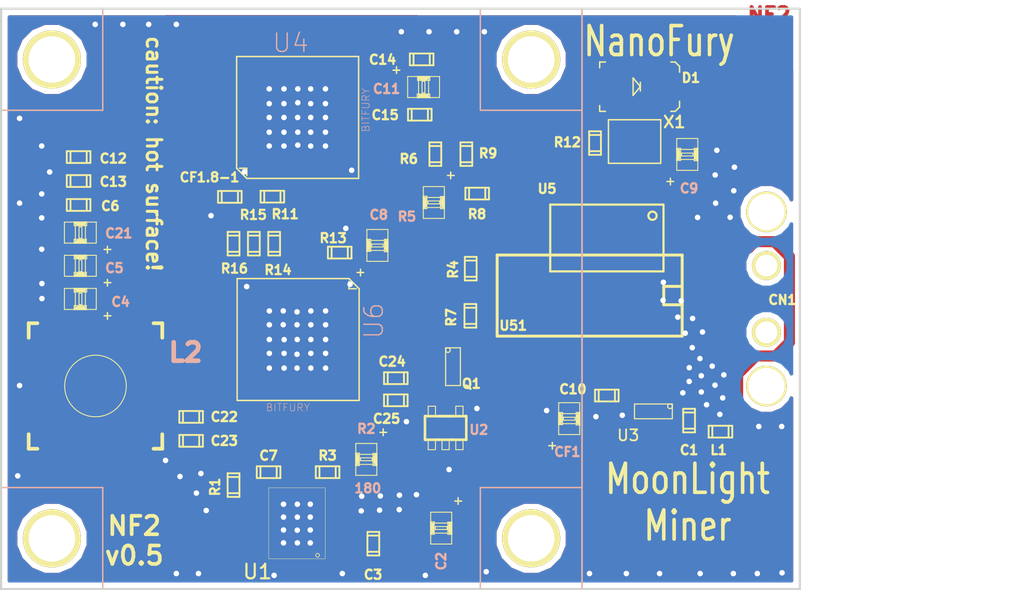
<source format=kicad_pcb>
(kicad_pcb (version 3) (host pcbnew "(2013-07-07 BZR 4022)-stable")
  (title_block (title "NanoFury NF1") (rev 0.5))
  (layers (15 F.Cu mixed) (0 B.Cu mixed) (19 F.Paste user) (20 B.SilkS user) (21 F.SilkS user) (22 B.Mask user) (23 F.Mask user) (28 Edge.Cuts user))
  (net 0 "")
  (net 1 /LED)
  (net 2 /MISO)
  (net 3 /MOSI)
  (net 4 /OMISO2)
  (net 5 /OMOSI2)
  (net 6 /OSC1)
  (net 7 /OSC2)
  (net 8 /OSCK2)
  (net 9 /SCK)
  (net 10 /SCK_OVR)
  (net 11 0V8)
  (net 12 1.8V)
  (net 13 3.3V)
  (net 14 GND)
  (net 15 INMISO)
  (net 16 INMOSI)
  (net 17 INSCK)
  (net 18 N-0000010)
  (net 19 N-0000011)
  (net 20 N-0000012)
  (net 21 N-0000015)
  (net 22 N-0000016)
  (net 23 N-0000017)
  (net 24 N-000002)
  (net 25 N-0000025)
  (net 26 N-0000027)
  (net 27 N-000003)
  (net 28 N-000005)
  (net 29 OUTMISO1)
  (net 30 OUTMOSI1)
  (net 31 OUTSCK1)
  (net 32 USB_5V)
  (net 33 USB_DM)
  (net 34 USB_DP)
  (net 35 V_EN)
  (module SSOP-20 (layer F.Cu) (at 132.1373 79.701 180)
    (fp_text reference U5 (at 7.0423 -0.209 180) (layer F.SilkS) (effects (font (size 0.635 0.635) (thickness 0.15875))))
    (fp_text value MCP2210-I/SS hide)
    (pad 7 smd rect (at 3.9 0 180) (size 0.4064 1.651) (layers F.Cu F.Paste F.Mask))
    (pad 8 smd rect (at 4.55 0 180) (size 0.4064 1.651) (layers F.Cu F.Paste F.Mask))
    (pad 9 smd rect (at 5.2 0 180) (size 0.4064 1.651) (layers F.Cu F.Paste F.Mask) (net 3 /MOSI))
    (pad 10 smd rect (at 5.85 0 180) (size 0.4064 1.651) (layers F.Cu F.Paste F.Mask))
    (pad 17 smd rect (at 1.95 -7.2 180) (size 0.4064 1.651) (layers F.Cu F.Paste F.Mask) (net 13 3.3V))
    (pad 4 smd rect (at 1.95 0 180) (size 0.4064 1.651) (layers F.Cu F.Paste F.Mask) (net 13 3.3V))
    (pad 5 smd rect (at 2.6 0 180) (size 0.4064 1.651) (layers F.Cu F.Paste F.Mask) (net 1 /LED))
    (pad 6 smd rect (at 3.25 0 180) (size 0.4064 1.651) (layers F.Cu F.Paste F.Mask))
    (pad 11 smd rect (at 5.85 -7.2 180) (size 0.4064 1.651) (layers F.Cu F.Paste F.Mask) (net 9 /SCK))
    (pad 12 smd rect (at 5.2 -7.2 180) (size 0.4064 1.651) (layers F.Cu F.Paste F.Mask) (net 10 /SCK_OVR))
    (pad 13 smd rect (at 4.55 -7.2 180) (size 0.4064 1.651) (layers F.Cu F.Paste F.Mask) (net 2 /MISO))
    (pad 14 smd rect (at 3.9 -7.2 180) (size 0.4064 1.651) (layers F.Cu F.Paste F.Mask) (net 35 V_EN))
    (pad 15 smd rect (at 3.25 -7.2 180) (size 0.4064 1.651) (layers F.Cu F.Paste F.Mask))
    (pad 16 smd rect (at 2.6 -7.2 180) (size 0.4064 1.651) (layers F.Cu F.Paste F.Mask))
    (pad 18 smd rect (at 1.3 -7.2 180) (size 0.4064 1.651) (layers F.Cu F.Paste F.Mask) (net 33 USB_DM))
    (pad 19 smd rect (at 0.65 -7.2 180) (size 0.4064 1.651) (layers F.Cu F.Paste F.Mask) (net 34 USB_DP))
    (pad 20 smd rect (at 0 -7.2 180) (size 0.4064 1.651) (layers F.Cu F.Paste F.Mask) (net 14 GND))
    (pad 1 smd rect (at 0 0 180) (size 0.4064 1.651) (layers F.Cu F.Paste F.Mask) (net 13 3.3V))
    (pad 2 smd rect (at 0.65 0 180) (size 0.4064 1.651) (layers F.Cu F.Paste F.Mask) (net 6 /OSC1))
    (pad 3 smd rect (at 1.3 0 180) (size 0.4064 1.651) (layers F.Cu F.Paste F.Mask) (net 7 /OSC2))
  )
  (module SOT23-5 (layer F.Cu) (at 118.11 96.393)
    (fp_text reference U2 (at 2.286 0.127) (layer B.SilkS) (effects (font (size 0.635 0.635) (thickness 0.1524))))
    (fp_text value "LDO - 1.8V" hide)
    (pad 1 smd rect (at -0.94996 1.29794) (size 0.54864 1.19888) (layers F.Cu F.Paste F.Mask) (net 32 USB_5V))
    (pad 2 smd rect (at 0 1.29794) (size 0.54864 1.19888) (layers F.Cu F.Paste F.Mask) (net 14 GND))
    (pad 3 smd rect (at 0.94996 1.29794) (size 0.54864 1.19888) (layers F.Cu F.Paste F.Mask) (net 35 V_EN))
    (pad 4 smd rect (at 0.94996 -1.29794) (size 0.54864 1.19888) (layers F.Cu F.Paste F.Mask) (net 14 GND))
    (pad 5 smd rect (at -0.94996 -1.29794) (size 0.54864 1.19888) (layers F.Cu F.Paste F.Mask) (net 12 1.8V))
  )
  (module CSTCE_G15C (layer F.Cu) (at 131.1213 76.653 180)
    (fp_text reference X1 (at -2.7367 1.342 180) (layer F.SilkS) (effects (font (size 0.8 0.8))))
    (fp_text value 12MHz hide)
    (pad 3 smd rect (at 1.2 0 180) (size 0.635 2) (layers F.Cu F.Paste F.Mask) (net 7 /OSC2))
    (pad 1 smd rect (at -1.2 0 180) (size 0.635 2) (layers F.Cu F.Paste F.Mask) (net 6 /OSC1))
    (pad 2 smd rect (at 0 0 180) (size 0.635 2) (layers F.Cu F.Paste F.Mask) (net 14 GND))
  )
  (module TP (layer F.Cu) (at 108.36315 84.84605)
    (fp_text reference P1 hide)
    (fp_text value TST hide)
    (pad 1 smd rect (at 0 0) (size 0.635 0.635) (layers F.Cu F.Paste F.Mask) (net 8 /OSCK2))
  )
  (module TP (layer F.Cu) (at 108.99815 83.90625)
    (fp_text reference P2 hide)
    (fp_text value TST hide)
    (pad 1 smd rect (at 0 0) (size 0.635 0.635) (layers F.Cu F.Paste F.Mask) (net 5 /OMOSI2))
  )
  (module TP (layer F.Cu) (at 108.05835 83.57605)
    (fp_text reference P3 hide)
    (fp_text value TST hide)
    (pad 1 smd rect (at 0 0) (size 0.635 0.635) (layers F.Cu F.Paste F.Mask) (net 4 /OMISO2))
  )
  (module 0805 (layer F.Cu) (at 92.964 87.503 180)
    (fp_text reference C4 (at -2.7672 -0.202 180) (layer B.SilkS) (effects (font (size 0.635 0.635) (thickness 0.15875))))
    (fp_text value 22uF hide)
    (pad 1 smd rect (at -0.89916 0 180) (size 1.09982 1.4986) (layers F.Cu F.Paste F.Mask) (net 11 0V8))
    (pad 2 smd rect (at 0.89916 0 180) (size 1.09982 1.4986) (layers F.Cu F.Paste F.Mask) (net 14 GND))
  )
  (module 0805 (layer F.Cu) (at 117.2972 80.8482 270)
    (fp_text reference R5 (at 0.9779 1.8542 360) (layer B.SilkS) (effects (font (size 0.635 0.635) (thickness 0.15875))))
    (fp_text value 2k hide)
    (pad 1 smd rect (at -0.89916 0 270) (size 1.09982 1.4986) (layers F.Cu F.Paste F.Mask) (net 17 INSCK))
    (pad 2 smd rect (at 0.89916 0 270) (size 1.09982 1.4986) (layers F.Cu F.Paste F.Mask) (net 10 /SCK_OVR))
  )
  (module 2PLCC (layer F.Cu) (at 131.318 72.8726 180)
    (fp_text reference D1 (at -3.683 0.6096 180) (layer F.SilkS) (effects (font (size 0.635 0.635) (thickness 0.15875))))
    (fp_text value LED hide)
    (pad 1 smd rect (at 1.5 0 180) (size 1.5 2.6) (layers F.Cu F.Paste F.Mask) (net 26 N-0000027))
    (pad 2 smd rect (at -1.5 0 180) (size 1.5 2.6) (layers F.Cu F.Paste F.Mask) (net 14 GND))
  )
  (module 0603 (layer F.Cu) (at 128.397 76.7588 90)
    (fp_text reference R12 (at 0.0508 -1.905 180) (layer F.SilkS) (effects (font (size 0.635 0.635) (thickness 0.15875))))
    (fp_text value 1k hide)
    (pad 1 smd rect (at 0.75184 0 90) (size 0.89916 1.00076) (layers F.Cu F.Paste F.Mask) (net 26 N-0000027))
    (pad 2 smd rect (at -0.75184 0 90) (size 0.89916 1.00076) (layers F.Cu F.Paste F.Mask) (net 1 /LED))
  )
  (module 0603 (layer F.Cu) (at 129.2098 94.1578)
    (fp_text reference C10 (at -2.3368 -0.4318) (layer F.SilkS) (effects (font (size 0.635 0.635) (thickness 0.15875))))
    (fp_text value 100n hide)
    (pad 1 smd rect (at 0.75184 0) (size 0.89916 1.00076) (layers F.Cu F.Paste F.Mask) (net 13 3.3V))
    (pad 2 smd rect (at -0.75184 0) (size 0.89916 1.00076) (layers F.Cu F.Paste F.Mask) (net 14 GND))
  )
  (module 0603 (layer F.Cu) (at 117.40134 77.5208 90)
    (fp_text reference R6 (at -0.3302 -1.83134 180) (layer F.SilkS) (effects (font (size 0.635 0.635) (thickness 0.15875))))
    (fp_text value 2k hide)
    (pad 1 smd rect (at 0.75184 0 90) (size 0.89916 1.00076) (layers F.Cu F.Paste F.Mask) (net 14 GND))
    (pad 2 smd rect (at -0.75184 0 90) (size 0.89916 1.00076) (layers F.Cu F.Paste F.Mask) (net 17 INSCK))
  )
  (module 0603 (layer F.Cu) (at 119.53494 77.5208 90)
    (fp_text reference R9 (at 0.0508 1.49606 180) (layer F.SilkS) (effects (font (size 0.635 0.635) (thickness 0.15875))))
    (fp_text value 2k hide)
    (pad 1 smd rect (at 0.75184 0 90) (size 0.89916 1.00076) (layers F.Cu F.Paste F.Mask) (net 14 GND))
    (pad 2 smd rect (at -0.75184 0 90) (size 0.89916 1.00076) (layers F.Cu F.Paste F.Mask) (net 16 INMOSI))
  )
  (module 0603 (layer F.Cu) (at 120.2817 80.24114)
    (fp_text reference R8 (at -0.0127 1.41986) (layer F.SilkS) (effects (font (size 0.635 0.635) (thickness 0.15875))))
    (fp_text value 2K hide)
    (pad 1 smd rect (at 0.75184 0) (size 0.89916 1.00076) (layers F.Cu F.Paste F.Mask) (net 3 /MOSI))
    (pad 2 smd rect (at -0.75184 0) (size 0.89916 1.00076) (layers F.Cu F.Paste F.Mask) (net 16 INMOSI))
  )
  (module 0603 (layer F.Cu) (at 134.874 95.885 90)
    (fp_text reference C1 (at -2.032 0 180) (layer F.SilkS) (effects (font (size 0.635 0.635) (thickness 0.15875))))
    (fp_text value 100nF hide)
    (pad 1 smd rect (at 0.75184 0 90) (size 0.89916 1.00076) (layers F.Cu F.Paste F.Mask) (net 14 GND))
    (pad 2 smd rect (at -0.75184 0 90) (size 0.89916 1.00076) (layers F.Cu F.Paste F.Mask) (net 32 USB_5V))
  )
  (module 0603 (layer F.Cu) (at 119.8381 85.4162 270)
    (fp_text reference R4 (at 0.0548 1.2201 270) (layer F.SilkS) (effects (font (size 0.635 0.635) (thickness 0.15875))))
    (fp_text value 2k hide)
    (pad 1 smd rect (at 0.75184 0 270) (size 0.89916 1.00076) (layers F.Cu F.Paste F.Mask) (net 2 /MISO))
    (pad 2 smd rect (at -0.75184 0 270) (size 0.89916 1.00076) (layers F.Cu F.Paste F.Mask) (net 13 3.3V))
  )
  (module 0603 (layer F.Cu) (at 109.982 99.441 180)
    (fp_text reference R3 (at 0 1.143 180) (layer F.SilkS) (effects (font (size 0.635 0.635) (thickness 0.15875))))
    (fp_text value 2.4k hide)
    (pad 1 smd rect (at 0.75184 0 180) (size 0.89916 1.00076) (layers F.Cu F.Paste F.Mask) (net 14 GND))
    (pad 2 smd rect (at -0.75184 0 180) (size 0.89916 1.00076) (layers F.Cu F.Paste F.Mask) (net 24 N-000002))
  )
  (module 0603 (layer F.Cu) (at 103.505 100.33 90)
    (fp_text reference R1 (at -0.127 -1.27 90) (layer F.SilkS) (effects (font (size 0.635 0.635) (thickness 0.1524))))
    (fp_text value 5.6k hide)
    (pad 1 smd rect (at 0.75184 0 90) (size 0.89916 1.00076) (layers F.Cu F.Paste F.Mask) (net 19 N-0000011))
    (pad 2 smd rect (at -0.75184 0 90) (size 0.89916 1.00076) (layers F.Cu F.Paste F.Mask) (net 18 N-0000010))
  )
  (module 0603 (layer F.Cu) (at 114.681 94.488 180)
    (fp_text reference C25 (at 0.635 -1.27 180) (layer F.SilkS) (effects (font (size 0.635 0.635) (thickness 0.15875))))
    (fp_text value 100nF hide)
    (pad 1 smd rect (at 0.75184 0 180) (size 0.89916 1.00076) (layers F.Cu F.Paste F.Mask) (net 11 0V8))
    (pad 2 smd rect (at -0.75184 0 180) (size 0.89916 1.00076) (layers F.Cu F.Paste F.Mask) (net 14 GND))
  )
  (module 0603 (layer F.Cu) (at 114.681 92.964 180)
    (fp_text reference C24 (at 0.254 1.143 180) (layer F.SilkS) (effects (font (size 0.635 0.635) (thickness 0.15875))))
    (fp_text value 100nF hide)
    (pad 1 smd rect (at 0.75184 0 180) (size 0.89916 1.00076) (layers F.Cu F.Paste F.Mask) (net 11 0V8))
    (pad 2 smd rect (at -0.75184 0 180) (size 0.89916 1.00076) (layers F.Cu F.Paste F.Mask) (net 14 GND))
  )
  (module 0603 (layer F.Cu) (at 100.584 95.631)
    (fp_text reference C23 (at 2.286 1.651) (layer F.SilkS) (effects (font (size 0.635 0.635) (thickness 0.15875))))
    (fp_text value 100nF hide)
    (pad 1 smd rect (at 0.75184 0) (size 0.89916 1.00076) (layers F.Cu F.Paste F.Mask) (net 11 0V8))
    (pad 2 smd rect (at -0.75184 0) (size 0.89916 1.00076) (layers F.Cu F.Paste F.Mask) (net 14 GND))
  )
  (module 0603 (layer F.Cu) (at 100.584 97.282)
    (fp_text reference C22 (at 2.286 -1.651) (layer F.SilkS) (effects (font (size 0.635 0.635) (thickness 0.15875))))
    (fp_text value 100nF hide)
    (pad 1 smd rect (at 0.75184 0) (size 0.89916 1.00076) (layers F.Cu F.Paste F.Mask) (net 11 0V8))
    (pad 2 smd rect (at -0.75184 0) (size 0.89916 1.00076) (layers F.Cu F.Paste F.Mask) (net 14 GND))
  )
  (module 0603 (layer F.Cu) (at 116.332 74.803 180)
    (fp_text reference C15 (at 2.384 -0.026 180) (layer F.SilkS) (effects (font (size 0.635 0.635) (thickness 0.15875))))
    (fp_text value 100nF hide)
    (pad 1 smd rect (at 0.75184 0 180) (size 0.89916 1.00076) (layers F.Cu F.Paste F.Mask) (net 11 0V8))
    (pad 2 smd rect (at -0.75184 0 180) (size 0.89916 1.00076) (layers F.Cu F.Paste F.Mask) (net 14 GND))
  )
  (module 0603 (layer F.Cu) (at 116.459 70.993 180)
    (fp_text reference C14 (at 2.691 -0.019 180) (layer F.SilkS) (effects (font (size 0.635 0.635) (thickness 0.15875))))
    (fp_text value 100nF hide)
    (pad 1 smd rect (at 0.75184 0 180) (size 0.89916 1.00076) (layers F.Cu F.Paste F.Mask) (net 11 0V8))
    (pad 2 smd rect (at -0.75184 0 180) (size 0.89916 1.00076) (layers F.Cu F.Paste F.Mask) (net 14 GND))
  )
  (module 0603 (layer F.Cu) (at 92.837 79.375)
    (fp_text reference C13 (at 2.3876 0.0508) (layer F.SilkS) (effects (font (size 0.635 0.635) (thickness 0.15875))))
    (fp_text value 100nF hide)
    (pad 1 smd rect (at 0.75184 0) (size 0.89916 1.00076) (layers F.Cu F.Paste F.Mask) (net 11 0V8))
    (pad 2 smd rect (at -0.75184 0) (size 0.89916 1.00076) (layers F.Cu F.Paste F.Mask) (net 14 GND))
  )
  (module 0603 (layer F.Cu) (at 92.837 77.724)
    (fp_text reference C12 (at 2.3876 0.1016) (layer F.SilkS) (effects (font (size 0.635 0.635) (thickness 0.15875))))
    (fp_text value 100nF hide)
    (pad 1 smd rect (at 0.75184 0) (size 0.89916 1.00076) (layers F.Cu F.Paste F.Mask) (net 11 0V8))
    (pad 2 smd rect (at -0.75184 0) (size 0.89916 1.00076) (layers F.Cu F.Paste F.Mask) (net 14 GND))
  )
  (module 0603 (layer F.Cu) (at 105.918 99.441 180)
    (fp_text reference C7 (at 0 1.143 180) (layer F.SilkS) (effects (font (size 0.635 0.635) (thickness 0.15875))))
    (fp_text value 1nF hide)
    (pad 1 smd rect (at 0.75184 0 180) (size 0.89916 1.00076) (layers F.Cu F.Paste F.Mask) (net 19 N-0000011))
    (pad 2 smd rect (at -0.75184 0 180) (size 0.89916 1.00076) (layers F.Cu F.Paste F.Mask) (net 14 GND))
  )
  (module 0603 (layer F.Cu) (at 92.837 81.026)
    (fp_text reference C6 (at 2.1844 0.0762) (layer F.SilkS) (effects (font (size 0.635 0.635) (thickness 0.15875))))
    (fp_text value 100nF hide)
    (pad 1 smd rect (at 0.75184 0) (size 0.89916 1.00076) (layers F.Cu F.Paste F.Mask) (net 11 0V8))
    (pad 2 smd rect (at -0.75184 0) (size 0.89916 1.00076) (layers F.Cu F.Paste F.Mask) (net 14 GND))
  )
  (module 0603 (layer F.Cu) (at 113.1316 104.3686 90)
    (fp_text reference C3 (at -2.1365 -0.0173 180) (layer F.SilkS) (effects (font (size 0.635 0.635) (thickness 0.15875))))
    (fp_text value 100nF hide)
    (pad 1 smd rect (at 0.75184 0 90) (size 0.89916 1.00076) (layers F.Cu F.Paste F.Mask) (net 32 USB_5V))
    (pad 2 smd rect (at -0.75184 0 90) (size 0.89916 1.00076) (layers F.Cu F.Paste F.Mask) (net 14 GND))
  )
  (module 0603 (layer F.Cu) (at 119.8131 88.6662 90)
    (fp_text reference R7 (at -0.1068 -1.3221 90) (layer F.SilkS) (effects (font (size 0.635 0.635) (thickness 0.15875))))
    (fp_text value 1k hide)
    (pad 1 smd rect (at 0.75184 0 90) (size 0.89916 1.00076) (layers F.Cu F.Paste F.Mask) (net 10 /SCK_OVR))
    (pad 2 smd rect (at -0.75184 0 90) (size 0.89916 1.00076) (layers F.Cu F.Paste F.Mask) (net 9 /SCK))
  )
  (module 0603 (layer F.Cu) (at 106.17875 80.45185)
    (fp_text reference R11 (at 0.88225 1.20915) (layer F.SilkS) (effects (font (size 0.635 0.635) (thickness 0.15875))))
    (fp_text value 1k hide)
    (pad 1 smd rect (at 0.75184 0) (size 0.89916 1.00076) (layers F.Cu F.Paste F.Mask) (net 25 N-0000025))
    (pad 2 smd rect (at -0.75184 0) (size 0.89916 1.00076) (layers F.Cu F.Paste F.Mask) (net 14 GND))
  )
  (module SOT23 (layer F.Cu) (at 118.618 92.202 270)
    (fp_text reference Q1 (at 1.143 -1.27 360) (layer F.SilkS) (effects (font (size 0.635 0.635) (thickness 0.15875))))
    (fp_text value BSS138L hide)
    (pad 3 smd rect (at 0 -1.09982 270) (size 0.8001 1.00076) (layers F.Cu F.Paste F.Mask) (net 2 /MISO))
    (pad 2 smd rect (at 0.9525 1.09982 270) (size 0.8001 1.00076) (layers F.Cu F.Paste F.Mask) (net 15 INMISO))
    (pad 1 smd rect (at -0.9525 1.09982 270) (size 0.8001 1.00076) (layers F.Cu F.Paste F.Mask) (net 12 1.8V))
  )
  (module 0805 (layer F.Cu) (at 92.964 82.931 180)
    (fp_text reference C21 (at -2.6416 -0.0508 180) (layer B.SilkS) (effects (font (size 0.635 0.635) (thickness 0.15875))))
    (fp_text value 22uF hide)
    (pad 1 smd rect (at -0.89916 0 180) (size 1.09982 1.4986) (layers F.Cu F.Paste F.Mask) (net 11 0V8))
    (pad 2 smd rect (at 0.89916 0 180) (size 1.09982 1.4986) (layers F.Cu F.Paste F.Mask) (net 14 GND))
  )
  (module 0805 (layer F.Cu) (at 116.586 72.898)
    (fp_text reference C11 (at -2.54 0.127) (layer B.SilkS) (effects (font (size 0.635 0.635) (thickness 0.15875))))
    (fp_text value 22uF hide)
    (pad 1 smd rect (at -0.89916 0) (size 1.09982 1.4986) (layers F.Cu F.Paste F.Mask) (net 11 0V8))
    (pad 2 smd rect (at 0.89916 0) (size 1.09982 1.4986) (layers F.Cu F.Paste F.Mask) (net 14 GND))
  )
  (module 0805 (layer F.Cu) (at 92.964 85.217 180)
    (fp_text reference C5 (at -2.3388 -0.1576 180) (layer B.SilkS) (effects (font (size 0.635 0.635) (thickness 0.15875))))
    (fp_text value 22uF hide)
    (pad 1 smd rect (at -0.89916 0 180) (size 1.09982 1.4986) (layers F.Cu F.Paste F.Mask) (net 11 0V8))
    (pad 2 smd rect (at 0.89916 0 180) (size 1.09982 1.4986) (layers F.Cu F.Paste F.Mask) (net 14 GND))
  )
  (module 0805 (layer F.Cu) (at 117.8052 103.2891 270)
    (fp_text reference C2 (at 2.286 0 270) (layer B.SilkS) (effects (font (size 0.635 0.635) (thickness 0.15875))))
    (fp_text value 22uF/10V hide)
    (pad 1 smd rect (at -0.89916 0 270) (size 1.09982 1.4986) (layers F.Cu F.Paste F.Mask) (net 32 USB_5V))
    (pad 2 smd rect (at 0.89916 0 270) (size 1.09982 1.4986) (layers F.Cu F.Paste F.Mask) (net 14 GND))
  )
  (module 0805 (layer F.Cu) (at 126.619 95.758 90)
    (fp_text reference CF1 (at -2.286 -0.127 180) (layer B.SilkS) (effects (font (size 0.635 0.635) (thickness 0.15875))))
    (fp_text value 22uF/10V hide)
    (pad 1 smd rect (at -0.89916 0 90) (size 1.09982 1.4986) (layers F.Cu F.Paste F.Mask) (net 32 USB_5V))
    (pad 2 smd rect (at 0.89916 0 90) (size 1.09982 1.4986) (layers F.Cu F.Paste F.Mask) (net 14 GND))
  )
  (module 0805 (layer F.Cu) (at 113.411 83.82 90)
    (fp_text reference C8 (at 2.1154 0.0938 180) (layer B.SilkS) (effects (font (size 0.635 0.635) (thickness 0.15875))))
    (fp_text value 4.7uF/4V hide)
    (pad 1 smd rect (at -0.89916 0 90) (size 1.09982 1.4986) (layers F.Cu F.Paste F.Mask) (net 12 1.8V))
    (pad 2 smd rect (at 0.89916 0 90) (size 1.09982 1.4986) (layers F.Cu F.Paste F.Mask) (net 14 GND))
  )
  (module 0805 (layer F.Cu) (at 134.75 77.55 90)
    (fp_text reference C9 (at -2.333 0.124 180) (layer B.SilkS) (effects (font (size 0.635 0.635) (thickness 0.15875))))
    (fp_text value 10uF/4V hide)
    (pad 1 smd rect (at -0.89916 0 90) (size 1.09982 1.4986) (layers F.Cu F.Paste F.Mask) (net 13 3.3V))
    (pad 2 smd rect (at 0.89916 0 90) (size 1.09982 1.4986) (layers F.Cu F.Paste F.Mask) (net 14 GND))
  )
  (module CNC-1001-011-01101 (layer F.Cu) (at 140.2 87.5 270)
    (fp_text reference CN1 (at 0.0665 -1.1002 360) (layer F.SilkS) (effects (font (size 0.635 0.635) (thickness 0.15875))))
    (fp_text value USB-A hide)
    (pad 5 smd rect (at 3.5 2.8 270) (size 1.1 2.3) (layers F.Cu F.Paste F.Mask) (net 14 GND))
    (pad 3 smd rect (at 1 2.8 270) (size 1.1 2.3) (layers F.Cu F.Paste F.Mask) (net 34 USB_DP))
    (pad 1 smd rect (at -3.5 2.8 270) (size 1.1 2.3) (layers F.Cu F.Paste F.Mask) (net 28 N-000005))
    (pad "" thru_hole circle (at -6 0 270) (size 2.8 2.8) (drill 2.5) (layers *.Cu *.Mask F.SilkS))
    (pad "" thru_hole circle (at 6 0 270) (size 2.8 2.8) (drill 2.5) (layers *.Cu *.Mask F.SilkS))
    (pad "" thru_hole circle (at -2.3 0 270) (size 2 2) (drill 1.5) (layers *.Cu *.Mask F.SilkS))
    (pad "" thru_hole circle (at 2.3 0 270) (size 2 2) (drill 1.5) (layers *.Cu *.Mask F.SilkS))
    (pad 2 smd rect (at -1 2.8 270) (size 1.1 2.3) (layers F.Cu F.Paste F.Mask) (net 33 USB_DM))
  )
  (module SOT23 (layer F.Cu) (at 132.3848 95.25 180)
    (fp_text reference U3 (at 1.7018 -1.651 180) (layer F.SilkS) (effects (font (size 0.762 0.762) (thickness 0.11938))))
    (fp_text value "LDO - 3.3V" hide)
    (pad 3 smd rect (at 0 -1.09982 180) (size 0.8001 1.00076) (layers F.Cu F.Paste F.Mask) (net 32 USB_5V))
    (pad 2 smd rect (at 0.9525 1.09982 180) (size 0.8001 1.00076) (layers F.Cu F.Paste F.Mask) (net 13 3.3V))
    (pad 1 smd rect (at -0.9525 1.09982 180) (size 0.8001 1.00076) (layers F.Cu F.Paste F.Mask) (net 14 GND))
  )
  (module SOIC20 (layer F.Cu) (at 128.0479 87.2702 180)
    (fp_text reference U51 (at 5.2848 -2.071 180) (layer F.SilkS) (effects (font (size 0.635 0.635) (thickness 0.15875))))
    (fp_text value MCP2210-I/SO hide)
    (pad 1 smd rect (at -5.715 4.7 180) (size 0.762 2) (layers F.Cu F.Paste F.Mask) (net 13 3.3V))
    (pad 2 smd rect (at -4.445 4.7 180) (size 0.762 2) (layers F.Cu F.Paste F.Mask) (net 6 /OSC1))
    (pad 3 smd rect (at -3.175 4.7 180) (size 0.762 2) (layers F.Cu F.Paste F.Mask) (net 7 /OSC2))
    (pad 4 smd rect (at -1.905 4.7 180) (size 0.762 2) (layers F.Cu F.Paste F.Mask) (net 13 3.3V))
    (pad 5 smd rect (at -0.635 4.7 180) (size 0.762 2) (layers F.Cu F.Paste F.Mask) (net 1 /LED))
    (pad 6 smd rect (at 0.635 4.7 180) (size 0.762 2) (layers F.Cu F.Paste F.Mask))
    (pad 7 smd rect (at 1.905 4.7 180) (size 0.762 2) (layers F.Cu F.Paste F.Mask))
    (pad 8 smd rect (at 3.175 4.7 180) (size 0.762 2) (layers F.Cu F.Paste F.Mask))
    (pad 9 smd rect (at 4.445 4.7 180) (size 0.762 2) (layers F.Cu F.Paste F.Mask) (net 3 /MOSI))
    (pad 10 smd rect (at 5.715 4.7 180) (size 0.762 2) (layers F.Cu F.Paste F.Mask))
    (pad 20 smd rect (at -5.715 -4.7 180) (size 0.762 2) (layers F.Cu F.Paste F.Mask) (net 14 GND))
    (pad 19 smd rect (at -4.445 -4.7 180) (size 0.762 2) (layers F.Cu F.Paste F.Mask) (net 34 USB_DP))
    (pad 18 smd rect (at -3.175 -4.7 180) (size 0.762 2) (layers F.Cu F.Paste F.Mask) (net 33 USB_DM))
    (pad 17 smd rect (at -1.905 -4.7 180) (size 0.762 2) (layers F.Cu F.Paste F.Mask) (net 13 3.3V))
    (pad 16 smd rect (at -0.635 -4.7 180) (size 0.762 2) (layers F.Cu F.Paste F.Mask))
    (pad 15 smd rect (at 0.635 -4.7 180) (size 0.762 2) (layers F.Cu F.Paste F.Mask))
    (pad 14 smd rect (at 1.905 -4.7 180) (size 0.762 2) (layers F.Cu F.Paste F.Mask) (net 35 V_EN))
    (pad 13 smd rect (at 3.175 -4.7 180) (size 0.762 2) (layers F.Cu F.Paste F.Mask) (net 2 /MISO))
    (pad 12 smd rect (at 4.445 -4.7 180) (size 0.762 2) (layers F.Cu F.Paste F.Mask) (net 10 /SCK_OVR))
    (pad 11 smd rect (at 5.715 -4.7 180) (size 0.762 2) (layers F.Cu F.Paste F.Mask) (net 9 /SCK))
  )
  (module 0603 (layer F.Cu) (at 110.81679 84.30757 180)
    (fp_text reference R13 (at 0.45379 0.99557 180) (layer F.SilkS) (effects (font (size 0.635 0.635) (thickness 0.1524))))
    (fp_text value 1k hide)
    (pad 1 smd rect (at 0.75184 0 180) (size 0.89916 1.00076) (layers F.Cu F.Paste F.Mask) (net 20 N-0000012))
    (pad 2 smd rect (at -0.75184 0 180) (size 0.89916 1.00076) (layers F.Cu F.Paste F.Mask) (net 14 GND))
  )
  (module 0603 (layer F.Cu) (at 106.30215 83.69445 90)
    (fp_text reference R14 (at -1.812 0.2618 180) (layer F.SilkS) (effects (font (size 0.635 0.635) (thickness 0.1524))))
    (fp_text value 0R hide)
    (pad 1 smd rect (at 0.75184 0 90) (size 0.89916 1.00076) (layers F.Cu F.Paste F.Mask) (net 29 OUTMISO1))
    (pad 2 smd rect (at -0.75184 0 90) (size 0.89916 1.00076) (layers F.Cu F.Paste F.Mask) (net 21 N-0000015))
  )
  (module 0603 (layer F.Cu) (at 104.90515 83.69445 90)
    (fp_text reference R15 (at 1.988 -0.0412 180) (layer F.SilkS) (effects (font (size 0.635 0.635) (thickness 0.1524))))
    (fp_text value 0R hide)
    (pad 1 smd rect (at 0.75184 0 90) (size 0.89916 1.00076) (layers F.Cu F.Paste F.Mask) (net 30 OUTMOSI1))
    (pad 2 smd rect (at -0.75184 0 90) (size 0.89916 1.00076) (layers F.Cu F.Paste F.Mask) (net 22 N-0000016))
  )
  (module 0603 (layer F.Cu) (at 103.50815 83.69445 90)
    (fp_text reference R16 (at -1.712 0.0558 180) (layer F.SilkS) (effects (font (size 0.635 0.635) (thickness 0.1524))))
    (fp_text value 0R hide)
    (pad 1 smd rect (at 0.75184 0 90) (size 0.89916 1.00076) (layers F.Cu F.Paste F.Mask) (net 31 OUTSCK1))
    (pad 2 smd rect (at -0.75184 0 90) (size 0.89916 1.00076) (layers F.Cu F.Paste F.Mask) (net 23 N-0000017))
  )
  (module SRN8040 (layer F.Cu) (at 94 93.5 180)
    (fp_text reference L2 (at -6.203 2.314 180) (layer B.SilkS) (effects (font (size 1.27 1.27) (thickness 0.3175))))
    (fp_text value 1.0uH hide)
    (pad 1 smd rect (at 0 -2.85 180) (size 8 2.2) (layers F.Cu F.Paste F.Mask) (net 27 N-000003) (clearance 0.508))
    (pad 2 smd rect (at 0 2.85 180) (size 8 2.2) (layers F.Cu F.Paste F.Mask) (net 11 0V8) (clearance 0.508))
  )
  (module 0603 (layer F.Cu) (at 103.251 80.4672)
    (fp_text reference CF1.8-1 (at -1.397 -1.3462) (layer F.SilkS) (effects (font (size 0.635 0.635) (thickness 0.1524))))
    (fp_text value 100n hide)
    (pad 1 smd rect (at 0.75184 0) (size 0.89916 1.00076) (layers F.Cu F.Paste F.Mask) (net 12 1.8V))
    (pad 2 smd rect (at -0.75184 0) (size 0.89916 1.00076) (layers F.Cu F.Paste F.Mask) (net 14 GND))
  )
  (module QFN48 (layer F.Cu) (at 107.91825 74.99535 90)
    (fp_text reference U4 (at 5.138 -0.4778 180) (layer B.SilkS) (effects (font (size 1.27 1.27) (thickness 0.0889))))
    (fp_text value BITFURY (at 0.508 4.699 90) (layer B.SilkS) (effects (font (size 0.508 0.508) (thickness 0.0381))))
    (pad 13 smd rect (at -2.75 3.55 90) (size 0.2794 1) (layers F.Cu F.Paste F.Mask) (net 11 0V8))
    (pad 25 smd rect (at 3.55 2.75 90) (size 1 0.3) (layers F.Cu F.Paste F.Mask) (net 11 0V8))
    (pad 26 smd rect (at 3.55 2.25 90) (size 1 0.3) (layers F.Cu F.Paste F.Mask) (net 11 0V8))
    (pad 28 smd rect (at 3.55 1.25 90) (size 1 0.3) (layers F.Cu F.Paste F.Mask) (net 11 0V8))
    (pad 27 smd rect (at 3.55 1.75 90) (size 1 0.3) (layers F.Cu F.Paste F.Mask) (net 11 0V8))
    (pad 29 smd rect (at 3.55 0.75 90) (size 1 0.3) (layers F.Cu F.Paste F.Mask) (net 11 0V8))
    (pad 30 smd rect (at 3.55 0.25 90) (size 1 0.3) (layers F.Cu F.Paste F.Mask) (net 11 0V8))
    (pad 36 smd rect (at 3.55 -2.75 90) (size 1 0.3) (layers F.Cu F.Paste F.Mask) (net 11 0V8))
    (pad 35 smd rect (at 3.55 -2.25 90) (size 1 0.3) (layers F.Cu F.Paste F.Mask) (net 11 0V8))
    (pad 33 smd rect (at 3.55 -1.25 90) (size 1 0.3) (layers F.Cu F.Paste F.Mask) (net 11 0V8))
    (pad 34 smd rect (at 3.55 -1.75 90) (size 1 0.3) (layers F.Cu F.Paste F.Mask) (net 11 0V8))
    (pad 32 smd rect (at 3.55 -0.75 90) (size 1 0.3) (layers F.Cu F.Paste F.Mask) (net 11 0V8))
    (pad 31 smd rect (at 3.55 -0.25 90) (size 1 0.3) (layers F.Cu F.Paste F.Mask) (net 11 0V8))
    (pad 1 smd rect (at -3.55 -2.75 90) (size 1 0.3) (layers F.Cu F.Paste F.Mask) (net 14 GND))
    (pad 3 smd rect (at -3.55 -1.748 90) (size 1 0.3) (layers F.Cu F.Paste F.Mask) (net 14 GND))
    (pad 2 smd rect (at -3.55 -2.25 90) (size 1 0.3) (layers F.Cu F.Paste F.Mask) (net 14 GND))
    (pad 5 smd rect (at -3.55 -0.75 90) (size 1 0.3) (layers F.Cu F.Paste F.Mask) (net 25 N-0000025))
    (pad 6 smd rect (at -3.55 -0.25 90) (size 1 0.3) (layers F.Cu F.Paste F.Mask) (net 31 OUTSCK1))
    (pad 4 smd rect (at -3.55 -1.25 90) (size 1 0.3) (layers F.Cu F.Paste F.Mask) (net 12 1.8V))
    (pad 10 smd rect (at -3.55 1.75 90) (size 1 0.3) (layers F.Cu F.Paste F.Mask) (net 16 INMOSI))
    (pad 12 smd rect (at -3.55 2.75 90) (size 1 0.3) (layers F.Cu F.Paste F.Mask) (net 14 GND))
    (pad 11 smd rect (at -3.55 2.25 90) (size 1 0.3) (layers F.Cu F.Paste F.Mask) (net 17 INSCK))
    (pad 8 smd rect (at -3.55 0.75 90) (size 1 0.3) (layers F.Cu F.Paste F.Mask) (net 29 OUTMISO1))
    (pad 9 smd rect (at -3.55 1.25 90) (size 1 0.3) (layers F.Cu F.Paste F.Mask) (net 15 INMISO))
    (pad 7 smd rect (at -3.55 0.25 90) (size 1 0.3) (layers F.Cu F.Paste F.Mask) (net 30 OUTMOSI1))
    (pad 49 smd rect (at 0 0 90) (size 5 5) (layers F.Cu F.Mask) (net 14 GND))
    (pad 47 smd rect (at -2.25 -3.55 90) (size 0.3 1) (layers F.Cu F.Paste F.Mask) (net 11 0V8))
    (pad 48 smd rect (at -2.75 -3.55 90) (size 0.2794 1) (layers F.Cu F.Paste F.Mask) (net 11 0V8))
    (pad 45 smd rect (at -1.25 -3.55 90) (size 0.3 1) (layers F.Cu F.Paste F.Mask) (net 11 0V8))
    (pad 44 smd rect (at -0.75 -3.55 90) (size 0.3 1) (layers F.Cu F.Paste F.Mask) (net 11 0V8))
    (pad 46 smd rect (at -1.75 -3.55 90) (size 0.3 1) (layers F.Cu F.Paste F.Mask) (net 11 0V8))
    (pad 39 smd rect (at 1.75 -3.55 90) (size 0.3 1) (layers F.Cu F.Paste F.Mask) (net 11 0V8))
    (pad 37 smd rect (at 2.75 -3.55 90) (size 0.3 1) (layers F.Cu F.Paste F.Mask) (net 11 0V8))
    (pad 38 smd rect (at 2.25 -3.55 90) (size 0.3 1) (layers F.Cu F.Paste F.Mask) (net 11 0V8))
    (pad 41 smd rect (at 0.75 -3.55 90) (size 0.3 1) (layers F.Cu F.Paste F.Mask) (net 11 0V8))
    (pad 40 smd rect (at 1.25 -3.55 90) (size 0.3 1) (layers F.Cu F.Paste F.Mask) (net 11 0V8))
    (pad 42 smd rect (at 0.25 -3.55 90) (size 0.3 1) (layers F.Cu F.Paste F.Mask) (net 11 0V8))
    (pad 43 smd rect (at -0.25 -3.55 90) (size 0.3 1) (layers F.Cu F.Paste F.Mask) (net 11 0V8))
    (pad 14 smd rect (at -2.25 3.55 90) (size 0.3 1) (layers F.Cu F.Paste F.Mask) (net 11 0V8))
    (pad 16 smd rect (at -1.25 3.55 90) (size 0.3 1) (layers F.Cu F.Paste F.Mask) (net 11 0V8))
    (pad 17 smd rect (at -0.75 3.55 90) (size 0.3 1) (layers F.Cu F.Paste F.Mask) (net 11 0V8))
    (pad 15 smd rect (at -1.75 3.55 90) (size 0.3 1) (layers F.Cu F.Paste F.Mask) (net 11 0V8))
    (pad 22 smd rect (at 1.75 3.55 90) (size 0.3 1) (layers F.Cu F.Paste F.Mask) (net 11 0V8))
    (pad 24 smd rect (at 2.75 3.55 90) (size 0.3 1) (layers F.Cu F.Paste F.Mask) (net 11 0V8))
    (pad 23 smd rect (at 2.25 3.55 90) (size 0.3 1) (layers F.Cu F.Paste F.Mask) (net 11 0V8))
    (pad 20 smd rect (at 0.75 3.55 90) (size 0.3 1) (layers F.Cu F.Paste F.Mask) (net 11 0V8))
    (pad 21 smd rect (at 1.25 3.55 90) (size 0.3 1) (layers F.Cu F.Paste F.Mask) (net 11 0V8))
    (pad 19 smd rect (at 0.25 3.55 90) (size 0.3 1) (layers F.Cu F.Paste F.Mask) (net 11 0V8))
    (pad 18 smd rect (at -0.25 3.55 90) (size 0.3 1) (layers F.Cu F.Paste F.Mask) (net 11 0V8))
    (pad 49 smd rect (at -1.125 -1.125 90) (size 2 2) (layers F.Cu F.Paste F.Mask) (net 14 GND))
    (pad 49 smd rect (at -1.125 1.125 90) (size 2 2) (layers F.Cu F.Paste F.Mask) (net 14 GND))
    (pad 49 smd rect (at 1.125 -1.125 90) (size 2 2) (layers F.Cu F.Paste F.Mask) (net 14 GND))
    (pad 49 smd rect (at 1.125 1.125 90) (size 2 2) (layers F.Cu F.Paste F.Mask) (net 14 GND))
  )
  (module QFN48 (layer F.Cu) (at 107.95315 90.29845 270)
    (fp_text reference U6 (at -1.292 -5.2108 270) (layer B.SilkS) (effects (font (size 1.27 1.27) (thickness 0.0889))))
    (fp_text value BITFURY (at 4.688 0.6992 360) (layer B.SilkS) (effects (font (size 0.508 0.508) (thickness 0.0381))))
    (pad 13 smd rect (at -2.75 3.55 270) (size 0.2794 1) (layers F.Cu F.Paste F.Mask) (net 11 0V8))
    (pad 25 smd rect (at 3.55 2.75 270) (size 1 0.3) (layers F.Cu F.Paste F.Mask) (net 11 0V8))
    (pad 26 smd rect (at 3.55 2.25 270) (size 1 0.3) (layers F.Cu F.Paste F.Mask) (net 11 0V8))
    (pad 28 smd rect (at 3.55 1.25 270) (size 1 0.3) (layers F.Cu F.Paste F.Mask) (net 11 0V8))
    (pad 27 smd rect (at 3.55 1.75 270) (size 1 0.3) (layers F.Cu F.Paste F.Mask) (net 11 0V8))
    (pad 29 smd rect (at 3.55 0.75 270) (size 1 0.3) (layers F.Cu F.Paste F.Mask) (net 11 0V8))
    (pad 30 smd rect (at 3.55 0.25 270) (size 1 0.3) (layers F.Cu F.Paste F.Mask) (net 11 0V8))
    (pad 36 smd rect (at 3.55 -2.75 270) (size 1 0.3) (layers F.Cu F.Paste F.Mask) (net 11 0V8))
    (pad 35 smd rect (at 3.55 -2.25 270) (size 1 0.3) (layers F.Cu F.Paste F.Mask) (net 11 0V8))
    (pad 33 smd rect (at 3.55 -1.25 270) (size 1 0.3) (layers F.Cu F.Paste F.Mask) (net 11 0V8))
    (pad 34 smd rect (at 3.55 -1.75 270) (size 1 0.3) (layers F.Cu F.Paste F.Mask) (net 11 0V8))
    (pad 32 smd rect (at 3.55 -0.75 270) (size 1 0.3) (layers F.Cu F.Paste F.Mask) (net 11 0V8))
    (pad 31 smd rect (at 3.55 -0.25 270) (size 1 0.3) (layers F.Cu F.Paste F.Mask) (net 11 0V8))
    (pad 1 smd rect (at -3.55 -2.75 270) (size 1 0.3) (layers F.Cu F.Paste F.Mask) (net 14 GND))
    (pad 3 smd rect (at -3.55 -1.748 270) (size 1 0.3) (layers F.Cu F.Paste F.Mask) (net 14 GND))
    (pad 2 smd rect (at -3.55 -2.25 270) (size 1 0.3) (layers F.Cu F.Paste F.Mask) (net 14 GND))
    (pad 5 smd rect (at -3.55 -0.75 270) (size 1 0.3) (layers F.Cu F.Paste F.Mask) (net 20 N-0000012))
    (pad 6 smd rect (at -3.55 -0.25 270) (size 1 0.3) (layers F.Cu F.Paste F.Mask) (net 8 /OSCK2))
    (pad 4 smd rect (at -3.55 -1.25 270) (size 1 0.3) (layers F.Cu F.Paste F.Mask) (net 12 1.8V))
    (pad 10 smd rect (at -3.55 1.75 270) (size 1 0.3) (layers F.Cu F.Paste F.Mask) (net 22 N-0000016))
    (pad 12 smd rect (at -3.55 2.75 270) (size 1 0.3) (layers F.Cu F.Paste F.Mask) (net 14 GND))
    (pad 11 smd rect (at -3.55 2.25 270) (size 1 0.3) (layers F.Cu F.Paste F.Mask) (net 23 N-0000017))
    (pad 8 smd rect (at -3.55 0.75 270) (size 1 0.3) (layers F.Cu F.Paste F.Mask) (net 4 /OMISO2))
    (pad 9 smd rect (at -3.55 1.25 270) (size 1 0.3) (layers F.Cu F.Paste F.Mask) (net 21 N-0000015))
    (pad 7 smd rect (at -3.55 0.25 270) (size 1 0.3) (layers F.Cu F.Paste F.Mask) (net 5 /OMOSI2))
    (pad 49 smd rect (at 0 0 270) (size 5 5) (layers F.Cu F.Mask) (net 14 GND))
    (pad 47 smd rect (at -2.25 -3.55 270) (size 0.3 1) (layers F.Cu F.Paste F.Mask) (net 11 0V8))
    (pad 48 smd rect (at -2.75 -3.55 270) (size 0.2794 1) (layers F.Cu F.Paste F.Mask) (net 11 0V8))
    (pad 45 smd rect (at -1.25 -3.55 270) (size 0.3 1) (layers F.Cu F.Paste F.Mask) (net 11 0V8))
    (pad 44 smd rect (at -0.75 -3.55 270) (size 0.3 1) (layers F.Cu F.Paste F.Mask) (net 11 0V8))
    (pad 46 smd rect (at -1.75 -3.55 270) (size 0.3 1) (layers F.Cu F.Paste F.Mask) (net 11 0V8))
    (pad 39 smd rect (at 1.75 -3.55 270) (size 0.3 1) (layers F.Cu F.Paste F.Mask) (net 11 0V8))
    (pad 37 smd rect (at 2.75 -3.55 270) (size 0.3 1) (layers F.Cu F.Paste F.Mask) (net 11 0V8))
    (pad 38 smd rect (at 2.25 -3.55 270) (size 0.3 1) (layers F.Cu F.Paste F.Mask) (net 11 0V8))
    (pad 41 smd rect (at 0.75 -3.55 270) (size 0.3 1) (layers F.Cu F.Paste F.Mask) (net 11 0V8))
    (pad 40 smd rect (at 1.25 -3.55 270) (size 0.3 1) (layers F.Cu F.Paste F.Mask) (net 11 0V8))
    (pad 42 smd rect (at 0.25 -3.55 270) (size 0.3 1) (layers F.Cu F.Paste F.Mask) (net 11 0V8))
    (pad 43 smd rect (at -0.25 -3.55 270) (size 0.3 1) (layers F.Cu F.Paste F.Mask) (net 11 0V8))
    (pad 14 smd rect (at -2.25 3.55 270) (size 0.3 1) (layers F.Cu F.Paste F.Mask) (net 11 0V8))
    (pad 16 smd rect (at -1.25 3.55 270) (size 0.3 1) (layers F.Cu F.Paste F.Mask) (net 11 0V8))
    (pad 17 smd rect (at -0.75 3.55 270) (size 0.3 1) (layers F.Cu F.Paste F.Mask) (net 11 0V8))
    (pad 15 smd rect (at -1.75 3.55 270) (size 0.3 1) (layers F.Cu F.Paste F.Mask) (net 11 0V8))
    (pad 22 smd rect (at 1.75 3.55 270) (size 0.3 1) (layers F.Cu F.Paste F.Mask) (net 11 0V8))
    (pad 24 smd rect (at 2.75 3.55 270) (size 0.3 1) (layers F.Cu F.Paste F.Mask) (net 11 0V8))
    (pad 23 smd rect (at 2.25 3.55 270) (size 0.3 1) (layers F.Cu F.Paste F.Mask) (net 11 0V8))
    (pad 20 smd rect (at 0.75 3.55 270) (size 0.3 1) (layers F.Cu F.Paste F.Mask) (net 11 0V8))
    (pad 21 smd rect (at 1.25 3.55 270) (size 0.3 1) (layers F.Cu F.Paste F.Mask) (net 11 0V8))
    (pad 19 smd rect (at 0.25 3.55 270) (size 0.3 1) (layers F.Cu F.Paste F.Mask) (net 11 0V8))
    (pad 18 smd rect (at -0.25 3.55 270) (size 0.3 1) (layers F.Cu F.Paste F.Mask) (net 11 0V8))
    (pad 49 smd rect (at -1.125 -1.125 270) (size 2 2) (layers F.Cu F.Paste F.Mask) (net 14 GND))
    (pad 49 smd rect (at -1.125 1.125 270) (size 2 2) (layers F.Cu F.Paste F.Mask) (net 14 GND))
    (pad 49 smd rect (at 1.125 -1.125 270) (size 2 2) (layers F.Cu F.Paste F.Mask) (net 14 GND))
    (pad 49 smd rect (at 1.125 1.125 270) (size 2 2) (layers F.Cu F.Paste F.Mask) (net 14 GND))
  )
  (module HTSOP-J8 (layer F.Cu) (at 109.82292 105.41264 90)
    (fp_text reference U1 (at -0.88636 -4.66692 180) (layer F.SilkS))
    (fp_text value BD9C601FJ hide)
    (pad 4 smd rect (at 4.355 0.725 90) (size 0.55 1.2) (layers F.Cu F.Paste F.Mask) (net 24 N-000002))
    (pad 1 smd rect (at 0.545 0.725 90) (size 0.55 1.2) (layers F.Cu F.Paste F.Mask) (net 14 GND))
    (pad 2 smd rect (at 1.815 0.725 90) (size 0.55 1.2) (layers F.Cu F.Paste F.Mask) (net 32 USB_5V))
    (pad 3 smd rect (at 3.085 0.725 90) (size 0.55 1.2) (layers F.Cu F.Paste F.Mask) (net 14 GND))
    (pad 6 smd rect (at 3.085 -4.625 90) (size 0.55 1.2) (layers F.Cu F.Paste F.Mask) (net 35 V_EN))
    (pad 7 smd rect (at 1.815 -4.625 90) (size 0.55 1.2) (layers F.Cu F.Paste F.Mask) (net 27 N-000003))
    (pad 8 smd rect (at 0.545 -4.625 90) (size 0.55 1.2) (layers F.Cu F.Paste F.Mask) (net 27 N-000003))
    (pad 5 smd rect (at 4.355 -4.625 90) (size 0.55 1.2) (layers F.Cu F.Paste F.Mask) (net 18 N-0000010))
    (pad 9 smd rect (at 2.45 -1.95 90) (size 3.6 2.8) (layers F.Cu F.Paste F.Mask) (net 14 GND))
  )
  (module 0603 (layer F.Cu) (at 137.033 96.647)
    (fp_text reference L1 (at -0.127 1.27) (layer F.SilkS) (effects (font (size 0.635 0.635) (thickness 0.15875))))
    (fp_text value 10R@100MHz hide)
    (pad 1 smd rect (at 0.75184 0) (size 0.89916 1.00076) (layers F.Cu F.Paste F.Mask) (net 28 N-000005))
    (pad 2 smd rect (at -0.75184 0) (size 0.89916 1.00076) (layers F.Cu F.Paste F.Mask) (net 32 USB_5V))
  )
  (module HEATSINK_LCBH40_40x40 (layer F.Cu) (at 107.5 87.5)
    (fp_text reference HEATSINK_LCBH40_40x40 hide)
    (fp_text value VAL** hide)
    (pad 0 thru_hole circle (at -16.5 16.5) (size 4 4) (drill 3.2) (layers *.Cu *.Mask F.SilkS))
    (pad 0 thru_hole circle (at 16.5 -16.5) (size 4 4) (drill 3.2) (layers *.Cu *.Mask F.SilkS))
  )
  (module HEATSINK_LCBM40_40x40 (layer F.Cu) (at 107.5 87.5)
    (fp_text reference HEATSINK_LCBM40_40x40 hide)
    (fp_text value VAL** hide)
    (pad 0 thru_hole circle (at 16.5 16.5) (size 4 4) (drill 3.2) (layers *.Cu *.Mask F.SilkS))
    (pad 0 thru_hole circle (at -16.5 -16.5) (size 4 4) (drill 3.2) (layers *.Cu *.Mask F.SilkS))
  )
  (module 0805 (layer F.Cu) (at 112.649 98.552 270)
    (fp_text reference R2 (at -2.1 0 360) (layer B.SilkS) (effects (font (size 0.635 0.635) (thickness 0.15875))))
    (fp_text value 180 (at 2 -0.1 360) (layer B.SilkS) (effects (font (size 0.635 0.635) (thickness 0.1524))))
    (pad 1 smd rect (at -0.89916 0 270) (size 1.09982 1.4986) (layers F.Cu F.Paste F.Mask) (net 11 0V8))
    (pad 2 smd rect (at 0.89916 0 270) (size 1.09982 1.4986) (layers F.Cu F.Paste F.Mask) (net 24 N-000002))
  )
  (gr_text "MoonLight\nMiner" (at 134.7724 101.5238) (layer F.SilkS) (effects (font (size 2 1.5) (thickness 0.25))))
  (gr_text "NF2\nv0.5" (at 96.6724 104.1654) (layer F.SilkS) (effects (font (size 1.27 1.27) (thickness 0.254))))
  (gr_text "caution: hot surface!" (at 98.0186 77.4954 270) (layer F.SilkS) (effects (font (size 1.016 1.016) (thickness 0.2032))))
  (gr_text "NF2\nV0.5" (at 140.3858 68.7578) (layer F.Cu) (effects (font (size 1.016 1.016) (thickness 0.254))))
  (gr_text NanoFury (at 132.8166 69.7484) (layer F.SilkS) (effects (font (size 2 1.5) (thickness 0.25))))
  (gr_line (start 142.5 67.5) (end 87.5 67.5) (angle 90) (layer Edge.Cuts) (width 0.15))
  (gr_line (start 87.5 107.5) (end 87.5 67.5) (angle 90) (layer Edge.Cuts) (width 0.15))
  (gr_line (start 142.5 67.5) (end 142.5 107.5) (angle 90) (layer Edge.Cuts) (width 0.15))
  (gr_line (start 142.5 107.5) (end 87.5 107.5) (angle 90) (layer Edge.Cuts) (width 0.15))
  (segment (start 129.5373 79.701) (end 129.5373 78.69666) (width 0.508) (layer F.Cu) (net 1))
  (segment (start 128.397 77.55636) (end 128.397 77.51064) (width 0.508) (layer F.Cu) (net 1))
  (segment (start 129.5373 78.69666) (end 128.397 77.55636) (width 0.508) (layer F.Cu) (net 1))
  (segment (start 128.6829 82.5702) (end 128.6829 81.6822) (width 0.381) (layer F.Cu) (net 1))
  (segment (start 129.5373 80.8278) (end 129.5373 79.701) (width 0.381) (layer F.Cu) (net 1))
  (segment (start 128.6829 81.6822) (end 129.5373 80.8278) (width 0.381) (layer F.Cu) (net 1))
  (segment (start 121.69394 93.42628) (end 120.22582 93.42628) (width 0.508) (layer F.Cu) (net 2))
  (segment (start 124.8729 93.21658) (end 124.6632 93.42628) (width 0.508) (layer F.Cu) (net 2))
  (segment (start 124.6632 93.42628) (end 121.69394 93.42628) (width 0.508) (layer F.Cu) (net 2))
  (segment (start 124.8729 91.9702) (end 124.8729 93.21658) (width 0.508) (layer F.Cu) (net 2))
  (segment (start 119.71782 92.91828) (end 119.71782 92.202) (width 0.508) (layer F.Cu) (net 2))
  (segment (start 120.22582 93.42628) (end 119.71782 92.91828) (width 0.508) (layer F.Cu) (net 2))
  (segment (start 119.8381 86.16804) (end 124.19706 86.16804) (width 0.381) (layer F.Cu) (net 2))
  (segment (start 127.5873 85.801256) (end 126.922642 85.136598) (width 0.381) (layer F.Cu) (net 2))
  (segment (start 126.922642 85.136598) (end 125.228502 85.136598) (width 0.381) (layer F.Cu) (net 2))
  (segment (start 127.5873 85.801256) (end 127.5873 86.901) (width 0.381) (layer F.Cu) (net 2))
  (segment (start 124.19706 86.16804) (end 125.228502 85.136598) (width 0.381) (layer F.Cu) (net 2))
  (segment (start 124.8729 91.9702) (end 124.8729 91.0294) (width 0.381) (layer F.Cu) (net 2))
  (segment (start 124.8729 91.0294) (end 127.5873 88.315) (width 0.381) (layer F.Cu) (net 2))
  (segment (start 127.5873 88.315) (end 127.5873 86.901) (width 0.381) (layer F.Cu) (net 2))
  (segment (start 121.03354 80.24114) (end 123.22864 80.24114) (width 0.508) (layer F.Cu) (net 3))
  (segment (start 123.22864 80.24114) (end 124.0601 81.0726) (width 0.508) (layer F.Cu) (net 3))
  (segment (start 126.9373 79.701) (end 126.9373 80.7608) (width 0.381) (layer F.Cu) (net 3))
  (segment (start 123.6029 81.5298) (end 123.6029 82.5702) (width 0.381) (layer F.Cu) (net 3))
  (segment (start 124.0601 81.0726) (end 123.6029 81.5298) (width 0.381) (layer F.Cu) (net 3))
  (segment (start 126.6255 81.0726) (end 124.0601 81.0726) (width 0.381) (layer F.Cu) (net 3))
  (segment (start 126.9373 80.7608) (end 126.6255 81.0726) (width 0.381) (layer F.Cu) (net 3))
  (segment (start 108.05835 83.57605) (end 108.00431 83.57605) (width 0.254) (layer F.Cu) (net 4))
  (segment (start 107.20315 84.37721) (end 107.20315 86.74845) (width 0.254) (layer F.Cu) (net 4))
  (segment (start 108.00431 83.57605) (end 107.20315 84.37721) (width 0.254) (layer F.Cu) (net 4))
  (segment (start 107.70315 86.74845) (end 107.70315 84.45195) (width 0.254) (layer F.Cu) (net 5))
  (segment (start 108.66795 84.23645) (end 107.91865 84.23645) (width 0.254) (layer F.Cu) (net 5))
  (segment (start 107.91865 84.23645) (end 107.70315 84.45195) (width 0.254) (layer F.Cu) (net 5))
  (segment (start 108.66795 84.23645) (end 108.99815 83.90625) (width 0.254) (layer F.Cu) (net 5))
  (segment (start 131.4873 79.701) (end 131.4873 78.6492) (width 0.381) (layer F.Cu) (net 6))
  (segment (start 132.3213 77.8152) (end 132.3213 76.653) (width 0.381) (layer F.Cu) (net 6))
  (segment (start 131.4873 78.6492) (end 132.3213 77.8152) (width 0.381) (layer F.Cu) (net 6))
  (segment (start 131.4873 79.701) (end 131.4873 80.6512) (width 0.381) (layer F.Cu) (net 6))
  (segment (start 132.4929 81.6568) (end 132.4929 82.5702) (width 0.381) (layer F.Cu) (net 6))
  (segment (start 131.4873 80.6512) (end 132.4929 81.6568) (width 0.381) (layer F.Cu) (net 6))
  (segment (start 130.8373 79.701) (end 130.8373 78.7058) (width 0.381) (layer F.Cu) (net 7))
  (segment (start 129.9213 77.7898) (end 129.9213 76.653) (width 0.381) (layer F.Cu) (net 7))
  (segment (start 130.8373 78.7058) (end 129.9213 77.7898) (width 0.381) (layer F.Cu) (net 7))
  (segment (start 131.2229 82.5702) (end 131.2229 81.3774) (width 0.381) (layer F.Cu) (net 7))
  (segment (start 130.8373 80.9918) (end 130.8373 79.701) (width 0.381) (layer F.Cu) (net 7))
  (segment (start 131.2229 81.3774) (end 130.8373 80.9918) (width 0.381) (layer F.Cu) (net 7))
  (segment (start 108.20315 86.74845) (end 108.20315 85.39725) (width 0.254) (layer F.Cu) (net 8))
  (segment (start 108.36315 85.23725) (end 108.36315 84.84605) (width 0.254) (layer F.Cu) (net 8))
  (segment (start 108.20315 85.39725) (end 108.36315 85.23725) (width 0.254) (layer F.Cu) (net 8))
  (segment (start 119.8131 89.41804) (end 121.00094 89.41804) (width 0.381) (layer F.Cu) (net 9))
  (segment (start 121.00094 89.41804) (end 122.3329 90.75) (width 0.381) (layer F.Cu) (net 9))
  (segment (start 126.2873 86.901) (end 126.2873 87.7608) (width 0.381) (layer F.Cu) (net 9))
  (segment (start 122.3329 90.75) (end 122.3329 91.9702) (width 0.381) (layer F.Cu) (net 9))
  (segment (start 122.8663 90.2166) (end 122.3329 90.75) (width 0.381) (layer F.Cu) (net 9))
  (segment (start 123.8315 90.2166) (end 122.8663 90.2166) (width 0.381) (layer F.Cu) (net 9))
  (segment (start 126.2873 87.7608) (end 123.8315 90.2166) (width 0.381) (layer F.Cu) (net 9))
  (segment (start 119.8131 87.91436) (end 119.33162 87.91436) (width 0.508) (layer F.Cu) (net 10))
  (segment (start 117.2972 82.76844) (end 117.2972 81.74736) (width 0.508) (layer F.Cu) (net 10))
  (segment (start 118.55704 84.02828) (end 117.2972 82.76844) (width 0.508) (layer F.Cu) (net 10))
  (segment (start 118.55704 87.13978) (end 118.55704 84.02828) (width 0.508) (layer F.Cu) (net 10))
  (segment (start 119.33162 87.91436) (end 118.55704 87.13978) (width 0.508) (layer F.Cu) (net 10))
  (segment (start 125.6857 85.67) (end 123.44134 87.91436) (width 0.381) (layer F.Cu) (net 10))
  (segment (start 125.6857 85.67) (end 126.7017 85.67) (width 0.381) (layer F.Cu) (net 10))
  (segment (start 126.7017 85.67) (end 126.9373 85.9056) (width 0.381) (layer F.Cu) (net 10))
  (segment (start 126.9373 86.901) (end 126.9373 85.9056) (width 0.381) (layer F.Cu) (net 10))
  (segment (start 123.44134 87.91436) (end 119.8131 87.91436) (width 0.381) (layer F.Cu) (net 10))
  (segment (start 123.6029 91.9702) (end 123.6029 91.3342) (width 0.381) (layer F.Cu) (net 10))
  (segment (start 126.9373 87.9998) (end 126.9373 86.901) (width 0.381) (layer F.Cu) (net 10))
  (segment (start 123.6029 91.3342) (end 126.9373 87.9998) (width 0.381) (layer F.Cu) (net 10))
  (segment (start 101.9556 71.0184) (end 101.9556 71.7296) (width 0.762) (layer F.Cu) (net 11))
  (segment (start 101.0412 78.0542) (end 101.0412 78.3336) (width 0.762) (layer F.Cu) (net 11))
  (segment (start 101.0412 72.644) (end 101.0412 78.0542) (width 0.762) (layer F.Cu) (net 11))
  (segment (start 101.9556 71.7296) (end 101.0412 72.644) (width 0.762) (layer F.Cu) (net 11))
  (segment (start 103.1748 77.8256) (end 101.5492 77.8256) (width 0.762) (layer F.Cu) (net 11))
  (segment (start 101.5492 77.8256) (end 101.0412 78.3336) (width 0.762) (layer F.Cu) (net 11))
  (segment (start 103.1748 77.7748) (end 103.1748 77.8256) (width 0.762) (layer F.Cu) (net 11))
  (segment (start 101.346 85.1408) (end 102.44495 86.23975) (width 0.762) (layer F.Cu) (net 11))
  (segment (start 101.0412 78.3336) (end 100.9396 78.4352) (width 0.762) (layer F.Cu) (net 11))
  (segment (start 100.9396 78.4352) (end 100.9396 84.7344) (width 0.762) (layer F.Cu) (net 11))
  (segment (start 100.9396 84.7344) (end 101.346 85.1408) (width 0.762) (layer F.Cu) (net 11))
  (segment (start 102.44495 87.0458) (end 100.965 85.56585) (width 0.762) (layer F.Cu) (net 11))
  (segment (start 101.7524 77.343) (end 101.7524 72.0852) (width 0.762) (layer F.Cu) (net 11))
  (segment (start 101.0158 78.0796) (end 101.7524 77.343) (width 0.762) (layer F.Cu) (net 11))
  (segment (start 100.965 78.0796) (end 101.0158 78.0796) (width 0.762) (layer F.Cu) (net 11))
  (segment (start 94.3864 89.2048) (end 94.361 89.1794) (width 0.762) (layer F.Cu) (net 11))
  (segment (start 90.6018 89.3318) (end 90.3986 89.535) (width 0.762) (layer F.Cu) (net 11))
  (segment (start 90.6018 89.1794) (end 90.6018 89.3318) (width 0.762) (layer F.Cu) (net 11))
  (segment (start 94.361 89.1794) (end 90.6018 89.1794) (width 0.762) (layer F.Cu) (net 11))
  (segment (start 112.80455 88.03785) (end 113.3856 88.6189) (width 0.762) (layer F.Cu) (net 11))
  (segment (start 113.3856 88.6189) (end 113.3856 91.8718) (width 0.762) (layer F.Cu) (net 11))
  (segment (start 101.33584 95.631) (end 103.124 95.631) (width 0.762) (layer F.Cu) (net 11))
  (segment (start 103.124 95.631) (end 103.378 95.377) (width 0.762) (layer F.Cu) (net 11))
  (segment (start 103.378 95.377) (end 103.378 94.9452) (width 1.016) (layer F.Cu) (net 11))
  (segment (start 103.378 94.9452) (end 102.0572 93.6244) (width 1.016) (layer F.Cu) (net 11))
  (segment (start 111.53395 95.03645) (end 112.18145 95.03645) (width 1.016) (layer F.Cu) (net 11))
  (segment (start 112.18145 95.03645) (end 112.2172 95.0722) (width 1.016) (layer F.Cu) (net 11))
  (segment (start 112.80455 94.0816) (end 112.80455 97.49729) (width 1.016) (layer F.Cu) (net 11))
  (segment (start 112.80455 97.49729) (end 112.141 96.83374) (width 1.016) (layer F.Cu) (net 11))
  (segment (start 112.141 96.83374) (end 112.141 96.7994) (width 1.016) (layer F.Cu) (net 11))
  (segment (start 112.141 96.7994) (end 113.2332 95.7072) (width 1.016) (layer F.Cu) (net 11))
  (segment (start 113.2332 95.7072) (end 113.2332 95.6056) (width 1.016) (layer F.Cu) (net 11))
  (segment (start 113.2332 95.6056) (end 113.2078 95.631) (width 1.016) (layer F.Cu) (net 11))
  (segment (start 113.2078 95.631) (end 112.5982 95.631) (width 1.016) (layer F.Cu) (net 11))
  (segment (start 112.5982 95.631) (end 111.6076 96.6216) (width 1.016) (layer F.Cu) (net 11))
  (segment (start 111.6076 96.6216) (end 102.5906 96.6216) (width 1.016) (layer F.Cu) (net 11))
  (segment (start 102.5906 96.6216) (end 102.616 96.5962) (width 1.016) (layer F.Cu) (net 11))
  (segment (start 102.616 96.5962) (end 102.616 94.7928) (width 1.016) (layer F.Cu) (net 11))
  (segment (start 102.616 94.7928) (end 102.0572 94.234) (width 1.016) (layer F.Cu) (net 11))
  (segment (start 102.0572 94.234) (end 102.235 94.234) (width 1.016) (layer F.Cu) (net 11))
  (segment (start 102.235 94.234) (end 103.378 95.377) (width 1.016) (layer F.Cu) (net 11))
  (segment (start 103.5304 95.631) (end 112.2934 95.631) (width 1.016) (layer F.Cu) (net 11))
  (segment (start 103.378 95.377) (end 103.378 95.7834) (width 1.016) (layer F.Cu) (net 11))
  (segment (start 103.378 95.7834) (end 103.5304 95.631) (width 1.016) (layer F.Cu) (net 11))
  (segment (start 113.92916 94.488) (end 112.9792 94.488) (width 0.508) (layer F.Cu) (net 11))
  (segment (start 112.80455 94.31335) (end 112.80455 94.0816) (width 0.508) (layer F.Cu) (net 11))
  (segment (start 112.80455 94.0816) (end 112.80455 93.76585) (width 0.508) (layer F.Cu) (net 11))
  (segment (start 112.9792 94.488) (end 112.80455 94.31335) (width 0.508) (layer F.Cu) (net 11))
  (segment (start 113.92916 92.964) (end 113.88961 93.00355) (width 0.508) (layer F.Cu) (net 11))
  (segment (start 113.88961 93.00355) (end 112.80455 93.00355) (width 0.508) (layer F.Cu) (net 11))
  (segment (start 96.647 78.9432) (end 96.5454 78.8416) (width 2.54) (layer F.Cu) (net 11))
  (segment (start 96.4184 84.7598) (end 96.4184 79.1718) (width 2.54) (layer F.Cu) (net 11))
  (segment (start 96.4184 79.1718) (end 96.647 78.9432) (width 2.54) (layer F.Cu) (net 11))
  (segment (start 98.298 86.6394) (end 96.4184 84.7598) (width 2.54) (layer F.Cu) (net 11))
  (segment (start 96.5454 78.8416) (end 96.5454 77.1906) (width 2.54) (layer F.Cu) (net 11))
  (segment (start 99.6188 72.0852) (end 98.298 73.406) (width 2.54) (layer F.Cu) (net 11))
  (segment (start 98.298 86.6394) (end 97.028 86.6394) (width 2.54) (layer F.Cu) (net 11))
  (segment (start 98.298 73.406) (end 98.298 86.6394) (width 2.54) (layer F.Cu) (net 11))
  (segment (start 99.5426 87.5284) (end 99.6188 87.4522) (width 2.54) (layer F.Cu) (net 11))
  (segment (start 97.028 87.2236) (end 97.028 87.5284) (width 2.54) (layer F.Cu) (net 11))
  (segment (start 97.028 86.6394) (end 97.028 87.2236) (width 2.54) (layer F.Cu) (net 11))
  (segment (start 99.6188 87.4522) (end 99.6188 72.0852) (width 2.54) (layer F.Cu) (net 11))
  (segment (start 101.1682 87.5284) (end 100.965 87.3252) (width 1.016) (layer F.Cu) (net 11))
  (segment (start 102.2739 86.4108) (end 101.1428 86.4108) (width 1.016) (layer F.Cu) (net 11))
  (segment (start 102.44495 86.23975) (end 102.2739 86.4108) (width 1.016) (layer F.Cu) (net 11))
  (segment (start 102.44495 86.23975) (end 102.44495 87.0458) (width 1.016) (layer F.Cu) (net 11))
  (segment (start 102.44495 87.0458) (end 102.44495 87.54845) (width 1.016) (layer F.Cu) (net 11))
  (segment (start 102.44495 87.54845) (end 102.44495 87.2236) (width 1.016) (layer F.Cu) (net 11))
  (segment (start 102.3874 71.4502) (end 102.3874 77.6224) (width 1.016) (layer F.Cu) (net 11))
  (segment (start 102.3874 71.4502) (end 101.9556 71.0184) (width 1.016) (layer F.Cu) (net 11))
  (segment (start 102.3874 77.7748) (end 102.362 77.7748) (width 1.016) (layer F.Cu) (net 11))
  (segment (start 102.3874 77.7494) (end 102.3874 77.7748) (width 1.016) (layer F.Cu) (net 11))
  (segment (start 102.3874 77.6224) (end 102.3874 77.7494) (width 1.016) (layer F.Cu) (net 11))
  (segment (start 101.5238 71.4502) (end 101.5492 71.4756) (width 1.016) (layer F.Cu) (net 11))
  (segment (start 103.1748 77.7748) (end 103.20425 77.74535) (width 0.254) (layer F.Cu) (net 11))
  (segment (start 103.20425 77.74535) (end 104.36825 77.74535) (width 0.254) (layer F.Cu) (net 11))
  (segment (start 103.1748 77.2414) (end 103.17875 77.24535) (width 0.254) (layer F.Cu) (net 11))
  (segment (start 103.17875 77.24535) (end 104.36825 77.24535) (width 0.254) (layer F.Cu) (net 11))
  (segment (start 103.1748 76.7588) (end 103.18825 76.74535) (width 0.254) (layer F.Cu) (net 11))
  (segment (start 103.18825 76.74535) (end 104.36825 76.74535) (width 0.254) (layer F.Cu) (net 11))
  (segment (start 103.1748 76.2508) (end 103.18025 76.24535) (width 0.254) (layer F.Cu) (net 11))
  (segment (start 103.18025 76.24535) (end 104.36825 76.24535) (width 0.254) (layer F.Cu) (net 11))
  (segment (start 103.1748 75.7174) (end 103.20275 75.74535) (width 0.254) (layer F.Cu) (net 11))
  (segment (start 103.20275 75.74535) (end 104.36825 75.74535) (width 0.254) (layer F.Cu) (net 11))
  (segment (start 103.1748 75.2602) (end 103.18965 75.24535) (width 0.254) (layer F.Cu) (net 11))
  (segment (start 103.18965 75.24535) (end 104.36825 75.24535) (width 0.254) (layer F.Cu) (net 11))
  (segment (start 103.1748 74.7522) (end 103.18165 74.74535) (width 0.254) (layer F.Cu) (net 11))
  (segment (start 103.18165 74.74535) (end 104.36825 74.74535) (width 0.254) (layer F.Cu) (net 11))
  (segment (start 103.1748 74.2188) (end 103.20135 74.24535) (width 0.254) (layer F.Cu) (net 11))
  (segment (start 103.20135 74.24535) (end 104.36825 74.24535) (width 0.254) (layer F.Cu) (net 11))
  (segment (start 103.1748 73.787) (end 103.21645 73.74535) (width 0.254) (layer F.Cu) (net 11))
  (segment (start 103.21645 73.74535) (end 104.36825 73.74535) (width 0.254) (layer F.Cu) (net 11))
  (segment (start 103.1748 73.2282) (end 103.19195 73.24535) (width 0.254) (layer F.Cu) (net 11))
  (segment (start 103.19195 73.24535) (end 104.36825 73.24535) (width 0.254) (layer F.Cu) (net 11))
  (segment (start 103.1748 72.7456) (end 103.17505 72.74535) (width 0.254) (layer F.Cu) (net 11))
  (segment (start 103.17505 72.74535) (end 104.36825 72.74535) (width 0.254) (layer F.Cu) (net 11))
  (segment (start 103.1748 72.2376) (end 103.18255 72.24535) (width 0.254) (layer F.Cu) (net 11))
  (segment (start 103.18255 72.24535) (end 104.36825 72.24535) (width 0.254) (layer F.Cu) (net 11))
  (segment (start 113.6396 76.7334) (end 114.31016 76.06284) (width 1.016) (layer F.Cu) (net 11))
  (segment (start 113.14673 69.72035) (end 112.03675 69.72035) (width 1.016) (layer F.Cu) (net 11))
  (segment (start 114.31016 70.88378) (end 113.14673 69.72035) (width 1.016) (layer F.Cu) (net 11))
  (segment (start 114.31016 71.33336) (end 114.31016 70.88378) (width 1.016) (layer F.Cu) (net 11))
  (segment (start 114.31016 76.06284) (end 114.31016 71.33336) (width 1.016) (layer F.Cu) (net 11))
  (segment (start 115.70716 70.993) (end 113.9698 70.993) (width 0.508) (layer F.Cu) (net 11))
  (segment (start 113.9698 70.993) (end 113.6396 71.3232) (width 0.508) (layer F.Cu) (net 11))
  (segment (start 115.68684 72.898) (end 113.83264 72.898) (width 0.508) (layer F.Cu) (net 11))
  (segment (start 113.83264 72.898) (end 113.6396 73.09104) (width 0.508) (layer F.Cu) (net 11))
  (segment (start 115.58016 74.803) (end 114.31016 74.803) (width 0.508) (layer F.Cu) (net 11))
  (segment (start 114.31016 74.803) (end 113.6396 75.47356) (width 0.508) (layer F.Cu) (net 11))
  (segment (start 102.44495 86.90345) (end 102.44495 86.23975) (width 0.762) (layer F.Cu) (net 11))
  (segment (start 103.1748 77.7748) (end 103.1748 77.2414) (width 0.762) (layer F.Cu) (net 11))
  (segment (start 103.1748 77.2414) (end 103.1748 76.7588) (width 0.762) (layer F.Cu) (net 11))
  (segment (start 103.1748 76.7588) (end 103.1748 76.2508) (width 0.762) (layer F.Cu) (net 11))
  (segment (start 103.1748 76.2508) (end 103.1748 75.7174) (width 0.762) (layer F.Cu) (net 11))
  (segment (start 103.1748 75.7174) (end 103.1748 75.2602) (width 0.762) (layer F.Cu) (net 11))
  (segment (start 103.1748 75.2602) (end 103.1748 74.7522) (width 0.762) (layer F.Cu) (net 11))
  (segment (start 103.1748 74.7522) (end 103.1748 74.2188) (width 0.762) (layer F.Cu) (net 11))
  (segment (start 103.1748 74.2188) (end 103.1748 73.787) (width 0.762) (layer F.Cu) (net 11))
  (segment (start 103.1748 73.787) (end 103.1748 73.2282) (width 0.762) (layer F.Cu) (net 11))
  (segment (start 103.1748 73.2282) (end 103.1748 72.7456) (width 0.762) (layer F.Cu) (net 11))
  (segment (start 103.1748 72.7456) (end 103.1748 72.2376) (width 0.762) (layer F.Cu) (net 11))
  (segment (start 103.1748 72.2376) (end 103.1748 71.0184) (width 0.762) (layer F.Cu) (net 11))
  (segment (start 93.58884 81.8896) (end 95.0468 81.8896) (width 0.508) (layer F.Cu) (net 11))
  (segment (start 93.58884 76.71816) (end 94.29496 76.71816) (width 0.762) (layer F.Cu) (net 11))
  (segment (start 94.29496 76.71816) (end 94.6404 77.0636) (width 0.762) (layer F.Cu) (net 11))
  (segment (start 93.58884 77.724) (end 94.6404 77.724) (width 0.762) (layer F.Cu) (net 11))
  (segment (start 93.58884 79.375) (end 94.6404 79.375) (width 0.762) (layer F.Cu) (net 11))
  (segment (start 94.6404 79.375) (end 94.6404 79.3496) (width 0.762) (layer F.Cu) (net 11))
  (segment (start 93.58884 81.026) (end 94.5896 81.026) (width 0.762) (layer F.Cu) (net 11))
  (segment (start 94.6404 81.0768) (end 94.6404 81.4832) (width 0.762) (layer F.Cu) (net 11))
  (segment (start 94.5896 81.026) (end 94.6404 81.0768) (width 0.762) (layer F.Cu) (net 11))
  (segment (start 93.86316 82.931) (end 94.9706 82.931) (width 0.762) (layer F.Cu) (net 11))
  (segment (start 94.9706 82.931) (end 95.0468 82.8548) (width 0.762) (layer F.Cu) (net 11))
  (segment (start 93.86316 85.217) (end 95.0468 85.217) (width 0.762) (layer F.Cu) (net 11))
  (segment (start 95.0468 85.217) (end 95.0468 85.2424) (width 0.762) (layer F.Cu) (net 11))
  (segment (start 95.0468 88.5444) (end 95.0468 86.2584) (width 0.762) (layer F.Cu) (net 11))
  (segment (start 93.86316 87.503) (end 95.2246 87.503) (width 0.762) (layer F.Cu) (net 11))
  (segment (start 95.504 87.2236) (end 95.504 86.7156) (width 0.762) (layer F.Cu) (net 11))
  (segment (start 95.2246 87.503) (end 95.504 87.2236) (width 0.762) (layer F.Cu) (net 11))
  (segment (start 95.0468 86.2584) (end 95.504 86.7156) (width 1.016) (layer F.Cu) (net 11))
  (segment (start 101.45665 70.24735) (end 94.6404 77.0636) (width 1.016) (layer F.Cu) (net 11))
  (segment (start 104.70785 70.24735) (end 101.45665 70.24735) (width 1.016) (layer F.Cu) (net 11))
  (segment (start 94.6404 77.0636) (end 94.6404 77.724) (width 1.016) (layer F.Cu) (net 11))
  (segment (start 94.6404 77.724) (end 94.6404 79.3496) (width 1.016) (layer F.Cu) (net 11))
  (segment (start 94.6404 79.3496) (end 94.6404 81.4832) (width 1.016) (layer F.Cu) (net 11))
  (segment (start 95.0468 81.8896) (end 95.0468 82.8548) (width 1.016) (layer F.Cu) (net 11))
  (segment (start 94.6404 81.4832) (end 95.0468 81.8896) (width 1.016) (layer F.Cu) (net 11))
  (segment (start 94.6404 81.4832) (end 94.6404 81.4832) (width 1.016) (layer F.Cu) (net 11))
  (segment (start 95.0468 82.8548) (end 95.0468 85.2424) (width 1.016) (layer F.Cu) (net 11))
  (segment (start 95.0468 85.2424) (end 95.0468 86.2584) (width 1.016) (layer F.Cu) (net 11))
  (segment (start 95.504 86.7156) (end 96.3168 87.5284) (width 1.016) (layer F.Cu) (net 11))
  (segment (start 96.3168 87.5284) (end 97.028 87.5284) (width 1.016) (layer F.Cu) (net 11))
  (segment (start 99.5426 87.5284) (end 101.1682 87.5284) (width 1.016) (layer F.Cu) (net 11))
  (segment (start 101.1682 87.5284) (end 100.838 87.5284) (width 1.016) (layer F.Cu) (net 11))
  (segment (start 100.838 87.5284) (end 100.838 91.0844) (width 1.016) (layer F.Cu) (net 11))
  (segment (start 100.838 91.0844) (end 97.5868 91.0844) (width 1.016) (layer F.Cu) (net 11))
  (segment (start 97.5868 91.0844) (end 95.0468 88.5444) (width 1.016) (layer F.Cu) (net 11))
  (segment (start 95.0468 88.5444) (end 95.504 88.5444) (width 1.016) (layer F.Cu) (net 11))
  (segment (start 95.758 77.216) (end 100.965 72.009) (width 1.016) (layer F.Cu) (net 11))
  (segment (start 95.504 77.216) (end 95.758 77.216) (width 1.016) (layer F.Cu) (net 11))
  (segment (start 95.504 88.5444) (end 95.504 77.216) (width 1.016) (layer F.Cu) (net 11))
  (segment (start 100.965 72.009) (end 101.5238 71.4502) (width 1.016) (layer F.Cu) (net 11))
  (segment (start 101.5238 71.4502) (end 101.9556 71.0184) (width 1.016) (layer F.Cu) (net 11))
  (segment (start 101.9556 71.0184) (end 103.1748 71.0184) (width 1.016) (layer F.Cu) (net 11))
  (segment (start 103.9368 71.0184) (end 104.70785 70.24735) (width 1.016) (layer F.Cu) (net 11))
  (segment (start 103.1748 71.0184) (end 103.9368 71.0184) (width 1.016) (layer F.Cu) (net 11))
  (segment (start 95.8088 87.2236) (end 102.44495 87.2236) (width 1.016) (layer F.Cu) (net 11))
  (segment (start 100.9904 91.2368) (end 99.9236 90.17) (width 1.016) (layer F.Cu) (net 11))
  (segment (start 99.9236 90.17) (end 99.9236 87.4776) (width 1.016) (layer F.Cu) (net 11))
  (segment (start 99.9236 87.4776) (end 99.1108 87.4776) (width 1.016) (layer F.Cu) (net 11))
  (segment (start 99.1108 87.4776) (end 99.1616 87.5284) (width 1.016) (layer F.Cu) (net 11))
  (segment (start 99.1616 87.5284) (end 99.1616 89.8652) (width 1.016) (layer F.Cu) (net 11))
  (segment (start 99.1616 89.8652) (end 98.3488 89.0524) (width 1.016) (layer F.Cu) (net 11))
  (segment (start 98.3488 89.0524) (end 98.3488 88.2396) (width 1.016) (layer F.Cu) (net 11))
  (segment (start 98.3488 88.2396) (end 95.8088 88.2396) (width 1.016) (layer F.Cu) (net 11))
  (segment (start 95.8088 88.2396) (end 95.8088 87.2236) (width 1.016) (layer F.Cu) (net 11))
  (segment (start 100.9904 91.44) (end 100.9904 91.2368) (width 1.016) (layer F.Cu) (net 11))
  (segment (start 100.9904 87.6808) (end 100.9904 91.44) (width 1.016) (layer F.Cu) (net 11))
  (segment (start 101.5324 87.6808) (end 100.9904 87.6808) (width 1.016) (layer F.Cu) (net 11))
  (segment (start 101.6 87.7484) (end 101.5324 87.6808) (width 1.016) (layer F.Cu) (net 11))
  (segment (start 101.6 92.1647) (end 101.6 87.7484) (width 1.016) (layer F.Cu) (net 11))
  (segment (start 102.0572 92.6219) (end 101.6 92.1647) (width 1.016) (layer F.Cu) (net 11))
  (segment (start 102.0572 93.6244) (end 102.0572 92.6219) (width 1.016) (layer F.Cu) (net 11))
  (segment (start 102.44495 87.2236) (end 102.1248 87.2236) (width 1.016) (layer F.Cu) (net 11))
  (segment (start 95.0468 88.5444) (end 94.3864 89.2048) (width 1.016) (layer F.Cu) (net 11))
  (segment (start 97.6376 89.2048) (end 102.0572 93.6244) (width 1.016) (layer F.Cu) (net 11))
  (segment (start 94.3864 89.2048) (end 97.6376 89.2048) (width 1.016) (layer F.Cu) (net 11))
  (segment (start 102.1248 87.2236) (end 102.44495 86.90345) (width 1.016) (layer F.Cu) (net 11))
  (segment (start 107.63925 70.24735) (end 104.70785 70.24735) (width 1.016) (layer F.Cu) (net 11))
  (segment (start 112.64265 77.724) (end 112.649 77.724) (width 1.016) (layer F.Cu) (net 11))
  (segment (start 112.03675 69.72035) (end 107.13125 69.72035) (width 1.016) (layer F.Cu) (net 11))
  (segment (start 113.6396 71.3232) (end 112.03675 69.72035) (width 1.016) (layer F.Cu) (net 11))
  (segment (start 113.6396 76.7334) (end 113.6396 75.47356) (width 1.016) (layer F.Cu) (net 11))
  (segment (start 113.6396 75.47356) (end 113.6396 73.09104) (width 1.016) (layer F.Cu) (net 11))
  (segment (start 113.6396 73.09104) (end 113.6396 71.3232) (width 1.016) (layer F.Cu) (net 11))
  (segment (start 112.649 77.724) (end 113.6396 76.7334) (width 1.016) (layer F.Cu) (net 11))
  (segment (start 105.15005 69.72035) (end 100.58665 69.72035) (width 1.016) (layer F.Cu) (net 11))
  (segment (start 100.58665 69.72035) (end 93.58884 76.71816) (width 1.016) (layer F.Cu) (net 11))
  (segment (start 93.58884 77.724) (end 93.58884 76.71816) (width 0.762) (layer F.Cu) (net 11))
  (segment (start 93.58884 76.71816) (end 100.58665 69.72035) (width 0.762) (layer F.Cu) (net 11))
  (segment (start 93.86316 82.931) (end 93.853 82.92084) (width 0.508) (layer F.Cu) (net 11))
  (segment (start 93.58884 81.90484) (end 93.58884 81.8896) (width 0.508) (layer F.Cu) (net 11))
  (segment (start 93.58884 81.8896) (end 93.58884 81.026) (width 0.508) (layer F.Cu) (net 11))
  (segment (start 93.853 82.169) (end 93.58884 81.90484) (width 0.508) (layer F.Cu) (net 11))
  (segment (start 93.853 82.92084) (end 93.853 82.169) (width 0.508) (layer F.Cu) (net 11))
  (segment (start 93.58884 79.375) (end 93.58884 77.724) (width 0.762) (layer F.Cu) (net 11))
  (segment (start 93.58884 81.026) (end 93.58884 79.375) (width 0.762) (layer F.Cu) (net 11))
  (segment (start 93.86316 85.217) (end 93.86316 82.931) (width 0.762) (layer F.Cu) (net 11))
  (segment (start 93.86316 87.503) (end 93.86316 85.217) (width 0.762) (layer F.Cu) (net 11))
  (segment (start 94 90.65) (end 93.86316 90.51316) (width 0.762) (layer F.Cu) (net 11))
  (segment (start 93.86316 90.51316) (end 93.86316 87.503) (width 0.762) (layer F.Cu) (net 11))
  (segment (start 101.33584 95.631) (end 101.33584 93.84284) (width 1.016) (layer F.Cu) (net 11))
  (segment (start 98.143 90.65) (end 94 90.65) (width 1.016) (layer F.Cu) (net 11))
  (segment (start 101.33584 93.84284) (end 98.143 90.65) (width 1.016) (layer F.Cu) (net 11))
  (segment (start 101.33584 97.282) (end 101.33584 95.631) (width 1.016) (layer F.Cu) (net 11))
  (segment (start 113.92916 92.964) (end 113.92916 96.37268) (width 1.016) (layer F.Cu) (net 11))
  (segment (start 113.92916 96.37268) (end 112.649 97.65284) (width 1.016) (layer F.Cu) (net 11))
  (segment (start 113.92916 92.964) (end 113.92916 88.62906) (width 1.016) (layer F.Cu) (net 11))
  (segment (start 113.92916 88.62906) (end 112.80455 87.50445) (width 1.016) (layer F.Cu) (net 11))
  (segment (start 113.92916 94.488) (end 113.92916 92.964) (width 0.762) (layer F.Cu) (net 11))
  (segment (start 112.649 97.65284) (end 113.92916 96.37268) (width 0.762) (layer F.Cu) (net 11))
  (segment (start 113.92916 96.37268) (end 113.92916 94.488) (width 0.762) (layer F.Cu) (net 11))
  (segment (start 101.33584 97.282) (end 112.27816 97.282) (width 0.762) (layer F.Cu) (net 11))
  (segment (start 112.27816 97.282) (end 112.649 97.65284) (width 0.762) (layer F.Cu) (net 11))
  (segment (start 103.15395 89.29105) (end 103.15395 87.61245) (width 1.016) (layer F.Cu) (net 11))
  (segment (start 103.15395 87.61245) (end 102.44495 86.90345) (width 0.762) (layer F.Cu) (net 11))
  (segment (start 103.15395 89.41805) (end 103.15395 89.29105) (width 0.762) (layer F.Cu) (net 11))
  (segment (start 111.46825 75.74535) (end 112.46005 75.74535) (width 0.254) (layer F.Cu) (net 11))
  (segment (start 112.46005 75.74535) (end 112.64265 75.56275) (width 0.254) (layer F.Cu) (net 11))
  (segment (start 111.46825 75.24535) (end 112.50385 75.24535) (width 0.254) (layer F.Cu) (net 11))
  (segment (start 112.50385 75.24535) (end 112.64265 75.38415) (width 0.254) (layer F.Cu) (net 11))
  (segment (start 111.46825 74.74535) (end 112.64265 74.74535) (width 0.254) (layer F.Cu) (net 11))
  (segment (start 112.64265 74.74535) (end 112.64265 74.72415) (width 0.254) (layer F.Cu) (net 11))
  (segment (start 111.46825 74.24535) (end 112.64265 74.24535) (width 0.254) (layer F.Cu) (net 11))
  (segment (start 111.46825 73.74535) (end 112.64265 73.74535) (width 0.254) (layer F.Cu) (net 11))
  (segment (start 112.64265 73.74535) (end 112.61765 73.72035) (width 0.254) (layer F.Cu) (net 11))
  (segment (start 112.61765 73.72035) (end 112.61765 73.68275) (width 0.254) (layer F.Cu) (net 11))
  (segment (start 112.61765 73.68275) (end 112.64265 73.68275) (width 0.254) (layer F.Cu) (net 11))
  (segment (start 111.46825 73.24535) (end 112.37833 73.24535) (width 0.254) (layer F.Cu) (net 11))
  (segment (start 112.37833 73.24535) (end 112.64265 72.98103) (width 0.254) (layer F.Cu) (net 11))
  (segment (start 104.40315 89.54845) (end 103.15395 89.54845) (width 0.254) (layer F.Cu) (net 11))
  (segment (start 103.15395 89.54845) (end 103.15395 89.57045) (width 0.254) (layer F.Cu) (net 11))
  (segment (start 110.68725 70.24735) (end 110.66825 70.26635) (width 0.254) (layer F.Cu) (net 11))
  (segment (start 110.66825 70.26635) (end 110.66825 71.44535) (width 0.254) (layer F.Cu) (net 11))
  (segment (start 110.17925 70.24735) (end 110.16825 70.25835) (width 0.254) (layer F.Cu) (net 11))
  (segment (start 110.16825 70.25835) (end 110.16825 71.44535) (width 0.254) (layer F.Cu) (net 11))
  (segment (start 109.67125 70.24735) (end 109.66825 70.25035) (width 0.254) (layer F.Cu) (net 11))
  (segment (start 109.66825 70.25035) (end 109.66825 71.44535) (width 0.254) (layer F.Cu) (net 11))
  (segment (start 109.21405 70.24735) (end 109.16825 70.29315) (width 0.254) (layer F.Cu) (net 11))
  (segment (start 109.16825 70.29315) (end 109.16825 71.44535) (width 0.254) (layer F.Cu) (net 11))
  (segment (start 108.70605 70.24735) (end 108.66825 70.28515) (width 0.254) (layer F.Cu) (net 11))
  (segment (start 108.66825 70.28515) (end 108.66825 71.44535) (width 0.254) (layer F.Cu) (net 11))
  (segment (start 108.19805 70.24735) (end 108.16825 70.27715) (width 0.254) (layer F.Cu) (net 11))
  (segment (start 108.16825 70.27715) (end 108.16825 71.44535) (width 0.254) (layer F.Cu) (net 11))
  (segment (start 107.63925 70.24735) (end 107.66825 70.27635) (width 0.254) (layer F.Cu) (net 11))
  (segment (start 107.66825 70.27635) (end 107.66825 70.4088) (width 0.254) (layer F.Cu) (net 11))
  (segment (start 107.66825 70.4088) (end 107.66825 71.44535) (width 0.254) (layer F.Cu) (net 11))
  (segment (start 107.13125 69.72035) (end 107.16825 69.75735) (width 0.254) (layer F.Cu) (net 11))
  (segment (start 107.16825 69.75735) (end 107.16825 71.44535) (width 0.254) (layer F.Cu) (net 11))
  (segment (start 106.67405 69.72035) (end 106.66825 69.72615) (width 0.254) (layer F.Cu) (net 11))
  (segment (start 106.66825 69.72615) (end 106.66825 71.44535) (width 0.254) (layer F.Cu) (net 11))
  (segment (start 106.11525 69.72035) (end 106.16825 69.77335) (width 0.254) (layer F.Cu) (net 11))
  (segment (start 106.16825 69.77335) (end 106.16825 71.44535) (width 0.254) (layer F.Cu) (net 11))
  (segment (start 105.65805 69.72035) (end 105.66825 69.73055) (width 0.254) (layer F.Cu) (net 11))
  (segment (start 105.66825 69.73055) (end 105.66825 71.44535) (width 0.254) (layer F.Cu) (net 11))
  (segment (start 105.15005 69.72035) (end 105.16825 69.73855) (width 0.254) (layer F.Cu) (net 11))
  (segment (start 105.16825 69.73855) (end 105.16825 71.44535) (width 0.254) (layer F.Cu) (net 11))
  (segment (start 101.86075 87.48765) (end 101.92155 87.54845) (width 0.254) (layer F.Cu) (net 11))
  (segment (start 101.92155 87.54845) (end 104.40315 87.54845) (width 0.254) (layer F.Cu) (net 11))
  (segment (start 102.44495 86.90345) (end 101.86075 87.48765) (width 1.016) (layer F.Cu) (net 11))
  (segment (start 102.44495 88.04645) (end 102.44695 88.04845) (width 0.254) (layer F.Cu) (net 11))
  (segment (start 102.44695 88.04845) (end 104.40315 88.04845) (width 0.254) (layer F.Cu) (net 11))
  (segment (start 102.44495 88.55445) (end 102.45095 88.54845) (width 0.254) (layer F.Cu) (net 11))
  (segment (start 102.45095 88.54845) (end 104.40315 88.54845) (width 0.254) (layer F.Cu) (net 11))
  (segment (start 102.44495 89.06245) (end 102.45895 89.04845) (width 0.254) (layer F.Cu) (net 11))
  (segment (start 102.45895 89.04845) (end 104.40315 89.04845) (width 0.254) (layer F.Cu) (net 11))
  (segment (start 103.15395 90.48485) (end 103.59035 90.04845) (width 0.254) (layer F.Cu) (net 11))
  (segment (start 103.59035 90.04845) (end 104.40315 90.04845) (width 0.254) (layer F.Cu) (net 11))
  (segment (start 103.15395 90.48485) (end 103.21755 90.54845) (width 0.254) (layer F.Cu) (net 11))
  (segment (start 103.21755 90.54845) (end 104.40315 90.54845) (width 0.254) (layer F.Cu) (net 11))
  (segment (start 103.15395 90.99285) (end 103.20955 91.04845) (width 0.254) (layer F.Cu) (net 11))
  (segment (start 103.20955 91.04845) (end 104.40315 91.04845) (width 0.254) (layer F.Cu) (net 11))
  (segment (start 103.15395 91.50085) (end 103.20155 91.54845) (width 0.254) (layer F.Cu) (net 11))
  (segment (start 103.20155 91.54845) (end 104.40315 91.54845) (width 0.254) (layer F.Cu) (net 11))
  (segment (start 103.15395 92.00885) (end 103.19355 92.04845) (width 0.254) (layer F.Cu) (net 11))
  (segment (start 103.19355 92.04845) (end 104.40315 92.04845) (width 0.254) (layer F.Cu) (net 11))
  (segment (start 103.15395 92.51685) (end 103.18555 92.54845) (width 0.254) (layer F.Cu) (net 11))
  (segment (start 103.18555 92.54845) (end 104.40315 92.54845) (width 0.254) (layer F.Cu) (net 11))
  (segment (start 103.15395 93.02485) (end 103.17755 93.04845) (width 0.254) (layer F.Cu) (net 11))
  (segment (start 103.17755 93.04845) (end 104.40315 93.04845) (width 0.254) (layer F.Cu) (net 11))
  (segment (start 105.16275 95.03645) (end 105.20315 94.99605) (width 0.254) (layer F.Cu) (net 11))
  (segment (start 105.20315 94.99605) (end 105.20315 93.84845) (width 0.254) (layer F.Cu) (net 11))
  (segment (start 105.67075 95.03645) (end 105.70315 95.00405) (width 0.254) (layer F.Cu) (net 11))
  (segment (start 105.70315 95.00405) (end 105.70315 93.84845) (width 0.254) (layer F.Cu) (net 11))
  (segment (start 106.17875 95.03645) (end 106.20315 95.01205) (width 0.254) (layer F.Cu) (net 11))
  (segment (start 106.20315 95.01205) (end 106.20315 93.84845) (width 0.254) (layer F.Cu) (net 11))
  (segment (start 106.70315 93.84845) (end 106.70315 95.03645) (width 0.254) (layer F.Cu) (net 11))
  (segment (start 106.70315 95.03645) (end 106.68675 95.03645) (width 0.254) (layer F.Cu) (net 11))
  (segment (start 107.20315 93.84845) (end 107.20315 95.03645) (width 0.254) (layer F.Cu) (net 11))
  (segment (start 107.20315 95.03645) (end 107.19475 95.03645) (width 0.254) (layer F.Cu) (net 11))
  (segment (start 107.70315 93.84845) (end 107.70315 95.03645) (width 0.254) (layer F.Cu) (net 11))
  (segment (start 108.20315 93.84845) (end 108.20315 95.03645) (width 0.254) (layer F.Cu) (net 11))
  (segment (start 108.20315 95.03645) (end 108.15995 95.03645) (width 0.254) (layer F.Cu) (net 11))
  (segment (start 108.70315 93.84845) (end 108.70315 95.03645) (width 0.254) (layer F.Cu) (net 11))
  (segment (start 108.54095 95.03145) (end 108.54095 95.03645) (width 0.254) (layer F.Cu) (net 11))
  (segment (start 108.69815 95.03145) (end 108.54095 95.03145) (width 0.254) (layer F.Cu) (net 11))
  (segment (start 108.70315 95.03645) (end 108.69815 95.03145) (width 0.254) (layer F.Cu) (net 11))
  (segment (start 109.20315 93.84845) (end 109.20315 95.03645) (width 0.254) (layer F.Cu) (net 11))
  (segment (start 109.70315 93.84845) (end 109.70315 95.03645) (width 0.254) (layer F.Cu) (net 11))
  (segment (start 110.20315 93.84845) (end 110.20315 95.03645) (width 0.254) (layer F.Cu) (net 11))
  (segment (start 110.70315 93.84845) (end 110.70315 95.03645) (width 0.254) (layer F.Cu) (net 11))
  (segment (start 107.13125 69.72035) (end 106.67405 69.72035) (width 1.016) (layer F.Cu) (net 11))
  (segment (start 106.67405 69.72035) (end 106.11525 69.72035) (width 1.016) (layer F.Cu) (net 11))
  (segment (start 106.11525 69.72035) (end 105.65805 69.72035) (width 1.016) (layer F.Cu) (net 11))
  (segment (start 105.65805 69.72035) (end 105.15005 69.72035) (width 1.016) (layer F.Cu) (net 11))
  (segment (start 103.15395 93.90645) (end 103.15395 93.02485) (width 1.016) (layer F.Cu) (net 11))
  (segment (start 103.15395 93.02485) (end 103.15395 92.51685) (width 1.016) (layer F.Cu) (net 11))
  (segment (start 103.15395 92.51685) (end 103.15395 92.00885) (width 1.016) (layer F.Cu) (net 11))
  (segment (start 103.15395 92.00885) (end 103.15395 91.50085) (width 1.016) (layer F.Cu) (net 11))
  (segment (start 103.15395 91.50085) (end 103.15395 90.99285) (width 1.016) (layer F.Cu) (net 11))
  (segment (start 103.15395 90.99285) (end 103.15395 90.48485) (width 1.016) (layer F.Cu) (net 11))
  (segment (start 103.15395 90.48485) (end 103.15395 89.41805) (width 1.016) (layer F.Cu) (net 11))
  (segment (start 103.15395 89.41805) (end 103.15395 89.57045) (width 1.016) (layer F.Cu) (net 11))
  (segment (start 103.04445 93.79695) (end 103.04445 92.83695) (width 1.016) (layer F.Cu) (net 11))
  (segment (start 102.44495 92.23745) (end 102.44495 89.06245) (width 1.016) (layer F.Cu) (net 11))
  (segment (start 102.44495 89.06245) (end 102.44495 88.55445) (width 1.016) (layer F.Cu) (net 11))
  (segment (start 102.44495 88.55445) (end 102.44495 88.04645) (width 1.016) (layer F.Cu) (net 11))
  (segment (start 102.44495 88.04645) (end 102.44495 86.90345) (width 1.016) (layer F.Cu) (net 11))
  (segment (start 103.04445 92.83695) (end 102.44495 92.23745) (width 1.016) (layer F.Cu) (net 11))
  (segment (start 103.04445 93.79695) (end 103.15395 93.90645) (width 1.016) (layer F.Cu) (net 11))
  (segment (start 112.64265 72.98103) (end 112.64265 71.53955) (width 1.016) (layer F.Cu) (net 11))
  (segment (start 112.64265 71.53955) (end 111.35045 70.24735) (width 1.016) (layer F.Cu) (net 11))
  (segment (start 111.35045 70.24735) (end 110.68725 70.24735) (width 1.016) (layer F.Cu) (net 11))
  (segment (start 110.68725 70.24735) (end 110.17925 70.24735) (width 1.016) (layer F.Cu) (net 11))
  (segment (start 110.17925 70.24735) (end 109.67125 70.24735) (width 1.016) (layer F.Cu) (net 11))
  (segment (start 109.67125 70.24735) (end 109.21405 70.24735) (width 1.016) (layer F.Cu) (net 11))
  (segment (start 109.21405 70.24735) (end 108.70605 70.24735) (width 1.016) (layer F.Cu) (net 11))
  (segment (start 108.70605 70.24735) (end 108.19805 70.24735) (width 1.016) (layer F.Cu) (net 11))
  (segment (start 108.19805 70.24735) (end 107.63925 70.24735) (width 1.016) (layer F.Cu) (net 11))
  (segment (start 112.80455 93.00355) (end 112.80455 93.76585) (width 1.016) (layer F.Cu) (net 11))
  (segment (start 111.53395 95.03645) (end 109.20315 95.03645) (width 1.016) (layer F.Cu) (net 11))
  (segment (start 112.80455 93.76585) (end 111.53395 95.03645) (width 1.016) (layer F.Cu) (net 11))
  (segment (start 109.20315 95.03645) (end 109.70315 95.03645) (width 1.016) (layer F.Cu) (net 11))
  (segment (start 109.70315 95.03645) (end 110.20315 95.03645) (width 1.016) (layer F.Cu) (net 11))
  (segment (start 110.20315 95.03645) (end 110.70315 95.03645) (width 1.016) (layer F.Cu) (net 11))
  (segment (start 110.70315 95.03645) (end 107.70315 95.03645) (width 1.016) (layer F.Cu) (net 11))
  (segment (start 107.70315 95.03645) (end 108.15995 95.03645) (width 1.016) (layer F.Cu) (net 11))
  (segment (start 108.15995 95.03645) (end 108.54095 95.03645) (width 1.016) (layer F.Cu) (net 11))
  (segment (start 108.54095 95.03645) (end 105.16275 95.03645) (width 1.016) (layer F.Cu) (net 11))
  (segment (start 105.16275 95.03645) (end 105.67075 95.03645) (width 1.016) (layer F.Cu) (net 11))
  (segment (start 105.67075 95.03645) (end 106.17875 95.03645) (width 1.016) (layer F.Cu) (net 11))
  (segment (start 106.17875 95.03645) (end 106.68675 95.03645) (width 1.016) (layer F.Cu) (net 11))
  (segment (start 106.68675 95.03645) (end 107.19475 95.03645) (width 1.016) (layer F.Cu) (net 11))
  (segment (start 107.19475 95.03645) (end 104.28395 95.03645) (width 1.016) (layer F.Cu) (net 11))
  (segment (start 104.28395 95.03645) (end 103.15395 93.90645) (width 1.016) (layer F.Cu) (net 11))
  (segment (start 112.80455 87.50445) (end 112.76055 87.54845) (width 0.254) (layer F.Cu) (net 11))
  (segment (start 112.76055 87.54845) (end 111.50315 87.54845) (width 0.254) (layer F.Cu) (net 11))
  (segment (start 112.80455 88.03785) (end 112.79395 88.04845) (width 0.254) (layer F.Cu) (net 11))
  (segment (start 112.79395 88.04845) (end 111.50315 88.04845) (width 0.254) (layer F.Cu) (net 11))
  (segment (start 112.80455 88.59665) (end 112.75635 88.54845) (width 0.254) (layer F.Cu) (net 11))
  (segment (start 112.75635 88.54845) (end 111.50315 88.54845) (width 0.254) (layer F.Cu) (net 11))
  (segment (start 112.80455 88.99035) (end 112.74645 89.04845) (width 0.254) (layer F.Cu) (net 11))
  (segment (start 112.74645 89.04845) (end 111.50315 89.04845) (width 0.254) (layer F.Cu) (net 11))
  (segment (start 112.80455 89.54915) (end 112.80385 89.54845) (width 0.254) (layer F.Cu) (net 11))
  (segment (start 112.80385 89.54845) (end 111.50315 89.54845) (width 0.254) (layer F.Cu) (net 11))
  (segment (start 112.80455 90.05715) (end 112.79585 90.04845) (width 0.254) (layer F.Cu) (net 11))
  (segment (start 112.79585 90.04845) (end 111.50315 90.04845) (width 0.254) (layer F.Cu) (net 11))
  (segment (start 112.80455 90.57785) (end 112.77515 90.54845) (width 0.254) (layer F.Cu) (net 11))
  (segment (start 112.77515 90.54845) (end 111.50315 90.54845) (width 0.254) (layer F.Cu) (net 11))
  (segment (start 112.80455 91.04775) (end 111.50385 91.04775) (width 0.254) (layer F.Cu) (net 11))
  (segment (start 111.50385 91.04775) (end 111.50315 91.04845) (width 0.254) (layer F.Cu) (net 11))
  (segment (start 112.80455 91.54305) (end 111.50855 91.54305) (width 0.254) (layer F.Cu) (net 11))
  (segment (start 111.50855 91.54305) (end 111.50315 91.54845) (width 0.254) (layer F.Cu) (net 11))
  (segment (start 112.80455 92.05105) (end 111.50575 92.05105) (width 0.254) (layer F.Cu) (net 11))
  (segment (start 111.50575 92.05105) (end 111.50315 92.04845) (width 0.254) (layer F.Cu) (net 11))
  (segment (start 111.50315 92.54845) (end 112.34945 92.54845) (width 0.254) (layer F.Cu) (net 11))
  (segment (start 112.34945 92.54845) (end 112.80455 93.00355) (width 0.254) (layer F.Cu) (net 11))
  (segment (start 111.50315 93.04845) (end 112.75965 93.04845) (width 0.254) (layer F.Cu) (net 11))
  (segment (start 112.75965 93.04845) (end 112.80455 93.00355) (width 0.254) (layer F.Cu) (net 11))
  (segment (start 111.46825 72.24535) (end 112.64265 72.24535) (width 0.254) (layer F.Cu) (net 11))
  (segment (start 112.96015 73.29853) (end 112.80311 73.29853) (width 0.254) (layer F.Cu) (net 11))
  (segment (start 112.96015 72.56285) (end 112.96015 73.29853) (width 0.254) (layer F.Cu) (net 11))
  (segment (start 112.64265 72.24535) (end 112.96015 72.56285) (width 0.254) (layer F.Cu) (net 11))
  (segment (start 111.46825 72.74535) (end 112.24993 72.74535) (width 0.254) (layer F.Cu) (net 11))
  (segment (start 112.24993 72.74535) (end 112.80311 73.29853) (width 0.254) (layer F.Cu) (net 11))
  (segment (start 111.46825 76.24535) (end 112.64265 76.24535) (width 0.254) (layer F.Cu) (net 11))
  (segment (start 112.68075 76.32885) (end 112.64265 76.32885) (width 0.254) (layer F.Cu) (net 11))
  (segment (start 112.68075 76.28345) (end 112.68075 76.32885) (width 0.254) (layer F.Cu) (net 11))
  (segment (start 112.64265 76.24535) (end 112.68075 76.28345) (width 0.254) (layer F.Cu) (net 11))
  (segment (start 111.46825 76.74535) (end 112.33525 76.74535) (width 0.254) (layer F.Cu) (net 11))
  (segment (start 112.33525 76.74535) (end 112.64265 77.05275) (width 0.254) (layer F.Cu) (net 11))
  (segment (start 111.46825 77.24535) (end 112.40345 77.24535) (width 0.254) (layer F.Cu) (net 11))
  (segment (start 112.40345 77.24535) (end 112.64265 77.48455) (width 0.254) (layer F.Cu) (net 11))
  (segment (start 111.46825 77.74535) (end 112.38185 77.74535) (width 0.254) (layer F.Cu) (net 11))
  (segment (start 112.38185 77.74535) (end 112.64265 77.48455) (width 0.254) (layer F.Cu) (net 11))
  (segment (start 112.80455 87.50445) (end 112.80455 88.03785) (width 1.016) (layer F.Cu) (net 11))
  (segment (start 112.80455 88.03785) (end 112.80455 88.59665) (width 1.016) (layer F.Cu) (net 11))
  (segment (start 112.80455 88.59665) (end 112.80455 88.99035) (width 1.016) (layer F.Cu) (net 11))
  (segment (start 112.80455 88.99035) (end 112.80455 89.54915) (width 1.016) (layer F.Cu) (net 11))
  (segment (start 112.80455 89.54915) (end 112.80455 90.05715) (width 1.016) (layer F.Cu) (net 11))
  (segment (start 112.80455 90.05715) (end 112.80455 90.57785) (width 1.016) (layer F.Cu) (net 11))
  (segment (start 112.80455 90.57785) (end 112.80455 91.04775) (width 1.016) (layer F.Cu) (net 11))
  (segment (start 112.80455 91.04775) (end 112.80455 91.54305) (width 1.016) (layer F.Cu) (net 11))
  (segment (start 112.80455 91.54305) (end 112.80455 92.05105) (width 1.016) (layer F.Cu) (net 11))
  (segment (start 112.80455 92.05105) (end 112.80455 93.00355) (width 1.016) (layer F.Cu) (net 11))
  (segment (start 112.64265 77.05275) (end 112.64265 77.724) (width 1.016) (layer F.Cu) (net 11))
  (segment (start 112.64265 77.724) (end 112.64265 77.54355) (width 1.016) (layer F.Cu) (net 11))
  (segment (start 112.64265 77.54355) (end 112.64265 77.48455) (width 1.016) (layer F.Cu) (net 11))
  (segment (start 112.64265 77.48455) (end 112.64265 76.32885) (width 1.016) (layer F.Cu) (net 11))
  (segment (start 112.64265 76.32885) (end 112.64265 75.56275) (width 1.016) (layer F.Cu) (net 11))
  (segment (start 112.64265 75.56275) (end 112.64265 75.38415) (width 1.016) (layer F.Cu) (net 11))
  (segment (start 112.64265 75.38415) (end 112.64265 74.72415) (width 1.016) (layer F.Cu) (net 11))
  (segment (start 112.64265 74.72415) (end 112.64265 74.24535) (width 1.016) (layer F.Cu) (net 11))
  (segment (start 112.64265 74.24535) (end 112.64265 73.68275) (width 1.016) (layer F.Cu) (net 11))
  (segment (start 112.64265 73.68275) (end 112.64265 72.98103) (width 1.016) (layer F.Cu) (net 11))
  (segment (start 104.00284 80.4672) (end 104.00284 81.279998) (width 0.254) (layer F.Cu) (net 12))
  (segment (start 103.9876 81.279998) (end 103.9876 81.2714) (width 0.254) (layer F.Cu) (net 12))
  (segment (start 104.00284 81.279998) (end 103.9876 81.279998) (width 0.254) (layer F.Cu) (net 12))
  (segment (start 105.9942 81.2714) (end 103.9876 81.2714) (width 0.254) (layer F.Cu) (net 12))
  (segment (start 103.9876 81.2714) (end 103.54846 81.2714) (width 0.254) (layer F.Cu) (net 12))
  (segment (start 107.35056 83.327698) (end 107.35056 83.19516) (width 0.254) (layer F.Cu) (net 12))
  (segment (start 107.35056 83.19516) (end 107.5944 82.95132) (width 0.254) (layer F.Cu) (net 12))
  (segment (start 107.5944 82.95132) (end 110.16412 82.95132) (width 0.254) (layer F.Cu) (net 12))
  (segment (start 110.16412 82.95132) (end 110.16655 82.95375) (width 0.254) (layer F.Cu) (net 12))
  (segment (start 102.76855 83.69645) (end 102.58211 83.51001) (width 0.254) (layer F.Cu) (net 12))
  (segment (start 110.81425 83.60145) (end 110.81425 85.02385) (width 0.254) (layer F.Cu) (net 12))
  (segment (start 110.81425 83.60145) (end 110.16655 82.95375) (width 0.254) (layer F.Cu) (net 12))
  (segment (start 106.981808 83.69645) (end 102.76855 83.69645) (width 0.254) (layer F.Cu) (net 12))
  (segment (start 106.981808 83.69645) (end 107.35056 83.327698) (width 0.254) (layer F.Cu) (net 12))
  (segment (start 102.58211 82.23775) (end 102.58211 83.51001) (width 0.254) (layer F.Cu) (net 12))
  (segment (start 103.54846 81.2714) (end 102.58211 82.23775) (width 0.254) (layer F.Cu) (net 12))
  (segment (start 113.411 84.71916) (end 113.411 85.09508) (width 0.381) (layer F.Cu) (net 12))
  (segment (start 113.411 85.09508) (end 113.23828 85.2678) (width 0.381) (layer F.Cu) (net 12))
  (segment (start 113.23828 85.2678) (end 111.08182 85.2678) (width 0.381) (layer F.Cu) (net 12))
  (segment (start 111.08182 85.2678) (end 110.83787 85.02385) (width 0.381) (layer F.Cu) (net 12))
  (segment (start 110.83787 85.02385) (end 110.81425 85.02385) (width 0.381) (layer F.Cu) (net 12))
  (segment (start 116.57838 91.22664) (end 116.60124 91.2495) (width 0.508) (layer F.Cu) (net 12))
  (segment (start 116.60124 91.2495) (end 117.51818 91.2495) (width 0.508) (layer F.Cu) (net 12))
  (segment (start 117.16004 95.09506) (end 116.57838 94.5134) (width 0.508) (layer F.Cu) (net 12))
  (segment (start 114.4524 84.71916) (end 113.411 84.71916) (width 0.508) (layer F.Cu) (net 12))
  (segment (start 116.57838 86.84514) (end 114.4524 84.71916) (width 0.508) (layer F.Cu) (net 12))
  (segment (start 116.57838 94.5134) (end 116.57838 91.22664) (width 0.508) (layer F.Cu) (net 12))
  (segment (start 116.57838 91.22664) (end 116.57838 86.84514) (width 0.508) (layer F.Cu) (net 12))
  (segment (start 109.52795 85.62485) (end 109.98925 85.16355) (width 0.254) (layer F.Cu) (net 12))
  (segment (start 109.20315 85.94965) (end 109.52795 85.62485) (width 0.254) (layer F.Cu) (net 12))
  (segment (start 109.20315 86.74845) (end 109.20315 85.94965) (width 0.254) (layer F.Cu) (net 12))
  (segment (start 110.67455 85.16355) (end 110.81425 85.02385) (width 0.254) (layer F.Cu) (net 12))
  (segment (start 109.98925 85.16355) (end 110.67455 85.16355) (width 0.254) (layer F.Cu) (net 12))
  (segment (start 106.66825 78.54535) (end 106.66825 79.330548) (width 0.254) (layer F.Cu) (net 12))
  (segment (start 106.17875 81.08685) (end 105.9942 81.2714) (width 0.254) (layer F.Cu) (net 12))
  (segment (start 105.9942 81.2714) (end 106.00095 81.26465) (width 0.254) (layer F.Cu) (net 12))
  (segment (start 106.17875 79.820048) (end 106.17875 81.08685) (width 0.254) (layer F.Cu) (net 12))
  (segment (start 106.66825 79.330548) (end 106.17875 79.820048) (width 0.254) (layer F.Cu) (net 12))
  (segment (start 129.9529 91.9702) (end 129.9529 94.14906) (width 0.762) (layer F.Cu) (net 13))
  (segment (start 129.9529 94.14906) (end 129.96164 94.1578) (width 0.762) (layer F.Cu) (net 13))
  (segment (start 131.4323 94.15018) (end 129.96926 94.15018) (width 0.762) (layer F.Cu) (net 13))
  (segment (start 129.96926 94.15018) (end 129.96164 94.1578) (width 0.762) (layer F.Cu) (net 13))
  (segment (start 133.7629 81.1481) (end 134.75 80.161) (width 0.508) (layer F.Cu) (net 13))
  (segment (start 134.75 80.161) (end 134.75 78.44916) (width 0.508) (layer F.Cu) (net 13))
  (segment (start 132.1373 79.701) (end 132.3659 79.701) (width 0.381) (layer F.Cu) (net 13))
  (segment (start 132.3659 79.701) (end 132.4352 79.7703) (width 0.381) (layer F.Cu) (net 13))
  (segment (start 119.8381 84.66436) (end 123.635596 84.66436) (width 0.381) (layer F.Cu) (net 13))
  (segment (start 130.156094 84.069794) (end 130.1873 84.101) (width 0.381) (layer F.Cu) (net 13))
  (segment (start 124.230162 84.069794) (end 130.156094 84.069794) (width 0.381) (layer F.Cu) (net 13))
  (segment (start 123.635596 84.66436) (end 124.230162 84.069794) (width 0.381) (layer F.Cu) (net 13))
  (segment (start 129.9529 91.9702) (end 129.9529 89.0228) (width 0.762) (layer F.Cu) (net 13))
  (segment (start 133.7629 82.5702) (end 133.7629 81.1481) (width 0.508) (layer F.Cu) (net 13))
  (segment (start 133.7629 81.1481) (end 133.7629 81.098) (width 0.508) (layer F.Cu) (net 13))
  (segment (start 133.7629 81.098) (end 132.4352 79.7703) (width 0.508) (layer F.Cu) (net 13))
  (segment (start 133.7629 82.5702) (end 133.7629 83.892) (width 0.508) (layer F.Cu) (net 13))
  (segment (start 130.7911 84.6032) (end 130.1873 84.6032) (width 0.508) (layer F.Cu) (net 13))
  (segment (start 131.1467 84.2476) (end 130.7911 84.6032) (width 0.508) (layer F.Cu) (net 13))
  (segment (start 133.4073 84.2476) (end 131.1467 84.2476) (width 0.508) (layer F.Cu) (net 13))
  (segment (start 133.7629 83.892) (end 133.4073 84.2476) (width 0.508) (layer F.Cu) (net 13))
  (segment (start 130.1873 86.901) (end 130.1873 84.6032) (width 0.508) (layer F.Cu) (net 13))
  (segment (start 130.1873 84.6032) (end 130.1873 84.101) (width 0.508) (layer F.Cu) (net 13))
  (segment (start 129.9529 83.8666) (end 129.9529 82.5702) (width 0.508) (layer F.Cu) (net 13))
  (segment (start 130.1873 84.101) (end 129.9529 83.8666) (width 0.508) (layer F.Cu) (net 13))
  (segment (start 129.9529 82.5702) (end 129.9529 81.3774) (width 0.381) (layer F.Cu) (net 13))
  (segment (start 129.9529 81.3774) (end 130.1873 81.143) (width 0.381) (layer F.Cu) (net 13))
  (segment (start 130.1873 81.143) (end 130.1873 79.701) (width 0.381) (layer F.Cu) (net 13))
  (segment (start 130.1873 88.7884) (end 130.1873 86.901) (width 0.508) (layer F.Cu) (net 13))
  (segment (start 129.9529 89.0228) (end 130.1873 88.7884) (width 0.508) (layer F.Cu) (net 13))
  (segment (start 141.2494 96.2914) (end 141.2748 96.3168) (width 0.762) (layer B.Cu) (net 14))
  (segment (start 137.82802 96.2914) (end 139.6746 96.2914) (width 0.762) (layer B.Cu) (net 14))
  (via (at 139.6746 96.2914) (size 0.762) (layers F.Cu B.Cu) (net 14))
  (segment (start 139.6746 96.2914) (end 141.2494 96.2914) (width 0.762) (layer F.Cu) (net 14))
  (via (at 141.2494 96.2914) (size 0.762) (layers F.Cu B.Cu) (net 14))
  (segment (start 136.99236 95.45574) (end 137.82802 96.2914) (width 0.762) (layer B.Cu) (net 14))
  (segment (start 127.762 73.279) (end 127.762 70.231) (width 0.762) (layer F.Cu) (net 14))
  (segment (start 126.238 74.803) (end 127.762 73.279) (width 0.762) (layer F.Cu) (net 14))
  (segment (start 123.063 74.803) (end 126.238 74.803) (width 0.762) (layer F.Cu) (net 14))
  (segment (start 120.904 72.644) (end 123.063 74.803) (width 0.762) (layer F.Cu) (net 14))
  (segment (start 120.904 69.215) (end 120.904 72.644) (width 0.762) (layer F.Cu) (net 14))
  (segment (start 120.777 69.088) (end 120.904 69.215) (width 0.762) (layer F.Cu) (net 14))
  (via (at 120.777 69.088) (size 0.762) (layers F.Cu B.Cu) (net 14))
  (segment (start 118.872 69.088) (end 120.777 69.088) (width 0.762) (layer B.Cu) (net 14))
  (via (at 118.872 69.088) (size 0.762) (layers F.Cu B.Cu) (net 14))
  (segment (start 116.967 69.088) (end 118.872 69.088) (width 0.762) (layer F.Cu) (net 14))
  (via (at 116.967 69.088) (size 0.762) (layers F.Cu B.Cu) (net 14))
  (segment (start 115.062 69.088) (end 116.967 69.088) (width 0.762) (layer B.Cu) (net 14))
  (via (at 115.062 69.088) (size 0.762) (layers F.Cu B.Cu) (net 14))
  (segment (start 114.427 68.453) (end 115.062 69.088) (width 0.762) (layer F.Cu) (net 14))
  (segment (start 99.695 68.453) (end 114.427 68.453) (width 0.762) (layer F.Cu) (net 14))
  (segment (start 99.568 68.58) (end 99.695 68.453) (width 0.762) (layer F.Cu) (net 14))
  (via (at 99.568 68.58) (size 0.762) (layers F.Cu B.Cu) (net 14))
  (segment (start 97.663 68.58) (end 99.568 68.58) (width 0.762) (layer B.Cu) (net 14))
  (via (at 97.663 68.58) (size 0.762) (layers F.Cu B.Cu) (net 14))
  (segment (start 95.885 68.58) (end 97.663 68.58) (width 0.762) (layer F.Cu) (net 14))
  (via (at 95.885 68.58) (size 0.762) (layers F.Cu B.Cu) (net 14))
  (segment (start 93.98 68.58) (end 95.885 68.58) (width 0.762) (layer B.Cu) (net 14))
  (via (at 93.98 68.58) (size 0.762) (layers F.Cu B.Cu) (net 14))
  (segment (start 93.98 72.517) (end 93.98 68.58) (width 0.762) (layer F.Cu) (net 14))
  (segment (start 92.075 74.422) (end 93.98 72.517) (width 0.762) (layer F.Cu) (net 14))
  (segment (start 89.408 74.422) (end 92.075 74.422) (width 0.762) (layer F.Cu) (net 14))
  (segment (start 88.773 75.057) (end 89.408 74.422) (width 0.762) (layer F.Cu) (net 14))
  (via (at 88.773 75.057) (size 0.762) (layers F.Cu B.Cu) (net 14))
  (segment (start 88.773 80.899) (end 88.773 75.057) (width 0.762) (layer B.Cu) (net 14))
  (via (at 88.773 80.899) (size 0.762) (layers F.Cu B.Cu) (net 14))
  (segment (start 88.773 93.472) (end 88.773 80.899) (width 0.762) (layer F.Cu) (net 14))
  (via (at 88.773 93.472) (size 0.762) (layers F.Cu B.Cu) (net 14))
  (segment (start 88.773 99.568) (end 88.773 93.472) (width 0.762) (layer B.Cu) (net 14))
  (segment (start 88.646 99.695) (end 88.773 99.568) (width 0.762) (layer B.Cu) (net 14))
  (via (at 88.646 99.695) (size 0.762) (layers F.Cu B.Cu) (net 14))
  (segment (start 92.837 99.695) (end 88.646 99.695) (width 0.762) (layer F.Cu) (net 14))
  (segment (start 99.568 106.426) (end 92.837 99.695) (width 0.762) (layer F.Cu) (net 14))
  (via (at 99.568 106.426) (size 0.762) (layers F.Cu B.Cu) (net 14))
  (segment (start 101.092 106.426) (end 99.568 106.426) (width 0.762) (layer B.Cu) (net 14))
  (via (at 101.092 106.426) (size 0.762) (layers F.Cu B.Cu) (net 14))
  (segment (start 101.092 106.553) (end 101.092 106.426) (width 0.762) (layer F.Cu) (net 14))
  (segment (start 106.299 106.553) (end 101.092 106.553) (width 0.762) (layer F.Cu) (net 14))
  (via (at 106.299 106.553) (size 0.762) (layers F.Cu B.Cu) (net 14))
  (segment (start 110.871 106.553) (end 106.299 106.553) (width 0.762) (layer B.Cu) (net 14))
  (segment (start 110.998 106.426) (end 110.871 106.553) (width 0.762) (layer B.Cu) (net 14))
  (via (at 110.998 106.426) (size 0.762) (layers F.Cu B.Cu) (net 14))
  (segment (start 116.586 106.426) (end 110.998 106.426) (width 0.762) (layer F.Cu) (net 14))
  (segment (start 116.713 106.553) (end 116.586 106.426) (width 0.762) (layer F.Cu) (net 14))
  (via (at 116.713 106.553) (size 0.762) (layers F.Cu B.Cu) (net 14))
  (segment (start 120.65 106.553) (end 116.713 106.553) (width 0.762) (layer B.Cu) (net 14))
  (segment (start 120.904 106.299) (end 120.65 106.553) (width 0.762) (layer B.Cu) (net 14))
  (via (at 120.904 106.299) (size 0.762) (layers F.Cu B.Cu) (net 14))
  (segment (start 120.904 102.743) (end 120.904 106.299) (width 0.762) (layer F.Cu) (net 14))
  (segment (start 122.682 100.965) (end 120.904 102.743) (width 0.762) (layer F.Cu) (net 14))
  (segment (start 125.603 100.965) (end 122.682 100.965) (width 0.762) (layer F.Cu) (net 14))
  (segment (start 128.016 103.378) (end 125.603 100.965) (width 0.762) (layer F.Cu) (net 14))
  (segment (start 128.016 103.759) (end 128.016 103.378) (width 0.762) (layer F.Cu) (net 14))
  (segment (start 128.016 106.426) (end 128.016 103.759) (width 0.762) (layer F.Cu) (net 14))
  (via (at 128.016 106.426) (size 0.762) (layers F.Cu B.Cu) (net 14))
  (segment (start 130.556 106.426) (end 128.016 106.426) (width 0.762) (layer B.Cu) (net 14))
  (via (at 130.556 106.426) (size 0.762) (layers F.Cu B.Cu) (net 14))
  (segment (start 132.842 106.426) (end 130.556 106.426) (width 0.762) (layer F.Cu) (net 14))
  (via (at 132.842 106.426) (size 0.762) (layers F.Cu B.Cu) (net 14))
  (segment (start 135.636 106.426) (end 132.842 106.426) (width 0.762) (layer B.Cu) (net 14))
  (via (at 135.636 106.426) (size 0.762) (layers F.Cu B.Cu) (net 14))
  (segment (start 137.922 106.426) (end 135.636 106.426) (width 0.762) (layer F.Cu) (net 14))
  (via (at 137.922 106.426) (size 0.762) (layers F.Cu B.Cu) (net 14))
  (segment (start 139.573 106.426) (end 137.922 106.426) (width 0.762) (layer B.Cu) (net 14))
  (via (at 139.573 106.426) (size 0.762) (layers F.Cu B.Cu) (net 14))
  (segment (start 139.6238 106.3752) (end 139.573 106.426) (width 0.762) (layer F.Cu) (net 14))
  (segment (start 141.2748 106.3752) (end 139.6238 106.3752) (width 0.762) (layer F.Cu) (net 14))
  (via (at 141.2748 106.3752) (size 0.762) (layers F.Cu B.Cu) (net 14))
  (segment (start 141.2748 96.3168) (end 141.2748 106.3752) (width 0.762) (layer B.Cu) (net 14))
  (segment (start 107.87292 102.96264) (end 106.934 102.02372) (width 0.762) (layer F.Cu) (net 14))
  (segment (start 106.934 103.759) (end 107.87292 102.96264) (width 0.762) (layer F.Cu) (net 14))
  (segment (start 106.934 105.41) (end 106.934 103.759) (width 0.762) (layer F.Cu) (net 14))
  (segment (start 107.1372 105.6132) (end 106.934 105.41) (width 0.762) (layer F.Cu) (net 14))
  (segment (start 108.7628 105.6132) (end 107.1372 105.6132) (width 0.762) (layer F.Cu) (net 14))
  (segment (start 108.7628 100.6094) (end 108.7628 105.6132) (width 0.762) (layer F.Cu) (net 14))
  (segment (start 106.934 100.6094) (end 108.7628 100.6094) (width 0.762) (layer F.Cu) (net 14))
  (segment (start 106.934 102.02372) (end 106.934 100.6094) (width 0.762) (layer F.Cu) (net 14))
  (segment (start 103.3526 85.9536) (end 101.9556 84.5566) (width 0.254) (layer F.Cu) (net 14))
  (segment (start 104.14745 86.74845) (end 103.3526 85.9536) (width 0.254) (layer F.Cu) (net 14))
  (segment (start 105.20315 86.74845) (end 104.14745 86.74845) (width 0.254) (layer F.Cu) (net 14))
  (segment (start 101.9556 84.5566) (end 101.9556 81.7626) (width 0.254) (layer F.Cu) (net 14))
  (segment (start 101.9556 81.7626) (end 101.600002 81.407002) (width 0.254) (layer F.Cu) (net 14))
  (segment (start 101.600002 81.407002) (end 101.600002 80.4672) (width 0.254) (layer F.Cu) (net 14))
  (segment (start 105.20315 86.74845) (end 105.20315 86.06579) (width 0.254) (layer F.Cu) (net 14))
  (segment (start 105.20315 86.06579) (end 105.04016 85.9028) (width 0.254) (layer F.Cu) (net 14))
  (segment (start 105.04016 85.9028) (end 104.5886 85.9028) (width 0.254) (layer F.Cu) (net 14))
  (segment (start 104.5886 85.9028) (end 103.84195 86.64945) (width 0.254) (layer F.Cu) (net 14))
  (segment (start 103.84195 86.64945) (end 104.41345 86.64945) (width 0.508) (layer F.Cu) (net 14))
  (segment (start 102.49916 80.4672) (end 102.49916 81.21904) (width 0.254) (layer F.Cu) (net 14))
  (segment (start 102.49916 81.21904) (end 101.9556 81.7626) (width 0.254) (layer F.Cu) (net 14))
  (via (at 101.9556 81.7626) (size 0.762) (layers F.Cu B.Cu) (net 14))
  (segment (start 104.41345 84.22045) (end 104.41345 86.64945) (width 0.254) (layer B.Cu) (net 14))
  (segment (start 101.9556 81.7626) (end 104.41345 84.22045) (width 0.254) (layer B.Cu) (net 14))
  (segment (start 102.49916 80.4672) (end 101.600002 80.4672) (width 0.254) (layer F.Cu) (net 14))
  (segment (start 104.25684 78.74) (end 104.08412 78.91272) (width 0.508) (layer F.Cu) (net 14))
  (segment (start 104.08412 78.91272) (end 102.49408 78.91272) (width 0.254) (layer F.Cu) (net 14))
  (segment (start 102.49408 78.91272) (end 101.600002 79.806798) (width 0.254) (layer F.Cu) (net 14))
  (segment (start 101.600002 79.806798) (end 101.600002 80.4672) (width 0.254) (layer F.Cu) (net 14))
  (segment (start 105.16825 78.54535) (end 104.45149 78.54535) (width 0.254) (layer F.Cu) (net 14))
  (segment (start 104.45149 78.54535) (end 104.25684 78.74) (width 0.254) (layer F.Cu) (net 14))
  (segment (start 102.49916 80.4672) (end 102.49916 79.84744) (width 0.254) (layer F.Cu) (net 14))
  (segment (start 102.49916 79.84744) (end 102.70305 79.64355) (width 0.254) (layer F.Cu) (net 14))
  (segment (start 102.70305 79.64355) (end 104.08412 79.64355) (width 0.254) (layer F.Cu) (net 14))
  (segment (start 90.31224 87.4776) (end 90.31224 86.44128) (width 0.762) (layer B.Cu) (net 14))
  (segment (start 117.21084 69.45884) (end 117.21084 70.993) (width 0.762) (layer F.Cu) (net 14))
  (segment (start 116.078 68.326) (end 117.21084 69.45884) (width 0.762) (layer F.Cu) (net 14))
  (segment (start 98.933 68.326) (end 116.078 68.326) (width 0.762) (layer F.Cu) (net 14))
  (segment (start 90.297 76.962) (end 98.933 68.326) (width 0.762) (layer F.Cu) (net 14))
  (via (at 90.297 76.962) (size 0.762) (layers F.Cu B.Cu) (net 14))
  (segment (start 90.297 80.264) (end 90.297 76.962) (width 0.762) (layer B.Cu) (net 14))
  (via (at 90.297 80.264) (size 0.762) (layers F.Cu B.Cu) (net 14))
  (segment (start 90.297 81.915) (end 90.297 80.264) (width 0.762) (layer F.Cu) (net 14))
  (via (at 90.297 81.915) (size 0.762) (layers F.Cu B.Cu) (net 14))
  (segment (start 90.297 84.074) (end 90.297 81.915) (width 0.762) (layer B.Cu) (net 14))
  (via (at 90.297 84.074) (size 0.762) (layers F.Cu B.Cu) (net 14))
  (segment (start 90.297 86.42604) (end 90.297 84.074) (width 0.762) (layer F.Cu) (net 14))
  (segment (start 90.31224 86.44128) (end 90.297 86.42604) (width 0.762) (layer F.Cu) (net 14))
  (via (at 90.31224 86.44128) (size 0.762) (layers F.Cu B.Cu) (net 14))
  (via (at 130.27406 95.5167) (size 0.762) (layers F.Cu B.Cu) (net 14))
  (segment (start 134.87908 93.18752) (end 132.60324 93.18752) (width 0.762) (layer B.Cu) (net 14))
  (segment (start 132.60324 93.18752) (end 130.27406 95.5167) (width 0.762) (layer B.Cu) (net 14))
  (segment (start 133.3373 94.15018) (end 133.3373 95.20682) (width 0.762) (layer F.Cu) (net 14))
  (segment (start 133.3373 95.20682) (end 133.39572 95.26524) (width 0.762) (layer F.Cu) (net 14))
  (segment (start 126.619 94.85884) (end 125.3998 94.85884) (width 0.762) (layer F.Cu) (net 14))
  (segment (start 124.92228 95.05188) (end 120.26392 95.05188) (width 1.016) (layer B.Cu) (net 14))
  (segment (start 125.06452 95.19412) (end 124.92228 95.05188) (width 1.016) (layer B.Cu) (net 14))
  (via (at 125.06452 95.19412) (size 0.762) (layers F.Cu B.Cu) (net 14))
  (segment (start 125.3998 94.85884) (end 125.06452 95.19412) (width 0.762) (layer F.Cu) (net 14))
  (segment (start 137.4 91) (end 135.2341 91) (width 1.016) (layer F.Cu) (net 14))
  (segment (start 135.2341 91) (end 135.09244 90.85834) (width 1.016) (layer F.Cu) (net 14))
  (segment (start 136.46658 92.13342) (end 137.18794 92.13342) (width 0.508) (layer F.Cu) (net 14))
  (via (at 136.46658 92.13342) (size 0.762) (layers F.Cu B.Cu) (net 14))
  (segment (start 136.6647 92.13342) (end 136.46658 92.13342) (width 0.508) (layer B.Cu) (net 14))
  (segment (start 137.26668 92.7354) (end 136.6647 92.13342) (width 0.508) (layer B.Cu) (net 14))
  (via (at 137.26668 92.7354) (size 0.762) (layers F.Cu B.Cu) (net 14))
  (segment (start 137.26668 92.83446) (end 137.26668 92.7354) (width 0.508) (layer F.Cu) (net 14))
  (segment (start 136.65708 93.44406) (end 137.26668 92.83446) (width 0.508) (layer F.Cu) (net 14))
  (via (at 136.65708 93.44406) (size 0.762) (layers F.Cu B.Cu) (net 14))
  (segment (start 136.65708 93.78696) (end 136.65708 93.44406) (width 0.508) (layer B.Cu) (net 14))
  (segment (start 137.19048 94.32036) (end 136.65708 93.78696) (width 0.508) (layer B.Cu) (net 14))
  (via (at 137.19048 94.32036) (size 0.762) (layers F.Cu B.Cu) (net 14))
  (segment (start 137.19048 95.25762) (end 137.19048 94.32036) (width 0.508) (layer F.Cu) (net 14))
  (segment (start 136.99236 95.45574) (end 137.19048 95.25762) (width 0.508) (layer F.Cu) (net 14))
  (via (at 136.99236 95.45574) (size 0.762) (layers F.Cu B.Cu) (net 14))
  (segment (start 136.9187 95.38208) (end 136.99236 95.45574) (width 0.508) (layer B.Cu) (net 14))
  (segment (start 136.66724 95.38208) (end 136.9187 95.38208) (width 0.508) (layer B.Cu) (net 14))
  (segment (start 136.07796 94.7928) (end 136.66724 95.38208) (width 0.508) (layer B.Cu) (net 14))
  (via (at 136.07796 94.7928) (size 0.762) (layers F.Cu B.Cu) (net 14))
  (segment (start 137.4 91.92136) (end 137.4 91) (width 0.508) (layer F.Cu) (net 14))
  (segment (start 137.18794 92.13342) (end 137.4 91.92136) (width 0.508) (layer F.Cu) (net 14))
  (segment (start 135.2341 91) (end 135.09244 90.85834) (width 0.508) (layer F.Cu) (net 14))
  (segment (start 137.4 91) (end 137.4 89.9782) (width 0.508) (layer F.Cu) (net 14))
  (segment (start 137.4 89.9782) (end 137.20064 89.77884) (width 0.508) (layer F.Cu) (net 14))
  (segment (start 137.20064 89.77884) (end 135.79602 89.77884) (width 0.508) (layer F.Cu) (net 14))
  (via (at 134.6073 89.86266) (size 0.762) (layers F.Cu B.Cu) (net 14))
  (segment (start 135.7122 89.86266) (end 134.6073 89.86266) (width 0.508) (layer B.Cu) (net 14))
  (segment (start 135.79602 89.77884) (end 135.7122 89.86266) (width 0.508) (layer B.Cu) (net 14))
  (via (at 135.79602 89.77884) (size 0.762) (layers F.Cu B.Cu) (net 14))
  (segment (start 133.10362 86.35492) (end 133.10362 84.2391) (width 0.508) (layer B.Cu) (net 14))
  (segment (start 136.17828 76.65084) (end 134.75 76.65084) (width 0.508) (layer F.Cu) (net 14))
  (segment (start 136.78408 77.25664) (end 136.17828 76.65084) (width 0.508) (layer F.Cu) (net 14))
  (via (at 136.78408 77.25664) (size 0.762) (layers F.Cu B.Cu) (net 14))
  (segment (start 136.8298 77.25664) (end 136.78408 77.25664) (width 0.508) (layer B.Cu) (net 14))
  (segment (start 137.99566 78.4225) (end 136.8298 77.25664) (width 0.508) (layer B.Cu) (net 14))
  (via (at 137.99566 78.4225) (size 0.762) (layers F.Cu B.Cu) (net 14))
  (segment (start 137.20572 78.4225) (end 137.99566 78.4225) (width 0.508) (layer F.Cu) (net 14))
  (segment (start 136.66978 78.95844) (end 137.20572 78.4225) (width 0.508) (layer F.Cu) (net 14))
  (via (at 136.66978 78.95844) (size 0.762) (layers F.Cu B.Cu) (net 14))
  (segment (start 136.86282 78.95844) (end 136.66978 78.95844) (width 0.508) (layer B.Cu) (net 14))
  (segment (start 137.94994 80.04556) (end 136.86282 78.95844) (width 0.508) (layer B.Cu) (net 14))
  (via (at 137.94994 80.04556) (size 0.762) (layers F.Cu B.Cu) (net 14))
  (segment (start 137.55878 80.04556) (end 137.94994 80.04556) (width 0.508) (layer F.Cu) (net 14))
  (segment (start 136.7028 80.90154) (end 137.55878 80.04556) (width 0.508) (layer F.Cu) (net 14))
  (via (at 136.7028 80.90154) (size 0.762) (layers F.Cu B.Cu) (net 14))
  (segment (start 136.72566 80.90154) (end 136.7028 80.90154) (width 0.508) (layer B.Cu) (net 14))
  (segment (start 137.69848 81.87436) (end 136.72566 80.90154) (width 0.508) (layer B.Cu) (net 14))
  (via (at 137.69848 81.87436) (size 0.762) (layers F.Cu B.Cu) (net 14))
  (segment (start 135.46836 81.87436) (end 137.69848 81.87436) (width 0.508) (layer F.Cu) (net 14))
  (segment (start 135.4582 81.88452) (end 135.46836 81.87436) (width 0.508) (layer F.Cu) (net 14))
  (via (at 135.4582 81.88452) (size 0.762) (layers F.Cu B.Cu) (net 14))
  (segment (start 133.10362 84.2391) (end 135.4582 81.88452) (width 0.508) (layer B.Cu) (net 14))
  (segment (start 117.48516 72.898) (end 118.80088 72.898) (width 0.508) (layer F.Cu) (net 14))
  (segment (start 118.80088 72.898) (end 118.82628 72.8726) (width 0.508) (layer F.Cu) (net 14))
  (segment (start 118.82628 74.803) (end 118.82628 72.8726) (width 0.508) (layer F.Cu) (net 14))
  (segment (start 118.82628 72.8726) (end 118.82628 71.04888) (width 0.508) (layer F.Cu) (net 14))
  (segment (start 118.82628 71.04888) (end 118.7704 70.993) (width 0.508) (layer F.Cu) (net 14))
  (segment (start 118.7704 70.993) (end 117.21084 70.993) (width 0.508) (layer F.Cu) (net 14))
  (segment (start 117.08384 74.803) (end 118.82628 74.803) (width 0.508) (layer F.Cu) (net 14))
  (segment (start 118.82628 74.803) (end 118.85422 74.803) (width 0.508) (layer F.Cu) (net 14))
  (segment (start 119.53494 75.48372) (end 119.53494 76.76896) (width 0.508) (layer F.Cu) (net 14))
  (segment (start 118.85422 74.803) (end 119.53494 75.48372) (width 0.508) (layer F.Cu) (net 14))
  (segment (start 117.40134 76.76896) (end 117.40134 76.15428) (width 0.508) (layer F.Cu) (net 14))
  (segment (start 117.08384 75.83678) (end 117.08384 74.803) (width 0.508) (layer F.Cu) (net 14))
  (segment (start 117.40134 76.15428) (end 117.08384 75.83678) (width 0.508) (layer F.Cu) (net 14))
  (segment (start 111.63975 78.63575) (end 111.95039 78.63575) (width 0.508) (layer F.Cu) (net 14))
  (segment (start 116.32692 76.76896) (end 117.40134 76.76896) (width 0.508) (layer F.Cu) (net 14))
  (segment (start 114.24412 78.85176) (end 116.32692 76.76896) (width 0.508) (layer F.Cu) (net 14))
  (segment (start 112.1664 78.85176) (end 114.24412 78.85176) (width 0.508) (layer F.Cu) (net 14))
  (segment (start 111.95039 78.63575) (end 112.1664 78.85176) (width 0.508) (layer F.Cu) (net 14))
  (segment (start 110.88272 79.39278) (end 112.40262 79.39278) (width 0.254) (layer F.Cu) (net 14))
  (via (at 111.63975 78.63575) (size 0.762) (layers F.Cu B.Cu) (net 14))
  (segment (start 110.66825 79.395768) (end 110.671238 79.39278) (width 0.254) (layer F.Cu) (net 14))
  (segment (start 110.671238 79.39278) (end 110.88272 79.39278) (width 0.254) (layer F.Cu) (net 14))
  (segment (start 110.66825 78.54535) (end 110.66825 79.395768) (width 0.254) (layer F.Cu) (net 14))
  (segment (start 111.64559 78.63575) (end 111.63975 78.63575) (width 0.254) (layer F.Cu) (net 14))
  (segment (start 112.40262 79.39278) (end 111.64559 78.63575) (width 0.254) (layer F.Cu) (net 14))
  (segment (start 115.43284 94.488) (end 115.43284 95.9358) (width 0.508) (layer F.Cu) (net 14))
  (segment (start 114.37874 96.9899) (end 114.37874 99.53244) (width 0.508) (layer B.Cu) (net 14))
  (segment (start 115.40998 95.95866) (end 114.37874 96.9899) (width 0.508) (layer B.Cu) (net 14))
  (via (at 115.40998 95.95866) (size 0.762) (layers F.Cu B.Cu) (net 14))
  (segment (start 115.43284 95.9358) (end 115.40998 95.95866) (width 0.508) (layer F.Cu) (net 14))
  (segment (start 110.54792 102.32764) (end 112.08138 102.32764) (width 0.508) (layer F.Cu) (net 14))
  (segment (start 115.37442 100.26142) (end 115.37442 99.53244) (width 0.508) (layer B.Cu) (net 14))
  (segment (start 116.1034 100.9904) (end 115.37442 100.26142) (width 0.508) (layer B.Cu) (net 14))
  (via (at 116.1034 100.9904) (size 0.762) (layers F.Cu B.Cu) (net 14))
  (segment (start 114.96548 100.9904) (end 116.1034 100.9904) (width 0.508) (layer F.Cu) (net 14))
  (segment (start 114.92992 101.02596) (end 114.96548 100.9904) (width 0.508) (layer F.Cu) (net 14))
  (via (at 114.92992 101.02596) (size 0.762) (layers F.Cu B.Cu) (net 14))
  (segment (start 114.92992 102.00386) (end 114.92992 101.02596) (width 0.508) (layer B.Cu) (net 14))
  (segment (start 114.91214 102.02164) (end 114.92992 102.00386) (width 0.508) (layer B.Cu) (net 14))
  (via (at 114.91214 102.02164) (size 0.762) (layers F.Cu B.Cu) (net 14))
  (segment (start 113.59642 102.02164) (end 114.91214 102.02164) (width 0.508) (layer F.Cu) (net 14))
  (segment (start 113.56086 102.0572) (end 113.59642 102.02164) (width 0.508) (layer F.Cu) (net 14))
  (via (at 113.56086 102.0572) (size 0.762) (layers F.Cu B.Cu) (net 14))
  (segment (start 113.56086 101.13264) (end 113.56086 102.0572) (width 0.508) (layer B.Cu) (net 14))
  (segment (start 113.6142 101.0793) (end 113.56086 101.13264) (width 0.508) (layer B.Cu) (net 14))
  (via (at 113.6142 101.0793) (size 0.762) (layers F.Cu B.Cu) (net 14))
  (segment (start 112.35182 101.0793) (end 113.6142 101.0793) (width 0.508) (layer F.Cu) (net 14))
  (segment (start 112.33404 101.09708) (end 112.35182 101.0793) (width 0.508) (layer F.Cu) (net 14))
  (via (at 112.33404 101.09708) (size 0.762) (layers F.Cu B.Cu) (net 14))
  (segment (start 112.33404 102.07498) (end 112.33404 101.09708) (width 0.508) (layer B.Cu) (net 14))
  (segment (start 112.29848 102.11054) (end 112.33404 102.07498) (width 0.508) (layer B.Cu) (net 14))
  (via (at 112.29848 102.11054) (size 0.762) (layers F.Cu B.Cu) (net 14))
  (segment (start 112.08138 102.32764) (end 112.29848 102.11054) (width 0.508) (layer F.Cu) (net 14))
  (segment (start 115.43284 92.964) (end 115.43284 94.488) (width 0.508) (layer F.Cu) (net 14))
  (segment (start 111.5314 86.49208) (end 113.08534 86.49208) (width 0.508) (layer F.Cu) (net 14))
  (segment (start 115.43284 88.83958) (end 115.43284 92.964) (width 0.508) (layer F.Cu) (net 14))
  (segment (start 113.08534 86.49208) (end 115.43284 88.83958) (width 0.508) (layer F.Cu) (net 14))
  (segment (start 111.63975 78.63575) (end 120.26392 87.25992) (width 0.381) (layer B.Cu) (net 14))
  (segment (start 120.26392 87.25992) (end 120.26392 95.05188) (width 0.381) (layer B.Cu) (net 14))
  (segment (start 111.5314 86.49208) (end 111.23676 86.19744) (width 0.381) (layer B.Cu) (net 14))
  (segment (start 111.23676 86.19744) (end 111.23676 82.6389) (width 0.381) (layer B.Cu) (net 14))
  (segment (start 110.20315 85.725) (end 110.24379 85.76564) (width 0.381) (layer F.Cu) (net 14))
  (via (at 109.84545 88.32995) (size 0.762) (layers F.Cu B.Cu) (net 14))
  (segment (start 111.5314 86.644) (end 109.84545 88.32995) (width 0.381) (layer B.Cu) (net 14))
  (segment (start 111.5314 86.49208) (end 111.5314 86.644) (width 0.381) (layer B.Cu) (net 14))
  (via (at 111.5314 86.49208) (size 0.762) (layers F.Cu B.Cu) (net 14))
  (segment (start 110.82528 85.78596) (end 111.5314 86.49208) (width 0.381) (layer F.Cu) (net 14))
  (segment (start 110.82528 85.76564) (end 110.82528 85.78596) (width 0.381) (layer F.Cu) (net 14))
  (segment (start 110.24379 85.76564) (end 110.82528 85.76564) (width 0.381) (layer F.Cu) (net 14))
  (segment (start 110.70315 86.74845) (end 110.92197 86.74845) (width 0.254) (layer F.Cu) (net 14))
  (segment (start 110.70315 86.74845) (end 110.70315 85.61811) (width 0.254) (layer F.Cu) (net 14))
  (segment (start 110.70315 85.61811) (end 110.654992 85.569952) (width 0.254) (layer F.Cu) (net 14))
  (segment (start 110.20315 86.74845) (end 110.20315 85.725) (width 0.254) (layer F.Cu) (net 14))
  (segment (start 110.20315 85.725) (end 110.20315 85.569952) (width 0.254) (layer F.Cu) (net 14))
  (segment (start 110.20315 85.569952) (end 110.157588 85.569952) (width 0.254) (layer F.Cu) (net 14))
  (segment (start 109.70115 86.74845) (end 109.70115 86.02639) (width 0.254) (layer F.Cu) (net 14))
  (segment (start 109.70115 86.02639) (end 110.157588 85.569952) (width 0.254) (layer F.Cu) (net 14))
  (segment (start 110.157588 85.569952) (end 110.654992 85.569952) (width 0.254) (layer F.Cu) (net 14))
  (segment (start 113.411 82.92084) (end 111.5187 82.92084) (width 0.508) (layer F.Cu) (net 14))
  (segment (start 111.5187 82.92084) (end 111.23676 82.6389) (width 0.508) (layer F.Cu) (net 14))
  (via (at 111.23676 82.6389) (size 0.762) (layers F.Cu B.Cu) (net 14))
  (segment (start 111.63975 82.23591) (end 111.63975 78.63575) (width 0.508) (layer B.Cu) (net 14))
  (segment (start 111.23676 82.6389) (end 111.63975 82.23591) (width 0.508) (layer B.Cu) (net 14))
  (segment (start 113.411 82.92084) (end 112.13338 82.92084) (width 0.508) (layer F.Cu) (net 14))
  (segment (start 111.56863 83.48559) (end 111.56863 84.30757) (width 0.508) (layer F.Cu) (net 14))
  (segment (start 112.13338 82.92084) (end 111.56863 83.48559) (width 0.508) (layer F.Cu) (net 14))
  (segment (start 101.25964 99.53244) (end 114.37874 99.53244) (width 0.508) (layer B.Cu) (net 14))
  (segment (start 114.37874 99.53244) (end 115.37442 99.53244) (width 0.508) (layer B.Cu) (net 14))
  (segment (start 115.37442 99.53244) (end 118.0719 99.53244) (width 0.508) (layer B.Cu) (net 14))
  (segment (start 118.0719 99.53244) (end 118.34622 99.25812) (width 0.508) (layer B.Cu) (net 14))
  (segment (start 107.90022 102.53644) (end 102.07924 102.53644) (width 0.508) (layer B.Cu) (net 14))
  (via (at 107.90022 102.53644) (size 0.762) (layers F.Cu B.Cu) (net 14))
  (segment (start 108.82542 102.96264) (end 108.32642 102.96264) (width 0.762) (layer F.Cu) (net 14))
  (segment (start 108.32642 102.96264) (end 107.90022 102.53644) (width 0.762) (layer F.Cu) (net 14))
  (segment (start 102.07924 102.53644) (end 101.6254 102.0826) (width 0.508) (layer B.Cu) (net 14))
  (segment (start 99.83216 97.282) (end 99.83216 98.14814) (width 0.508) (layer F.Cu) (net 14))
  (segment (start 90.33764 87.503) (end 92.06484 87.503) (width 0.508) (layer F.Cu) (net 14))
  (segment (start 90.31224 87.4776) (end 90.33764 87.503) (width 0.508) (layer F.Cu) (net 14))
  (via (at 90.31224 87.4776) (size 0.762) (layers F.Cu B.Cu) (net 14))
  (segment (start 90.31224 88.58504) (end 90.31224 87.4776) (width 0.508) (layer B.Cu) (net 14))
  (segment (start 101.25964 99.53244) (end 90.31224 88.58504) (width 0.508) (layer B.Cu) (net 14))
  (via (at 101.25964 99.53244) (size 0.762) (layers F.Cu B.Cu) (net 14))
  (segment (start 101.25964 101.71684) (end 101.25964 99.53244) (width 0.508) (layer F.Cu) (net 14))
  (segment (start 101.6254 102.0826) (end 101.25964 101.71684) (width 0.508) (layer F.Cu) (net 14))
  (via (at 101.6254 102.0826) (size 0.762) (layers F.Cu B.Cu) (net 14))
  (segment (start 101.6254 101.55682) (end 101.6254 102.0826) (width 0.508) (layer B.Cu) (net 14))
  (segment (start 100.94976 100.88118) (end 101.6254 101.55682) (width 0.508) (layer B.Cu) (net 14))
  (via (at 100.94976 100.88118) (size 0.762) (layers F.Cu B.Cu) (net 14))
  (segment (start 100.94976 100.86848) (end 100.94976 100.88118) (width 0.508) (layer F.Cu) (net 14))
  (segment (start 99.81946 99.73818) (end 100.94976 100.86848) (width 0.508) (layer F.Cu) (net 14))
  (via (at 99.81946 99.73818) (size 0.762) (layers F.Cu B.Cu) (net 14))
  (segment (start 99.81946 99.62642) (end 99.81946 99.73818) (width 0.508) (layer B.Cu) (net 14))
  (segment (start 98.82378 98.63074) (end 99.81946 99.62642) (width 0.508) (layer B.Cu) (net 14))
  (via (at 98.82378 98.63074) (size 0.762) (layers F.Cu B.Cu) (net 14))
  (segment (start 99.34956 98.63074) (end 98.82378 98.63074) (width 0.508) (layer F.Cu) (net 14))
  (segment (start 99.83216 98.14814) (end 99.34956 98.63074) (width 0.508) (layer F.Cu) (net 14))
  (segment (start 99.83216 95.631) (end 99.83216 97.282) (width 0.508) (layer F.Cu) (net 14))
  (segment (start 113.1316 105.12044) (end 115.70716 105.12044) (width 0.508) (layer F.Cu) (net 14))
  (segment (start 116.63934 104.18826) (end 117.8052 104.18826) (width 0.508) (layer F.Cu) (net 14))
  (segment (start 115.70716 105.12044) (end 116.63934 104.18826) (width 0.508) (layer F.Cu) (net 14))
  (segment (start 107.92206 99.441) (end 107.92206 102.9135) (width 0.381) (layer F.Cu) (net 14))
  (segment (start 107.92206 102.9135) (end 107.87292 102.96264) (width 0.381) (layer F.Cu) (net 14))
  (segment (start 106.66984 99.441) (end 107.92206 99.441) (width 0.381) (layer F.Cu) (net 14))
  (segment (start 107.92206 99.441) (end 109.23016 99.441) (width 0.381) (layer F.Cu) (net 14))
  (segment (start 128.45796 95.46336) (end 128.45796 95.615758) (width 1.016) (layer F.Cu) (net 14))
  (via (at 128.45796 95.615758) (size 0.762) (layers F.Cu B.Cu) (net 14))
  (segment (start 128.45796 95.615758) (end 125.717298 98.35642) (width 1.016) (layer B.Cu) (net 14))
  (segment (start 125.717298 98.35642) (end 119.5578 98.35642) (width 1.016) (layer B.Cu) (net 14))
  (segment (start 119.5578 98.35642) (end 118.6561 99.25812) (width 1.016) (layer B.Cu) (net 14))
  (segment (start 118.6561 99.25812) (end 118.34622 99.25812) (width 1.016) (layer B.Cu) (net 14))
  (segment (start 118.11 98.76536) (end 118.11 97.69094) (width 0.508) (layer F.Cu) (net 14))
  (via (at 118.34622 99.25812) (size 0.762) (layers F.Cu B.Cu) (net 14))
  (segment (start 118.34622 99.25812) (end 118.1862 99.0981) (width 1.016) (layer F.Cu) (net 14))
  (segment (start 118.1862 99.0981) (end 118.1862 98.84156) (width 0.508) (layer F.Cu) (net 14))
  (segment (start 118.1862 98.84156) (end 118.11 98.76536) (width 0.508) (layer F.Cu) (net 14))
  (segment (start 120.22074 95.09506) (end 119.05996 95.09506) (width 1.016) (layer F.Cu) (net 14))
  (segment (start 120.26392 95.05188) (end 120.22074 95.09506) (width 1.016) (layer F.Cu) (net 14))
  (via (at 120.26392 95.05188) (size 0.762) (layers F.Cu B.Cu) (net 14))
  (segment (start 128.45796 94.1578) (end 128.45796 95.46336) (width 1.016) (layer F.Cu) (net 14))
  (segment (start 128.45796 95.46336) (end 128.5113 95.5167) (width 1.016) (layer F.Cu) (net 14))
  (segment (start 134.874 95.13316) (end 134.2517 95.13316) (width 0.762) (layer F.Cu) (net 14))
  (segment (start 127.85344 94.85884) (end 126.619 94.85884) (width 1.016) (layer F.Cu) (net 14))
  (segment (start 128.5113 95.5167) (end 127.85344 94.85884) (width 1.016) (layer F.Cu) (net 14))
  (segment (start 131.4069 95.5167) (end 130.27406 95.5167) (width 1.016) (layer F.Cu) (net 14))
  (segment (start 133.39572 95.26524) (end 131.65836 95.26524) (width 0.762) (layer F.Cu) (net 14))
  (segment (start 131.65836 95.26524) (end 131.4069 95.5167) (width 0.762) (layer F.Cu) (net 14))
  (segment (start 130.27406 95.5167) (end 128.5113 95.5167) (width 1.016) (layer F.Cu) (net 14))
  (segment (start 134.11962 95.26524) (end 133.39572 95.26524) (width 0.762) (layer F.Cu) (net 14))
  (segment (start 134.2517 95.13316) (end 134.11962 95.26524) (width 0.762) (layer F.Cu) (net 14))
  (segment (start 134.874 95.13316) (end 135.7376 95.13316) (width 0.508) (layer F.Cu) (net 14))
  (segment (start 135.7376 95.13316) (end 136.07796 94.7928) (width 0.508) (layer F.Cu) (net 14))
  (segment (start 137.4 91) (end 137.01718 91) (width 0.508) (layer F.Cu) (net 14))
  (segment (start 133.8453 89.6832) (end 133.8453 87.0966) (width 0.508) (layer F.Cu) (net 14))
  (segment (start 133.8453 87.0966) (end 133.10362 86.35492) (width 0.508) (layer F.Cu) (net 14))
  (via (at 133.10362 86.35492) (size 0.762) (layers F.Cu B.Cu) (net 14))
  (segment (start 133.10362 86.35492) (end 133.08076 86.37778) (width 0.508) (layer B.Cu) (net 14))
  (via (at 135.09244 90.85834) (size 0.762) (layers F.Cu B.Cu) (net 14))
  (segment (start 135.09244 88.86952) (end 135.09244 90.85834) (width 0.508) (layer B.Cu) (net 14))
  (segment (start 135.1153 88.84666) (end 135.09244 88.86952) (width 0.508) (layer B.Cu) (net 14))
  (via (at 135.1153 88.84666) (size 0.762) (layers F.Cu B.Cu) (net 14))
  (segment (start 134.1882 88.84666) (end 135.1153 88.84666) (width 0.508) (layer F.Cu) (net 14))
  (segment (start 134.09676 88.75522) (end 134.1882 88.84666) (width 0.508) (layer F.Cu) (net 14))
  (via (at 134.09676 88.75522) (size 0.762) (layers F.Cu B.Cu) (net 14))
  (segment (start 134.09676 87.86368) (end 134.09676 88.75522) (width 0.508) (layer B.Cu) (net 14))
  (segment (start 134.32536 87.63508) (end 134.09676 87.86368) (width 0.508) (layer B.Cu) (net 14))
  (via (at 134.32536 87.63508) (size 0.762) (layers F.Cu B.Cu) (net 14))
  (segment (start 133.11632 87.63508) (end 134.32536 87.63508) (width 0.508) (layer F.Cu) (net 14))
  (segment (start 133.08076 87.59952) (end 133.11632 87.63508) (width 0.508) (layer F.Cu) (net 14))
  (via (at 133.08076 87.59952) (size 0.762) (layers F.Cu B.Cu) (net 14))
  (segment (start 133.08076 86.37778) (end 133.08076 87.59952) (width 0.508) (layer B.Cu) (net 14))
  (segment (start 135.09244 90.85834) (end 134.8867 91.06408) (width 0.508) (layer F.Cu) (net 14))
  (segment (start 136.07796 94.27464) (end 136.07796 94.7928) (width 0.508) (layer F.Cu) (net 14))
  (segment (start 135.71728 93.91396) (end 136.07796 94.27464) (width 0.508) (layer F.Cu) (net 14))
  (via (at 135.71728 93.91396) (size 0.762) (layers F.Cu B.Cu) (net 14))
  (segment (start 134.50316 93.91396) (end 135.71728 93.91396) (width 0.508) (layer B.Cu) (net 14))
  (segment (start 134.4422 93.97492) (end 134.50316 93.91396) (width 0.508) (layer B.Cu) (net 14))
  (via (at 134.4422 93.97492) (size 0.762) (layers F.Cu B.Cu) (net 14))
  (segment (start 134.4422 93.6244) (end 134.4422 93.97492) (width 0.508) (layer F.Cu) (net 14))
  (segment (start 134.87908 93.18752) (end 134.4422 93.6244) (width 0.508) (layer F.Cu) (net 14))
  (via (at 134.87908 93.18752) (size 0.762) (layers F.Cu B.Cu) (net 14))
  (segment (start 135.32104 93.18752) (end 134.87908 93.18752) (width 0.508) (layer B.Cu) (net 14))
  (segment (start 135.7122 92.79636) (end 135.32104 93.18752) (width 0.508) (layer B.Cu) (net 14))
  (via (at 135.7122 92.79636) (size 0.762) (layers F.Cu B.Cu) (net 14))
  (segment (start 135.7122 91.70416) (end 135.7122 92.79636) (width 0.508) (layer F.Cu) (net 14))
  (segment (start 135.62076 91.61272) (end 135.7122 91.70416) (width 0.508) (layer F.Cu) (net 14))
  (via (at 135.62076 91.61272) (size 0.762) (layers F.Cu B.Cu) (net 14))
  (segment (start 135.51408 91.61272) (end 135.62076 91.61272) (width 0.508) (layer B.Cu) (net 14))
  (segment (start 134.8867 92.2401) (end 135.51408 91.61272) (width 0.508) (layer B.Cu) (net 14))
  (via (at 134.8867 92.2401) (size 0.762) (layers F.Cu B.Cu) (net 14))
  (segment (start 134.8867 91.06408) (end 134.8867 92.2401) (width 0.508) (layer F.Cu) (net 14))
  (segment (start 137.4 91.2) (end 137.4 91) (width 0.508) (layer F.Cu) (net 14))
  (segment (start 133.8453 89.6832) (end 133.7629 89.6832) (width 0.508) (layer F.Cu) (net 14))
  (segment (start 131.1213 76.653) (end 131.1213 75.35784) (width 0.508) (layer F.Cu) (net 14))
  (segment (start 132.818 74.53236) (end 132.818 72.8726) (width 0.508) (layer F.Cu) (net 14))
  (segment (start 132.56768 74.78268) (end 132.818 74.53236) (width 0.508) (layer F.Cu) (net 14))
  (segment (start 131.69646 74.78268) (end 132.56768 74.78268) (width 0.508) (layer F.Cu) (net 14))
  (segment (start 131.1213 75.35784) (end 131.69646 74.78268) (width 0.508) (layer F.Cu) (net 14))
  (segment (start 134.75 76.65084) (end 134.75 73.21342) (width 0.508) (layer F.Cu) (net 14))
  (segment (start 134.75 73.21342) (end 134.40918 72.8726) (width 0.508) (layer F.Cu) (net 14))
  (segment (start 134.40918 72.8726) (end 132.818 72.8726) (width 0.508) (layer F.Cu) (net 14))
  (segment (start 90.84564 78.7527) (end 90.84564 79.26832) (width 0.508) (layer F.Cu) (net 14))
  (segment (start 90.95232 79.375) (end 92.08516 79.375) (width 0.508) (layer F.Cu) (net 14))
  (segment (start 90.84564 79.26832) (end 90.95232 79.375) (width 0.508) (layer F.Cu) (net 14))
  (segment (start 104.25684 78.74) (end 90.85834 78.74) (width 0.508) (layer B.Cu) (net 14))
  (segment (start 90.85834 78.74) (end 90.84564 78.7527) (width 0.508) (layer B.Cu) (net 14))
  (via (at 90.84564 78.7527) (size 0.762) (layers F.Cu B.Cu) (net 14))
  (segment (start 90.9955 77.724) (end 92.08516 77.724) (width 0.508) (layer F.Cu) (net 14))
  (segment (start 90.84564 77.87386) (end 90.9955 77.724) (width 0.508) (layer F.Cu) (net 14))
  (segment (start 90.84564 78.7527) (end 90.84564 77.87386) (width 0.508) (layer F.Cu) (net 14))
  (segment (start 105.96285 77.03399) (end 105.96285 76.95935) (width 0.508) (layer B.Cu) (net 14))
  (segment (start 104.25684 78.74) (end 105.96285 77.03399) (width 0.508) (layer B.Cu) (net 14))
  (via (at 104.25684 78.74) (size 0.762) (layers F.Cu B.Cu) (net 14))
  (segment (start 105.17505 79.64355) (end 104.08412 79.64355) (width 0.254) (layer F.Cu) (net 14))
  (segment (start 104.08412 79.64355) (end 104.08343 79.64355) (width 0.254) (layer F.Cu) (net 14))
  (segment (start 104.08343 79.64355) (end 104.08579 79.64591) (width 0.254) (layer F.Cu) (net 14))
  (segment (start 92.08516 79.375) (end 92.08516 77.724) (width 0.762) (layer F.Cu) (net 14))
  (segment (start 92.08516 81.026) (end 92.08516 79.375) (width 0.762) (layer F.Cu) (net 14))
  (segment (start 92.06484 82.931) (end 92.06484 81.04632) (width 0.762) (layer F.Cu) (net 14))
  (segment (start 92.06484 81.04632) (end 92.08516 81.026) (width 0.762) (layer F.Cu) (net 14))
  (segment (start 92.06484 87.503) (end 92.06484 85.217) (width 0.762) (layer F.Cu) (net 14))
  (segment (start 92.06484 85.217) (end 92.06484 82.931) (width 0.762) (layer F.Cu) (net 14))
  (segment (start 110.54792 104.86764) (end 111.58848 104.86764) (width 0.762) (layer F.Cu) (net 14))
  (segment (start 111.84128 105.12044) (end 113.1316 105.12044) (width 0.762) (layer F.Cu) (net 14))
  (segment (start 111.58848 104.86764) (end 111.84128 105.12044) (width 0.762) (layer F.Cu) (net 14))
  (segment (start 105.42691 80.45185) (end 105.42691 79.65273) (width 0.254) (layer F.Cu) (net 14))
  (segment (start 105.42691 79.65273) (end 105.43609 79.64355) (width 0.254) (layer F.Cu) (net 14))
  (segment (start 105.66825 78.54535) (end 105.16825 78.54535) (width 0.254) (layer F.Cu) (net 14))
  (segment (start 106.17025 78.54535) (end 105.66825 78.54535) (width 0.254) (layer F.Cu) (net 14))
  (segment (start 109.70115 86.74845) (end 110.20315 86.74845) (width 0.254) (layer F.Cu) (net 14))
  (segment (start 107.91825 74.92735) (end 107.93135 74.92735) (width 0.508) (layer B.Cu) (net 14))
  (segment (start 107.93135 74.92735) (end 111.63975 78.63575) (width 0.508) (layer B.Cu) (net 14))
  (segment (start 107.95315 90.29845) (end 107.94815 90.29845) (width 0.508) (layer F.Cu) (net 14))
  (segment (start 106.92805 88.32585) (end 107.95315 90.29845) (width 0.508) (layer F.Cu) (net 14))
  (via (at 106.92805 88.32585) (size 0.762) (layers F.Cu B.Cu) (net 14))
  (segment (start 106.92805 89.27835) (end 106.92805 88.32585) (width 0.508) (layer B.Cu) (net 14))
  (via (at 106.92805 89.27835) (size 0.762) (layers F.Cu B.Cu) (net 14))
  (segment (start 107.94815 90.29845) (end 106.92805 89.27835) (width 0.508) (layer F.Cu) (net 14))
  (segment (start 107.88055 90.29845) (end 107.00015 90.29845) (width 0.508) (layer B.Cu) (net 14))
  (segment (start 106.99155 90.30705) (end 107.95315 90.29845) (width 0.508) (layer F.Cu) (net 14))
  (via (at 106.99155 90.30705) (size 0.762) (layers F.Cu B.Cu) (net 14))
  (segment (start 107.00015 90.29845) (end 106.99155 90.30705) (width 0.508) (layer B.Cu) (net 14))
  (segment (start 107.91825 74.99535) (end 107.91825 74.92735) (width 0.508) (layer B.Cu) (net 14))
  (segment (start 107.91825 74.92735) (end 107.91825 75.00395) (width 0.508) (layer B.Cu) (net 14))
  (segment (start 107.91825 75.00395) (end 105.96285 76.95935) (width 0.508) (layer B.Cu) (net 14))
  (segment (start 107.91825 75.00395) (end 107.91825 74.99535) (width 0.508) (layer F.Cu) (net 14))
  (via (at 105.96285 76.95935) (size 0.762) (layers F.Cu B.Cu) (net 14))
  (segment (start 105.96285 76.95935) (end 107.91825 75.00395) (width 0.508) (layer F.Cu) (net 14))
  (segment (start 107.87292 102.96264) (end 107.87292 103.41864) (width 0.508) (layer F.Cu) (net 14))
  (segment (start 107.87292 103.41864) (end 107.89202 103.43774) (width 0.508) (layer F.Cu) (net 14))
  (via (at 107.89202 103.43774) (size 0.762) (layers F.Cu B.Cu) (net 14))
  (via (at 105.96245 74.99535) (size 0.762) (layers F.Cu B.Cu) (net 14))
  (via (at 105.96245 76.01135) (size 0.762) (layers F.Cu B.Cu) (net 14))
  (via (at 105.96245 73.02685) (size 0.762) (layers F.Cu B.Cu) (net 14))
  (via (at 105.96245 74.04285) (size 0.762) (layers F.Cu B.Cu) (net 14))
  (segment (start 105.97195 88.20795) (end 105.97195 88.32995) (width 0.254) (layer B.Cu) (net 14))
  (segment (start 104.41345 86.64945) (end 105.97195 88.20795) (width 0.254) (layer B.Cu) (net 14))
  (via (at 104.41345 86.64945) (size 0.762) (layers F.Cu B.Cu) (net 14))
  (via (at 109.84545 92.26695) (size 0.762) (layers F.Cu B.Cu) (net 14))
  (via (at 109.84545 89.28245) (size 0.762) (layers F.Cu B.Cu) (net 14))
  (via (at 109.84545 90.29845) (size 0.762) (layers F.Cu B.Cu) (net 14))
  (via (at 109.84545 91.25095) (size 0.762) (layers F.Cu B.Cu) (net 14))
  (segment (start 109.96785 76.96385) (end 109.83595 76.96385) (width 0.381) (layer B.Cu) (net 14))
  (segment (start 111.63975 78.63575) (end 109.96785 76.96385) (width 0.381) (layer B.Cu) (net 14))
  (segment (start 106.88422 103.95134) (end 107.87292 102.96264) (width 0.762) (layer F.Cu) (net 14))
  (via (at 108.78922 104.31444) (size 0.762) (layers F.Cu B.Cu) (net 14))
  (via (at 108.78922 103.42544) (size 0.762) (layers F.Cu B.Cu) (net 14))
  (via (at 108.78922 102.53644) (size 0.762) (layers F.Cu B.Cu) (net 14))
  (via (at 108.78922 101.64744) (size 0.762) (layers F.Cu B.Cu) (net 14))
  (segment (start 108.82542 103.38924) (end 107.90022 104.31444) (width 0.762) (layer F.Cu) (net 14))
  (via (at 107.90022 104.31444) (size 0.762) (layers F.Cu B.Cu) (net 14))
  (segment (start 108.82542 102.57264) (end 107.90022 101.64744) (width 0.762) (layer F.Cu) (net 14))
  (via (at 107.90022 101.64744) (size 0.762) (layers F.Cu B.Cu) (net 14))
  (via (at 106.94772 101.64744) (size 0.762) (layers F.Cu B.Cu) (net 14))
  (segment (start 107.87292 102.57264) (end 106.94772 101.64744) (width 0.762) (layer F.Cu) (net 14))
  (segment (start 107.87292 102.96264) (end 107.87292 102.57264) (width 0.762) (layer F.Cu) (net 14))
  (via (at 106.94772 102.53644) (size 0.762) (layers F.Cu B.Cu) (net 14))
  (segment (start 107.37392 102.96264) (end 106.94772 102.53644) (width 0.762) (layer F.Cu) (net 14))
  (segment (start 107.87292 102.96264) (end 107.37392 102.96264) (width 0.762) (layer F.Cu) (net 14))
  (via (at 106.94772 103.42544) (size 0.762) (layers F.Cu B.Cu) (net 14))
  (segment (start 107.41052 102.96264) (end 106.94772 103.42544) (width 0.762) (layer F.Cu) (net 14))
  (segment (start 107.87292 102.96264) (end 107.41052 102.96264) (width 0.762) (layer F.Cu) (net 14))
  (via (at 106.94772 104.31444) (size 0.762) (layers F.Cu B.Cu) (net 14))
  (segment (start 107.87292 103.38924) (end 106.94772 104.31444) (width 0.762) (layer F.Cu) (net 14))
  (segment (start 107.87292 102.96264) (end 107.87292 103.38924) (width 0.762) (layer F.Cu) (net 14))
  (segment (start 107.88965 90.29845) (end 107.88055 90.29845) (width 0.762) (layer B.Cu) (net 14))
  (segment (start 107.88055 90.29845) (end 105.97195 90.29845) (width 0.762) (layer B.Cu) (net 14))
  (via (at 107.88965 90.29845) (size 0.762) (layers F.Cu B.Cu) (net 14))
  (segment (start 105.97195 90.29845) (end 105.97195 91.25095) (width 0.762) (layer B.Cu) (net 14))
  (via (at 105.97195 92.26695) (size 0.762) (layers F.Cu B.Cu) (net 14))
  (segment (start 107.88965 90.34925) (end 107.88965 90.29845) (width 0.762) (layer F.Cu) (net 14))
  (segment (start 106.92445 90.29845) (end 105.97195 91.25095) (width 0.762) (layer B.Cu) (net 14))
  (segment (start 106.92445 90.29845) (end 107.88965 90.29845) (width 0.762) (layer F.Cu) (net 14))
  (segment (start 105.97195 91.25095) (end 106.92445 90.29845) (width 0.762) (layer F.Cu) (net 14))
  (via (at 105.97195 91.25095) (size 0.762) (layers F.Cu B.Cu) (net 14))
  (segment (start 107.88965 90.29845) (end 106.92445 90.29845) (width 0.762) (layer B.Cu) (net 14))
  (segment (start 107.88965 90.29845) (end 105.97195 90.29845) (width 0.762) (layer B.Cu) (net 14))
  (via (at 105.97195 89.28245) (size 0.762) (layers F.Cu B.Cu) (net 14))
  (segment (start 105.97195 89.28245) (end 106.92445 88.32995) (width 0.762) (layer F.Cu) (net 14))
  (segment (start 105.97195 89.28245) (end 105.97195 90.29845) (width 0.762) (layer B.Cu) (net 14))
  (via (at 105.97195 90.29845) (size 0.762) (layers F.Cu B.Cu) (net 14))
  (segment (start 105.97195 88.32995) (end 105.97195 89.28245) (width 0.762) (layer B.Cu) (net 14))
  (segment (start 105.97195 88.32995) (end 107.88965 90.24765) (width 0.762) (layer F.Cu) (net 14))
  (segment (start 107.88965 90.24765) (end 107.88965 90.29845) (width 0.762) (layer F.Cu) (net 14))
  (via (at 105.97195 88.32995) (size 0.762) (layers F.Cu B.Cu) (net 14))
  (via (at 106.98795 91.25095) (size 0.762) (layers F.Cu B.Cu) (net 14))
  (via (at 106.98795 92.26695) (size 0.762) (layers F.Cu B.Cu) (net 14))
  (via (at 108.82945 88.32995) (size 0.762) (layers F.Cu B.Cu) (net 14))
  (via (at 108.82945 90.29845) (size 0.762) (layers F.Cu B.Cu) (net 14))
  (segment (start 108.82945 89.28245) (end 108.82945 90.29845) (width 0.762) (layer B.Cu) (net 14))
  (segment (start 108.82945 89.28245) (end 109.78195 88.32995) (width 0.762) (layer F.Cu) (net 14))
  (via (at 108.82945 89.28245) (size 0.762) (layers F.Cu B.Cu) (net 14))
  (via (at 108.82945 91.25095) (size 0.762) (layers F.Cu B.Cu) (net 14))
  (segment (start 108.82945 91.25095) (end 109.78195 90.29845) (width 0.762) (layer F.Cu) (net 14))
  (via (at 108.82945 92.26695) (size 0.762) (layers F.Cu B.Cu) (net 14))
  (segment (start 108.82945 90.29845) (end 108.82945 91.25095) (width 0.762) (layer B.Cu) (net 14))
  (segment (start 107.88965 89.29515) (end 107.87695 89.28245) (width 0.762) (layer B.Cu) (net 14))
  (via (at 107.87695 89.28245) (size 0.762) (layers F.Cu B.Cu) (net 14))
  (segment (start 107.87695 89.28245) (end 107.88965 89.29515) (width 0.762) (layer F.Cu) (net 14))
  (segment (start 107.88965 89.29515) (end 107.88965 90.29845) (width 0.762) (layer F.Cu) (net 14))
  (segment (start 107.88965 90.29845) (end 107.88965 89.29515) (width 0.762) (layer B.Cu) (net 14))
  (segment (start 107.88965 88.40615) (end 107.87695 88.39345) (width 0.762) (layer B.Cu) (net 14))
  (via (at 107.87695 88.39345) (size 0.762) (layers F.Cu B.Cu) (net 14))
  (segment (start 107.87695 88.39345) (end 107.88965 88.40615) (width 0.762) (layer F.Cu) (net 14))
  (segment (start 107.88965 88.40615) (end 107.88965 90.29845) (width 0.762) (layer F.Cu) (net 14))
  (segment (start 107.88965 90.29845) (end 107.88965 88.40615) (width 0.762) (layer B.Cu) (net 14))
  (segment (start 107.88965 91.30175) (end 107.87695 91.31445) (width 0.762) (layer B.Cu) (net 14))
  (via (at 107.87695 91.31445) (size 0.762) (layers F.Cu B.Cu) (net 14))
  (segment (start 107.87695 91.31445) (end 107.88965 91.30175) (width 0.762) (layer F.Cu) (net 14))
  (segment (start 107.88965 91.30175) (end 107.88965 90.29845) (width 0.762) (layer F.Cu) (net 14))
  (segment (start 107.88965 90.29845) (end 107.88965 91.30175) (width 0.762) (layer B.Cu) (net 14))
  (segment (start 107.88965 92.25425) (end 107.87695 92.26695) (width 0.762) (layer B.Cu) (net 14))
  (via (at 107.87695 92.26695) (size 0.762) (layers F.Cu B.Cu) (net 14))
  (segment (start 107.87695 92.26695) (end 107.88965 92.25425) (width 0.762) (layer F.Cu) (net 14))
  (segment (start 107.88965 92.25425) (end 107.88965 90.29845) (width 0.762) (layer F.Cu) (net 14))
  (segment (start 107.88965 90.29845) (end 107.88965 92.25425) (width 0.762) (layer B.Cu) (net 14))
  (segment (start 107.91825 74.99535) (end 107.91825 73.03955) (width 0.762) (layer B.Cu) (net 14))
  (segment (start 107.91825 73.03955) (end 107.91825 74.99535) (width 0.762) (layer F.Cu) (net 14))
  (segment (start 107.93095 73.02685) (end 107.91825 73.03955) (width 0.762) (layer F.Cu) (net 14))
  (via (at 107.93095 73.02685) (size 0.762) (layers F.Cu B.Cu) (net 14))
  (segment (start 107.91825 73.03955) (end 107.93095 73.02685) (width 0.762) (layer B.Cu) (net 14))
  (segment (start 107.91825 74.99535) (end 107.91825 73.99205) (width 0.762) (layer B.Cu) (net 14))
  (segment (start 107.91825 73.99205) (end 107.91825 74.99535) (width 0.762) (layer F.Cu) (net 14))
  (segment (start 107.93095 73.97935) (end 107.91825 73.99205) (width 0.762) (layer F.Cu) (net 14))
  (via (at 107.93095 73.97935) (size 0.762) (layers F.Cu B.Cu) (net 14))
  (segment (start 107.91825 73.99205) (end 107.93095 73.97935) (width 0.762) (layer B.Cu) (net 14))
  (segment (start 107.91825 74.99535) (end 107.91825 76.88765) (width 0.762) (layer B.Cu) (net 14))
  (segment (start 107.91825 76.88765) (end 107.91825 74.99535) (width 0.762) (layer F.Cu) (net 14))
  (segment (start 107.93095 76.90035) (end 107.91825 76.88765) (width 0.762) (layer F.Cu) (net 14))
  (via (at 107.93095 76.90035) (size 0.762) (layers F.Cu B.Cu) (net 14))
  (segment (start 107.91825 76.88765) (end 107.93095 76.90035) (width 0.762) (layer B.Cu) (net 14))
  (segment (start 107.91825 74.99535) (end 107.91825 75.99865) (width 0.762) (layer B.Cu) (net 14))
  (segment (start 107.91825 75.99865) (end 107.91825 74.99535) (width 0.762) (layer F.Cu) (net 14))
  (segment (start 107.93095 76.01135) (end 107.91825 75.99865) (width 0.762) (layer F.Cu) (net 14))
  (via (at 107.93095 76.01135) (size 0.762) (layers F.Cu B.Cu) (net 14))
  (segment (start 107.91825 75.99865) (end 107.93095 76.01135) (width 0.762) (layer B.Cu) (net 14))
  (segment (start 106.97845 74.99535) (end 106.97845 74.04285) (width 0.762) (layer B.Cu) (net 14))
  (via (at 106.97845 73.02685) (size 0.762) (layers F.Cu B.Cu) (net 14))
  (segment (start 106.97845 74.04285) (end 106.02595 74.99535) (width 0.762) (layer F.Cu) (net 14))
  (via (at 106.97845 74.04285) (size 0.762) (layers F.Cu B.Cu) (net 14))
  (via (at 106.97845 76.01135) (size 0.762) (layers F.Cu B.Cu) (net 14))
  (segment (start 106.97845 76.01135) (end 106.02595 76.96385) (width 0.762) (layer F.Cu) (net 14))
  (segment (start 106.97845 76.01135) (end 106.97845 74.99535) (width 0.762) (layer B.Cu) (net 14))
  (via (at 106.97845 74.99535) (size 0.762) (layers F.Cu B.Cu) (net 14))
  (via (at 106.97845 76.96385) (size 0.762) (layers F.Cu B.Cu) (net 14))
  (via (at 108.81995 74.04285) (size 0.762) (layers F.Cu B.Cu) (net 14))
  (via (at 108.81995 73.02685) (size 0.762) (layers F.Cu B.Cu) (net 14))
  (via (at 108.81995 76.01135) (size 0.762) (layers F.Cu B.Cu) (net 14))
  (segment (start 108.81995 74.99535) (end 106.90225 76.91305) (width 0.762) (layer F.Cu) (net 14))
  (via (at 108.81995 74.99535) (size 0.762) (layers F.Cu B.Cu) (net 14))
  (via (at 108.81995 76.96385) (size 0.762) (layers F.Cu B.Cu) (net 14))
  (via (at 109.83595 76.96385) (size 0.762) (layers F.Cu B.Cu) (net 14))
  (segment (start 107.91825 75.04615) (end 107.91825 74.99535) (width 0.762) (layer F.Cu) (net 14))
  (segment (start 109.83595 76.96385) (end 107.91825 75.04615) (width 0.762) (layer F.Cu) (net 14))
  (segment (start 109.83595 76.96385) (end 109.83595 76.01135) (width 0.762) (layer B.Cu) (net 14))
  (via (at 109.83595 74.99535) (size 0.762) (layers F.Cu B.Cu) (net 14))
  (segment (start 109.83595 76.01135) (end 109.83595 74.99535) (width 0.762) (layer B.Cu) (net 14))
  (segment (start 109.83595 76.01135) (end 108.88345 76.96385) (width 0.762) (layer F.Cu) (net 14))
  (via (at 109.83595 76.01135) (size 0.762) (layers F.Cu B.Cu) (net 14))
  (segment (start 107.91825 74.99535) (end 109.83595 74.99535) (width 0.762) (layer B.Cu) (net 14))
  (segment (start 107.91825 74.99535) (end 109.83595 74.99535) (width 0.762) (layer B.Cu) (net 14))
  (segment (start 107.91825 74.99535) (end 108.88345 74.99535) (width 0.762) (layer B.Cu) (net 14))
  (segment (start 108.88345 74.99535) (end 109.83595 74.04285) (width 0.762) (layer B.Cu) (net 14))
  (via (at 109.83595 74.04285) (size 0.762) (layers F.Cu B.Cu) (net 14))
  (segment (start 109.83595 74.04285) (end 108.88345 74.99535) (width 0.762) (layer F.Cu) (net 14))
  (segment (start 108.88345 74.99535) (end 107.91825 74.99535) (width 0.762) (layer F.Cu) (net 14))
  (segment (start 107.91825 74.94455) (end 107.91825 74.99535) (width 0.762) (layer F.Cu) (net 14))
  (via (at 109.83595 73.02685) (size 0.762) (layers F.Cu B.Cu) (net 14))
  (segment (start 109.83595 74.99535) (end 109.83595 74.04285) (width 0.762) (layer B.Cu) (net 14))
  (via (at 107.91825 74.99535) (size 0.762) (layers F.Cu B.Cu) (net 14))
  (segment (start 109.95315 88.29845) (end 108.95315 88.29845) (width 0.762) (layer B.Cu) (net 14))
  (segment (start 108.95315 88.29845) (end 108.95315 92.29845) (width 0.762) (layer B.Cu) (net 14))
  (segment (start 108.95315 92.29845) (end 107.95315 92.29845) (width 0.762) (layer B.Cu) (net 14))
  (segment (start 107.95315 92.29845) (end 107.95315 90.29845) (width 0.762) (layer B.Cu) (net 14))
  (segment (start 109.95315 88.29845) (end 107.95315 90.29845) (width 0.762) (layer B.Cu) (net 14))
  (segment (start 110.20315 86.74845) (end 110.23915 86.78445) (width 0.381) (layer F.Cu) (net 14))
  (segment (start 110.23915 88.01245) (end 107.95315 90.29845) (width 0.381) (layer F.Cu) (net 14))
  (segment (start 110.20315 86.74845) (end 110.70315 86.74845) (width 0.381) (layer F.Cu) (net 14))
  (segment (start 105.17505 79.64355) (end 105.17505 78.55215) (width 0.254) (layer F.Cu) (net 14))
  (segment (start 105.17505 78.55215) (end 105.16825 78.54535) (width 0.254) (layer F.Cu) (net 14))
  (segment (start 105.66825 78.54535) (end 105.66825 79.531292) (width 0.254) (layer F.Cu) (net 14))
  (segment (start 105.66825 79.531292) (end 105.780508 79.64355) (width 0.254) (layer F.Cu) (net 14))
  (segment (start 106.17025 78.54535) (end 106.17025 79.253808) (width 0.254) (layer F.Cu) (net 14))
  (segment (start 105.780508 79.64355) (end 105.43609 79.64355) (width 0.254) (layer F.Cu) (net 14))
  (segment (start 105.43609 79.64355) (end 105.17505 79.64355) (width 0.254) (layer F.Cu) (net 14))
  (segment (start 106.17025 79.253808) (end 105.780508 79.64355) (width 0.254) (layer F.Cu) (net 14))
  (segment (start 132.1373 86.901) (end 132.1373 88.0576) (width 0.508) (layer F.Cu) (net 14))
  (segment (start 132.1373 88.0576) (end 133.6925 89.6128) (width 0.508) (layer F.Cu) (net 14))
  (segment (start 133.6925 89.6128) (end 133.7629 89.6832) (width 0.508) (layer F.Cu) (net 14))
  (segment (start 133.7629 89.6832) (end 133.7629 91.9702) (width 0.508) (layer F.Cu) (net 14))
  (segment (start 110.54792 104.86764) (end 109.77792 104.86764) (width 0.508) (layer F.Cu) (net 14))
  (segment (start 109.77792 104.86764) (end 107.87292 102.96264) (width 0.508) (layer F.Cu) (net 14))
  (segment (start 110.54792 102.32764) (end 108.50792 102.32764) (width 0.508) (layer F.Cu) (net 14))
  (segment (start 108.50792 102.32764) (end 107.87292 102.96264) (width 0.508) (layer F.Cu) (net 14))
  (segment (start 109.16825 78.54535) (end 109.16825 80.94885) (width 0.254) (layer F.Cu) (net 15))
  (segment (start 109.16825 80.94885) (end 109.76102 81.54162) (width 0.254) (layer F.Cu) (net 15))
  (segment (start 117.51818 93.1545) (end 118.14302 93.1545) (width 0.508) (layer F.Cu) (net 15))
  (segment (start 114.173 81.54162) (end 109.76102 81.54162) (width 0.508) (layer F.Cu) (net 15))
  (segment (start 109.76102 81.54162) (end 109.69498 81.54162) (width 0.508) (layer F.Cu) (net 15))
  (segment (start 117.60454 84.97316) (end 114.173 81.54162) (width 0.508) (layer F.Cu) (net 15))
  (segment (start 117.60454 89.07526) (end 117.60454 84.97316) (width 0.508) (layer F.Cu) (net 15))
  (segment (start 118.56466 90.03538) (end 117.60454 89.07526) (width 0.508) (layer F.Cu) (net 15))
  (segment (start 118.56466 92.73286) (end 118.56466 90.03538) (width 0.508) (layer F.Cu) (net 15))
  (segment (start 118.14302 93.1545) (end 118.56466 92.73286) (width 0.508) (layer F.Cu) (net 15))
  (segment (start 109.66825 78.54535) (end 109.66825 80.49889) (width 0.254) (layer F.Cu) (net 16))
  (segment (start 118.99138 80.24114) (end 118.38432 80.8482) (width 0.381) (layer F.Cu) (net 16))
  (segment (start 118.38432 80.8482) (end 115.68684 80.8482) (width 0.381) (layer F.Cu) (net 16))
  (segment (start 115.68684 80.8482) (end 115.55476 80.71612) (width 0.381) (layer F.Cu) (net 16))
  (segment (start 115.55476 80.71612) (end 109.88548 80.71612) (width 0.381) (layer F.Cu) (net 16))
  (segment (start 118.99138 80.24114) (end 119.52986 80.24114) (width 0.508) (layer F.Cu) (net 16))
  (segment (start 109.66825 80.49889) (end 109.88548 80.71612) (width 0.254) (layer F.Cu) (net 16))
  (segment (start 119.52986 80.24114) (end 119.52986 78.27772) (width 0.508) (layer F.Cu) (net 16))
  (segment (start 119.52986 78.27772) (end 119.53494 78.27264) (width 0.508) (layer F.Cu) (net 16))
  (segment (start 110.16825 78.54535) (end 110.16825 79.83303) (width 0.254) (layer F.Cu) (net 17))
  (segment (start 110.28426 79.94904) (end 117.2972 79.94904) (width 0.508) (layer F.Cu) (net 17))
  (segment (start 110.16825 79.83303) (end 110.28426 79.94904) (width 0.254) (layer F.Cu) (net 17))
  (segment (start 117.2972 79.94904) (end 117.2972 79.19212) (width 0.508) (layer F.Cu) (net 17))
  (segment (start 117.40134 79.08798) (end 117.40134 78.27264) (width 0.508) (layer F.Cu) (net 17))
  (segment (start 117.2972 79.19212) (end 117.40134 79.08798) (width 0.508) (layer F.Cu) (net 17))
  (segment (start 105.19792 101.05764) (end 103.5292 101.05764) (width 0.381) (layer F.Cu) (net 18))
  (segment (start 103.5292 101.05764) (end 103.505 101.08184) (width 0.381) (layer F.Cu) (net 18))
  (segment (start 103.505 99.57816) (end 105.029 99.57816) (width 0.381) (layer F.Cu) (net 19))
  (segment (start 105.029 99.57816) (end 105.16616 99.441) (width 0.381) (layer F.Cu) (net 19))
  (segment (start 108.70315 85.68145) (end 110.06495 84.31965) (width 0.254) (layer F.Cu) (net 20))
  (segment (start 108.70315 86.74845) (end 108.70315 85.68145) (width 0.254) (layer F.Cu) (net 20))
  (segment (start 110.06495 84.31965) (end 110.06495 84.30757) (width 0.254) (layer F.Cu) (net 20))
  (segment (start 109.76211 84.62249) (end 109.76211 84.23145) (width 0.254) (layer F.Cu) (net 20))
  (segment (start 106.30215 84.44629) (end 106.30215 84.88825) (width 0.254) (layer F.Cu) (net 21))
  (segment (start 106.70315 85.28925) (end 106.70315 86.74845) (width 0.254) (layer F.Cu) (net 21))
  (segment (start 106.30215 84.88825) (end 106.70315 85.28925) (width 0.254) (layer F.Cu) (net 21))
  (segment (start 106.20315 86.74845) (end 106.20315 85.85605) (width 0.254) (layer F.Cu) (net 22))
  (segment (start 104.90515 84.55805) (end 104.90515 84.44629) (width 0.254) (layer F.Cu) (net 22))
  (segment (start 106.20315 85.85605) (end 104.90515 84.55805) (width 0.254) (layer F.Cu) (net 22))
  (segment (start 105.70315 86.74845) (end 105.70315 85.99105) (width 0.254) (layer F.Cu) (net 23))
  (segment (start 103.50815 84.63425) (end 103.50815 84.44629) (width 0.254) (layer F.Cu) (net 23))
  (segment (start 104.32095 85.44705) (end 103.50815 84.63425) (width 0.254) (layer F.Cu) (net 23))
  (segment (start 105.15915 85.44705) (end 104.32095 85.44705) (width 0.254) (layer F.Cu) (net 23))
  (segment (start 105.70315 85.99105) (end 105.15915 85.44705) (width 0.254) (layer F.Cu) (net 23))
  (segment (start 110.73384 99.441) (end 112.63884 99.441) (width 0.508) (layer F.Cu) (net 24))
  (segment (start 112.63884 99.441) (end 112.649 99.45116) (width 0.508) (layer F.Cu) (net 24))
  (segment (start 110.54792 101.05764) (end 110.54792 100.58704) (width 0.381) (layer F.Cu) (net 24))
  (segment (start 110.73384 100.40112) (end 110.73384 99.441) (width 0.381) (layer F.Cu) (net 24))
  (segment (start 110.54792 100.58704) (end 110.73384 100.40112) (width 0.381) (layer F.Cu) (net 24))
  (segment (start 107.16825 78.54535) (end 107.16825 79.51921) (width 0.254) (layer F.Cu) (net 25))
  (segment (start 106.93059 79.75687) (end 106.93059 80.45185) (width 0.254) (layer F.Cu) (net 25))
  (segment (start 107.16825 79.51921) (end 106.93059 79.75687) (width 0.254) (layer F.Cu) (net 25))
  (segment (start 128.397 76.00696) (end 128.397 75.87996) (width 0.508) (layer F.Cu) (net 26))
  (segment (start 129.818 74.45896) (end 129.818 72.8726) (width 0.508) (layer F.Cu) (net 26))
  (segment (start 128.397 75.87996) (end 129.818 74.45896) (width 0.508) (layer F.Cu) (net 26))
  (segment (start 90.8812 97.6376) (end 97.5106 97.6376) (width 1.016) (layer F.Cu) (net 27))
  (segment (start 94 98.445) (end 93.0656 97.5106) (width 1.016) (layer F.Cu) (net 27))
  (segment (start 90.8812 97.5106) (end 90.8812 97.6376) (width 1.016) (layer F.Cu) (net 27))
  (segment (start 93.0656 97.5106) (end 90.8812 97.5106) (width 1.016) (layer F.Cu) (net 27))
  (segment (start 90.3224 97.6376) (end 90.8812 97.6376) (width 0.762) (layer F.Cu) (net 27))
  (segment (start 94 96.35) (end 94 97.175) (width 1.016) (layer F.Cu) (net 27))
  (segment (start 101.092 104.267) (end 103.759 104.267) (width 1.016) (layer F.Cu) (net 27))
  (segment (start 94 97.175) (end 101.092 104.267) (width 1.016) (layer F.Cu) (net 27))
  (segment (start 105.19792 103.59764) (end 101.24764 103.59764) (width 1.016) (layer F.Cu) (net 27))
  (segment (start 101.24764 103.59764) (end 94 96.35) (width 1.016) (layer F.Cu) (net 27))
  (segment (start 94 96.35) (end 94 98.445) (width 1.016) (layer F.Cu) (net 27))
  (segment (start 94 98.445) (end 100.42264 104.86764) (width 1.016) (layer F.Cu) (net 27))
  (segment (start 100.42264 104.86764) (end 105.19792 104.86764) (width 1.016) (layer F.Cu) (net 27))
  (segment (start 105.19792 104.86764) (end 105.19792 103.59764) (width 0.508) (layer F.Cu) (net 27))
  (segment (start 137.78484 96.647) (end 138.21664 96.2152) (width 0.762) (layer F.Cu) (net 28))
  (segment (start 138.96374 84) (end 139.41044 83.5533) (width 0.762) (layer F.Cu) (net 28))
  (segment (start 139.41044 83.5533) (end 140.74902 83.5533) (width 0.762) (layer F.Cu) (net 28))
  (segment (start 140.74902 83.5533) (end 141.7828 84.58708) (width 0.762) (layer F.Cu) (net 28))
  (segment (start 141.7828 84.58708) (end 141.7828 90.49004) (width 0.762) (layer F.Cu) (net 28))
  (segment (start 141.7828 90.49004) (end 140.83792 91.43492) (width 0.762) (layer F.Cu) (net 28))
  (segment (start 140.83792 91.43492) (end 139.4714 91.43492) (width 0.762) (layer F.Cu) (net 28))
  (segment (start 139.4714 91.43492) (end 138.21664 92.68968) (width 0.762) (layer F.Cu) (net 28))
  (segment (start 138.21664 92.68968) (end 138.21664 96.0882) (width 0.762) (layer F.Cu) (net 28))
  (segment (start 138.96374 84) (end 137.4 84) (width 0.762) (layer F.Cu) (net 28))
  (segment (start 138.21664 96.2152) (end 138.21664 96.0882) (width 0.762) (layer F.Cu) (net 28))
  (segment (start 137.4 84) (end 137.4 84.156544) (width 0.381) (layer F.Cu) (net 28))
  (segment (start 108.05484 81.86744) (end 107.423076 82.499204) (width 0.254) (layer F.Cu) (net 29))
  (segment (start 108.66825 81.25403) (end 108.05484 81.86744) (width 0.254) (layer F.Cu) (net 29))
  (segment (start 108.66825 78.54535) (end 108.66825 81.25403) (width 0.254) (layer F.Cu) (net 29))
  (segment (start 106.745556 82.499204) (end 106.30215 82.94261) (width 0.254) (layer F.Cu) (net 29))
  (segment (start 107.423076 82.499204) (end 106.745556 82.499204) (width 0.254) (layer F.Cu) (net 29))
  (segment (start 104.90515 82.94261) (end 104.90515 82.29285) (width 0.254) (layer F.Cu) (net 30))
  (segment (start 108.16825 81.17929) (end 107.254738 82.092802) (width 0.254) (layer F.Cu) (net 30))
  (segment (start 107.254738 82.092802) (end 105.105198 82.092802) (width 0.254) (layer F.Cu) (net 30))
  (segment (start 105.105198 82.092802) (end 104.90515 82.29285) (width 0.254) (layer F.Cu) (net 30))
  (segment (start 108.16825 81.17929) (end 108.16825 78.54535) (width 0.254) (layer F.Cu) (net 30))
  (segment (start 103.50815 82.94261) (end 103.50815 81.88645) (width 0.254) (layer F.Cu) (net 31))
  (segment (start 107.66825 81.10455) (end 107.0864 81.6864) (width 0.254) (layer F.Cu) (net 31))
  (segment (start 107.0864 81.6864) (end 103.7082 81.6864) (width 0.254) (layer F.Cu) (net 31))
  (segment (start 103.7082 81.6864) (end 103.50815 81.88645) (width 0.254) (layer F.Cu) (net 31))
  (segment (start 107.66825 81.10455) (end 107.66825 78.54535) (width 0.254) (layer F.Cu) (net 31))
  (segment (start 117.16004 97.69094) (end 117.16004 101.29266) (width 0.508) (layer F.Cu) (net 32))
  (segment (start 117.16004 101.29266) (end 117.8052 101.93782) (width 0.508) (layer F.Cu) (net 32))
  (segment (start 117.8052 101.93782) (end 117.8052 102.38994) (width 0.508) (layer F.Cu) (net 32))
  (segment (start 113.1316 103.61676) (end 110.56704 103.61676) (width 0.762) (layer F.Cu) (net 32))
  (segment (start 110.56704 103.61676) (end 110.54792 103.59764) (width 0.762) (layer F.Cu) (net 32))
  (segment (start 117.8052 102.38994) (end 116.2685 102.38994) (width 0.762) (layer F.Cu) (net 32))
  (segment (start 115.04168 103.61676) (end 113.1316 103.61676) (width 0.762) (layer F.Cu) (net 32))
  (segment (start 116.2685 102.38994) (end 115.04168 103.61676) (width 0.762) (layer F.Cu) (net 32))
  (segment (start 126.619 96.65716) (end 123.08586 96.65716) (width 0.762) (layer F.Cu) (net 32))
  (segment (start 117.8052 101.93782) (end 117.8052 102.38994) (width 0.762) (layer F.Cu) (net 32))
  (segment (start 123.08586 96.65716) (end 117.8052 101.93782) (width 0.762) (layer F.Cu) (net 32))
  (segment (start 132.3848 96.34982) (end 132.07746 96.65716) (width 0.762) (layer F.Cu) (net 32))
  (segment (start 132.07746 96.65716) (end 126.619 96.65716) (width 0.762) (layer F.Cu) (net 32))
  (segment (start 134.874 96.63684) (end 132.67182 96.63684) (width 0.762) (layer F.Cu) (net 32))
  (segment (start 132.67182 96.63684) (end 132.3848 96.34982) (width 0.762) (layer F.Cu) (net 32))
  (segment (start 136.28116 96.647) (end 134.88416 96.647) (width 0.762) (layer F.Cu) (net 32))
  (segment (start 134.88416 96.647) (end 134.874 96.63684) (width 0.762) (layer F.Cu) (net 32))
  (segment (start 110.55952 103.60924) (end 110.54792 103.59764) (width 0.508) (layer F.Cu) (net 32))
  (segment (start 130.8373 86.901) (end 130.8373 85.401146) (width 0.381) (layer F.Cu) (net 33))
  (segment (start 135.89792 86.5) (end 137.4 86.5) (width 0.381) (layer F.Cu) (net 33))
  (segment (start 135.59536 86.19744) (end 135.89792 86.5) (width 0.381) (layer F.Cu) (net 33))
  (segment (start 135.59536 85.65388) (end 135.59536 86.19744) (width 0.381) (layer F.Cu) (net 33))
  (segment (start 134.785982 84.844502) (end 135.59536 85.65388) (width 0.381) (layer F.Cu) (net 33))
  (segment (start 131.393944 84.844502) (end 134.785982 84.844502) (width 0.381) (layer F.Cu) (net 33))
  (segment (start 130.8373 85.401146) (end 131.393944 84.844502) (width 0.381) (layer F.Cu) (net 33))
  (segment (start 131.2229 91.9702) (end 131.2229 89.2768) (width 0.381) (layer F.Cu) (net 33))
  (segment (start 130.8373 88.8912) (end 130.8373 86.901) (width 0.381) (layer F.Cu) (net 33))
  (segment (start 131.2229 89.2768) (end 130.8373 88.8912) (width 0.381) (layer F.Cu) (net 33))
  (segment (start 131.4873 86.901) (end 131.4873 85.77414) (width 0.381) (layer F.Cu) (net 34))
  (segment (start 135.97768 88.5) (end 137.4 88.5) (width 0.381) (layer F.Cu) (net 34))
  (segment (start 135.76808 88.2904) (end 135.97768 88.5) (width 0.381) (layer F.Cu) (net 34))
  (segment (start 135.76808 87.82304) (end 135.76808 88.2904) (width 0.381) (layer F.Cu) (net 34))
  (segment (start 133.48208 85.53704) (end 135.76808 87.82304) (width 0.381) (layer F.Cu) (net 34))
  (segment (start 131.7244 85.53704) (end 133.48208 85.53704) (width 0.381) (layer F.Cu) (net 34))
  (segment (start 131.4873 85.77414) (end 131.7244 85.53704) (width 0.381) (layer F.Cu) (net 34))
  (segment (start 132.4929 91.9702) (end 132.4929 89.4292) (width 0.381) (layer F.Cu) (net 34))
  (segment (start 131.4873 88.4236) (end 131.4873 86.901) (width 0.381) (layer F.Cu) (net 34))
  (segment (start 132.4929 89.4292) (end 131.4873 88.4236) (width 0.381) (layer F.Cu) (net 34))
  (segment (start 126.1429 91.9702) (end 126.1429 92.88053) (width 0.508) (layer F.Cu) (net 35))
  (segment (start 122.89536 94.12224) (end 120.65508 96.36252) (width 0.508) (layer F.Cu) (net 35))
  (segment (start 124.90119 94.12224) (end 122.89536 94.12224) (width 0.508) (layer F.Cu) (net 35))
  (segment (start 126.1429 92.88053) (end 124.90119 94.12224) (width 0.508) (layer F.Cu) (net 35))
  (segment (start 119.05996 97.69094) (end 119.05996 96.42856) (width 0.508) (layer F.Cu) (net 35))
  (segment (start 119.05996 96.42856) (end 119.126 96.36252) (width 0.508) (layer F.Cu) (net 35))
  (segment (start 126.14148 91.97162) (end 126.1429 91.9702) (width 0.508) (layer F.Cu) (net 35))
  (segment (start 114.82578 98.552) (end 115.56492 97.81286) (width 0.508) (layer F.Cu) (net 35))
  (segment (start 114.82578 98.552) (end 102.997 98.552) (width 0.381) (layer F.Cu) (net 35))
  (segment (start 102.997 98.552) (end 102.54234 99.00666) (width 0.381) (layer F.Cu) (net 35))
  (segment (start 102.54234 99.00666) (end 102.54234 101.96322) (width 0.381) (layer F.Cu) (net 35))
  (segment (start 102.54234 101.96322) (end 102.90676 102.32764) (width 0.381) (layer F.Cu) (net 35))
  (segment (start 105.19792 102.32764) (end 102.90676 102.32764) (width 0.381) (layer F.Cu) (net 35))
  (segment (start 116.63934 96.36252) (end 119.126 96.36252) (width 0.508) (layer F.Cu) (net 35))
  (segment (start 119.126 96.36252) (end 120.65508 96.36252) (width 0.508) (layer F.Cu) (net 35))
  (segment (start 120.65508 96.36252) (end 120.67032 96.36252) (width 0.508) (layer F.Cu) (net 35))
  (segment (start 115.56492 97.43694) (end 116.63934 96.36252) (width 0.508) (layer F.Cu) (net 35))
  (segment (start 115.56492 97.81286) (end 115.56492 97.43694) (width 0.508) (layer F.Cu) (net 35))
  (segment (start 126.1429 91.9702) (end 126.1429 90.9278) (width 0.381) (layer F.Cu) (net 35))
  (segment (start 126.1429 90.9278) (end 128.2373 88.8334) (width 0.381) (layer F.Cu) (net 35))
  (segment (start 128.2373 88.8334) (end 128.2373 86.901) (width 0.381) (layer F.Cu) (net 35))
  (zone (net 14) (net_name GND) (layer F.Cu) (connect_pads (clearance 0.381)) (min_thickness 0.254) (fill (arc_segments 16) (thermal_gap 0.381) (thermal_bridge_width 0.508))
    (polygon (pts (xy 142.5 107.5) (xy 87.5 107.5) (xy 87.5 67.5) (xy 142.5 67.5)))
  )
  (zone (net 14) (net_name GND) (layer B.Cu) (connect_pads (clearance 0.381)) (min_thickness 0.254) (fill (arc_segments 16) (thermal_gap 0.381) (thermal_bridge_width 0.508))
    (polygon (pts (xy 142.5 107.5) (xy 87.5 107.5) (xy 87.5 67.5) (xy 142.5 67.5)))
  )
)
</source>
